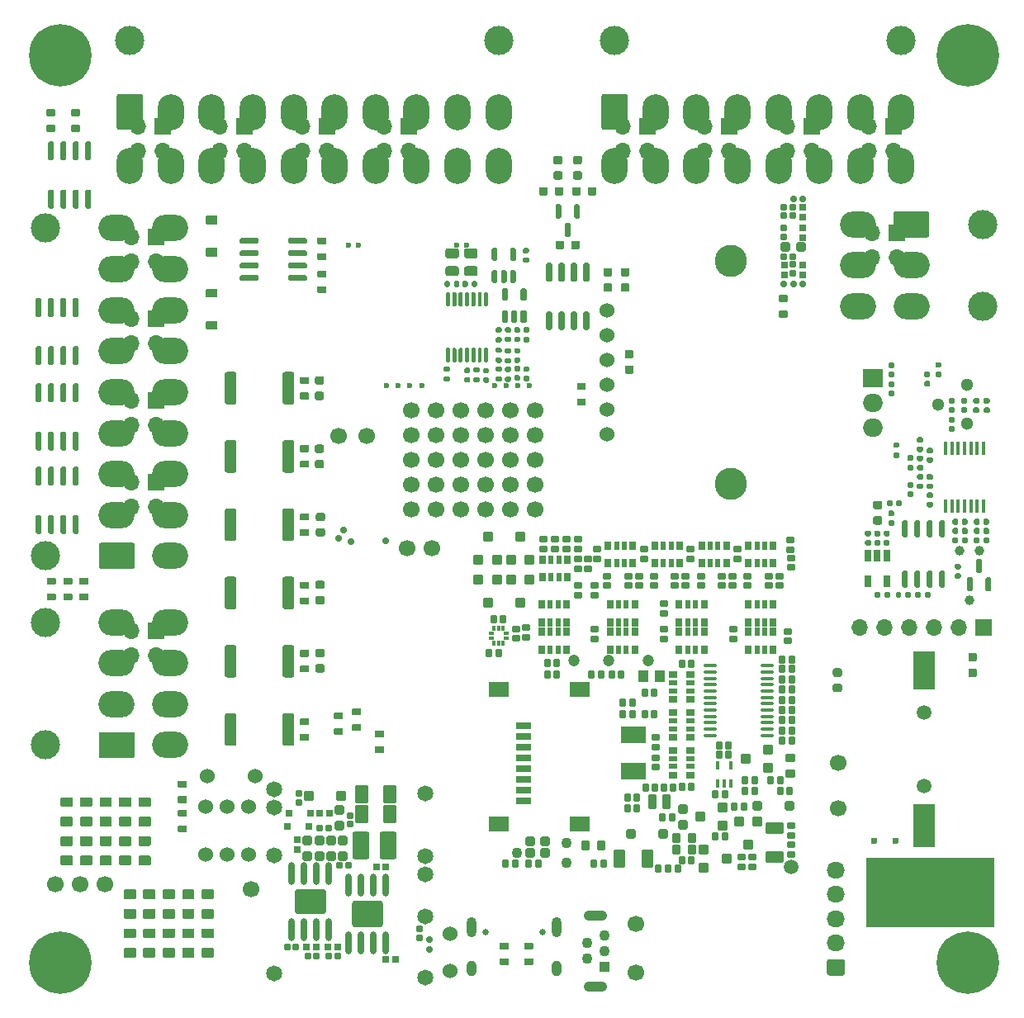
<source format=gbs>
G75*
G70*
%OFA0B0*%
%FSLAX25Y25*%
%IPPOS*%
%LPD*%
%AMOC8*
5,1,8,0,0,1.08239X$1,22.5*
%
%AMM121*
21,1,0.029130,0.018900,0.000000,-0.000000,90.000000*
21,1,0.018900,0.029130,0.000000,-0.000000,90.000000*
1,1,0.010240,0.009450,0.009450*
1,1,0.010240,0.009450,-0.009450*
1,1,0.010240,-0.009450,-0.009450*
1,1,0.010240,-0.009450,0.009450*
%
%AMM122*
21,1,0.025200,0.019680,0.000000,-0.000000,180.000000*
21,1,0.015750,0.029130,0.000000,-0.000000,180.000000*
1,1,0.009450,-0.007870,0.009840*
1,1,0.009450,0.007870,0.009840*
1,1,0.009450,0.007870,-0.009840*
1,1,0.009450,-0.007870,-0.009840*
%
%AMM123*
21,1,0.038980,0.026770,0.000000,-0.000000,180.000000*
21,1,0.026770,0.038980,0.000000,-0.000000,180.000000*
1,1,0.012210,-0.013390,0.013390*
1,1,0.012210,0.013390,0.013390*
1,1,0.012210,0.013390,-0.013390*
1,1,0.012210,-0.013390,-0.013390*
%
%AMM124*
21,1,0.025200,0.019680,0.000000,-0.000000,270.000000*
21,1,0.015750,0.029130,0.000000,-0.000000,270.000000*
1,1,0.009450,-0.009840,-0.007870*
1,1,0.009450,-0.009840,0.007870*
1,1,0.009450,0.009840,0.007870*
1,1,0.009450,0.009840,-0.007870*
%
%AMM199*
21,1,0.029530,0.026380,-0.000000,-0.000000,90.000000*
21,1,0.020470,0.035430,-0.000000,-0.000000,90.000000*
1,1,0.009060,0.013190,0.010240*
1,1,0.009060,0.013190,-0.010240*
1,1,0.009060,-0.013190,-0.010240*
1,1,0.009060,-0.013190,0.010240*
%
%AMM20*
21,1,0.041340,0.026770,0.000000,0.000000,0.000000*
21,1,0.029130,0.038980,0.000000,0.000000,0.000000*
1,1,0.012210,0.014570,-0.013390*
1,1,0.012210,-0.014570,-0.013390*
1,1,0.012210,-0.014570,0.013390*
1,1,0.012210,0.014570,0.013390*
%
%AMM200*
21,1,0.021650,0.027950,-0.000000,-0.000000,90.000000*
21,1,0.014170,0.035430,-0.000000,-0.000000,90.000000*
1,1,0.007480,0.013980,0.007090*
1,1,0.007480,0.013980,-0.007090*
1,1,0.007480,-0.013980,-0.007090*
1,1,0.007480,-0.013980,0.007090*
%
%AMM203*
21,1,0.031500,0.018900,-0.000000,-0.000000,270.000000*
21,1,0.022840,0.027560,-0.000000,-0.000000,270.000000*
1,1,0.008660,-0.009450,-0.011420*
1,1,0.008660,-0.009450,0.011420*
1,1,0.008660,0.009450,0.011420*
1,1,0.008660,0.009450,-0.011420*
%
%AMM205*
21,1,0.031500,0.018900,-0.000000,-0.000000,0.000000*
21,1,0.022840,0.027560,-0.000000,-0.000000,0.000000*
1,1,0.008660,0.011420,-0.009450*
1,1,0.008660,-0.011420,-0.009450*
1,1,0.008660,-0.011420,0.009450*
1,1,0.008660,0.011420,0.009450*
%
%AMM207*
21,1,0.039370,0.030320,-0.000000,-0.000000,90.000000*
21,1,0.028350,0.041340,-0.000000,-0.000000,90.000000*
1,1,0.011020,0.015160,0.014170*
1,1,0.011020,0.015160,-0.014170*
1,1,0.011020,-0.015160,-0.014170*
1,1,0.011020,-0.015160,0.014170*
%
%AMM21*
21,1,0.076380,0.036220,0.000000,0.000000,90.000000*
21,1,0.061810,0.050790,0.000000,0.000000,90.000000*
1,1,0.014570,0.018110,0.030910*
1,1,0.014570,0.018110,-0.030910*
1,1,0.014570,-0.018110,-0.030910*
1,1,0.014570,-0.018110,0.030910*
%
%AMM210*
21,1,0.031500,0.030710,-0.000000,-0.000000,180.000000*
21,1,0.022050,0.040160,-0.000000,-0.000000,180.000000*
1,1,0.009450,-0.011020,0.015350*
1,1,0.009450,0.011020,0.015350*
1,1,0.009450,0.011020,-0.015350*
1,1,0.009450,-0.011020,-0.015350*
%
%AMM228*
21,1,0.037400,0.026770,-0.000000,-0.000000,270.000000*
21,1,0.026770,0.037400,-0.000000,-0.000000,270.000000*
1,1,0.010630,-0.013390,-0.013390*
1,1,0.010630,-0.013390,0.013390*
1,1,0.010630,0.013390,0.013390*
1,1,0.010630,0.013390,-0.013390*
%
%AMM229*
21,1,0.029530,0.026380,-0.000000,-0.000000,180.000000*
21,1,0.020470,0.035430,-0.000000,-0.000000,180.000000*
1,1,0.009060,-0.010240,0.013190*
1,1,0.009060,0.010240,0.013190*
1,1,0.009060,0.010240,-0.013190*
1,1,0.009060,-0.010240,-0.013190*
%
%AMM230*
21,1,0.021650,0.027950,-0.000000,-0.000000,180.000000*
21,1,0.014170,0.035430,-0.000000,-0.000000,180.000000*
1,1,0.007480,-0.007090,0.013980*
1,1,0.007480,0.007090,0.013980*
1,1,0.007480,0.007090,-0.013980*
1,1,0.007480,-0.007090,-0.013980*
%
%AMM231*
21,1,0.037400,0.026770,-0.000000,-0.000000,180.000000*
21,1,0.026770,0.037400,-0.000000,-0.000000,180.000000*
1,1,0.010630,-0.013390,0.013390*
1,1,0.010630,0.013390,0.013390*
1,1,0.010630,0.013390,-0.013390*
1,1,0.010630,-0.013390,-0.013390*
%
%AMM232*
21,1,0.082680,0.045670,-0.000000,-0.000000,0.000000*
21,1,0.067320,0.061020,-0.000000,-0.000000,0.000000*
1,1,0.015350,0.033660,-0.022840*
1,1,0.015350,-0.033660,-0.022840*
1,1,0.015350,-0.033660,0.022840*
1,1,0.015350,0.033660,0.022840*
%
%AMM233*
21,1,0.062990,0.020470,-0.000000,-0.000000,0.000000*
21,1,0.053940,0.029530,-0.000000,-0.000000,0.000000*
1,1,0.009060,0.026970,-0.010240*
1,1,0.009060,-0.026970,-0.010240*
1,1,0.009060,-0.026970,0.010240*
1,1,0.009060,0.026970,0.010240*
%
%AMM234*
21,1,0.039370,0.030320,-0.000000,-0.000000,0.000000*
21,1,0.028350,0.041340,-0.000000,-0.000000,0.000000*
1,1,0.011020,0.014170,-0.015160*
1,1,0.011020,-0.014170,-0.015160*
1,1,0.011020,-0.014170,0.015160*
1,1,0.011020,0.014170,0.015160*
%
%AMM235*
21,1,0.016540,0.028980,-0.000000,-0.000000,0.000000*
21,1,0.010080,0.035430,-0.000000,-0.000000,0.000000*
1,1,0.006460,0.005040,-0.014490*
1,1,0.006460,-0.005040,-0.014490*
1,1,0.006460,-0.005040,0.014490*
1,1,0.006460,0.005040,0.014490*
%
%AMM236*
21,1,0.074800,0.036220,-0.000000,-0.000000,180.000000*
21,1,0.061810,0.049210,-0.000000,-0.000000,180.000000*
1,1,0.012990,-0.030910,0.018110*
1,1,0.012990,0.030910,0.018110*
1,1,0.012990,0.030910,-0.018110*
1,1,0.012990,-0.030910,-0.018110*
%
%AMM237*
21,1,0.039760,0.026770,-0.000000,-0.000000,180.000000*
21,1,0.029130,0.037400,-0.000000,-0.000000,180.000000*
1,1,0.010630,-0.014570,0.013390*
1,1,0.010630,0.014570,0.013390*
1,1,0.010630,0.014570,-0.013390*
1,1,0.010630,-0.014570,-0.013390*
%
%AMM238*
21,1,0.031500,0.049610,-0.000000,-0.000000,180.000000*
21,1,0.022050,0.059060,-0.000000,-0.000000,180.000000*
1,1,0.009450,-0.011020,0.024800*
1,1,0.009450,0.011020,0.024800*
1,1,0.009450,0.011020,-0.024800*
1,1,0.009450,-0.011020,-0.024800*
%
%AMM239*
21,1,0.074800,0.036220,-0.000000,-0.000000,270.000000*
21,1,0.061810,0.049210,-0.000000,-0.000000,270.000000*
1,1,0.012990,-0.018110,-0.030910*
1,1,0.012990,-0.018110,0.030910*
1,1,0.012990,0.018110,0.030910*
1,1,0.012990,0.018110,-0.030910*
%
%AMM24*
21,1,0.029130,0.018900,0.000000,0.000000,90.000000*
21,1,0.018900,0.029130,0.000000,0.000000,90.000000*
1,1,0.010240,0.009450,0.009450*
1,1,0.010240,0.009450,-0.009450*
1,1,0.010240,-0.009450,-0.009450*
1,1,0.010240,-0.009450,0.009450*
%
%AMM240*
21,1,0.031500,0.030710,-0.000000,-0.000000,270.000000*
21,1,0.022050,0.040160,-0.000000,-0.000000,270.000000*
1,1,0.009450,-0.015350,-0.011020*
1,1,0.009450,-0.015350,0.011020*
1,1,0.009450,0.015350,0.011020*
1,1,0.009450,0.015350,-0.011020*
%
%AMM25*
21,1,0.025200,0.019680,0.000000,0.000000,0.000000*
21,1,0.015750,0.029130,0.000000,0.000000,0.000000*
1,1,0.009450,0.007870,-0.009840*
1,1,0.009450,-0.007870,-0.009840*
1,1,0.009450,-0.007870,0.009840*
1,1,0.009450,0.007870,0.009840*
%
%AMM26*
21,1,0.025200,0.019680,0.000000,0.000000,270.000000*
21,1,0.015750,0.029130,0.000000,0.000000,270.000000*
1,1,0.009450,-0.009840,-0.007870*
1,1,0.009450,-0.009840,0.007870*
1,1,0.009450,0.009840,0.007870*
1,1,0.009450,0.009840,-0.007870*
%
%AMM32*
21,1,0.111810,0.050390,0.000000,0.000000,90.000000*
21,1,0.093700,0.068500,0.000000,0.000000,90.000000*
1,1,0.018110,0.025200,0.046850*
1,1,0.018110,0.025200,-0.046850*
1,1,0.018110,-0.025200,-0.046850*
1,1,0.018110,-0.025200,0.046850*
%
%AMM33*
21,1,0.038980,0.026770,0.000000,0.000000,270.000000*
21,1,0.026770,0.038980,0.000000,0.000000,270.000000*
1,1,0.012210,-0.013390,-0.013390*
1,1,0.012210,-0.013390,0.013390*
1,1,0.012210,0.013390,0.013390*
1,1,0.012210,0.013390,-0.013390*
%
%AMM34*
21,1,0.029130,0.018900,0.000000,0.000000,180.000000*
21,1,0.018900,0.029130,0.000000,0.000000,180.000000*
1,1,0.010240,-0.009450,0.009450*
1,1,0.010240,0.009450,0.009450*
1,1,0.010240,0.009450,-0.009450*
1,1,0.010240,-0.009450,-0.009450*
%
%AMM35*
21,1,0.127560,0.075590,0.000000,0.000000,180.000000*
21,1,0.103150,0.100000,0.000000,0.000000,180.000000*
1,1,0.024410,-0.051580,0.037800*
1,1,0.024410,0.051580,0.037800*
1,1,0.024410,0.051580,-0.037800*
1,1,0.024410,-0.051580,-0.037800*
%
%AMM36*
21,1,0.123620,0.083460,0.000000,0.000000,0.000000*
21,1,0.097240,0.109840,0.000000,0.000000,0.000000*
1,1,0.026380,0.048620,-0.041730*
1,1,0.026380,-0.048620,-0.041730*
1,1,0.026380,-0.048620,0.041730*
1,1,0.026380,0.048620,0.041730*
%
%ADD11R,0.06693X0.06693*%
%ADD12O,0.06693X0.06693*%
%ADD123M20*%
%ADD124M21*%
%ADD127M24*%
%ADD128M25*%
%ADD129M26*%
%ADD13O,0.10630X0.14567*%
%ADD130C,0.02913*%
%ADD131C,0.06457*%
%ADD139M32*%
%ADD14C,0.06693*%
%ADD140M33*%
%ADD141M34*%
%ADD142O,0.02520X0.09213*%
%ADD143M35*%
%ADD144M36*%
%ADD159C,0.05118*%
%ADD16C,0.11811*%
%ADD172C,0.03900*%
%ADD227C,0.04724*%
%ADD228C,0.04294*%
%ADD24C,0.03150*%
%ADD25C,0.25197*%
%ADD253R,0.01772X0.01870*%
%ADD255O,0.05354X0.01378*%
%ADD258R,0.09843X0.07087*%
%ADD259R,0.01870X0.01772*%
%ADD26C,0.06000*%
%ADD261R,0.04331X0.04724*%
%ADD27O,0.07283X0.06693*%
%ADD28C,0.02362*%
%ADD303M121*%
%ADD304M122*%
%ADD305M123*%
%ADD306M124*%
%ADD310R,0.07874X0.07500*%
%ADD311O,0.07874X0.07500*%
%ADD313R,0.01772X0.05709*%
%ADD314R,0.02559X0.04803*%
%ADD34R,0.04331X0.04331*%
%ADD35C,0.04331*%
%ADD36O,0.09449X0.04331*%
%ADD39C,0.05906*%
%ADD409M199*%
%ADD410M200*%
%ADD413M203*%
%ADD415M205*%
%ADD417M207*%
%ADD420M210*%
%ADD438M228*%
%ADD439M229*%
%ADD440M230*%
%ADD441M231*%
%ADD442M232*%
%ADD443M233*%
%ADD444M234*%
%ADD445M235*%
%ADD446M236*%
%ADD447M237*%
%ADD448M238*%
%ADD449M239*%
%ADD450M240*%
%ADD55O,0.14567X0.10630*%
%ADD72O,0.03937X0.08268*%
%ADD73O,0.03937X0.06299*%
%ADD74C,0.13000*%
%ADD80C,0.00472*%
%ADD81C,0.02559*%
%ADD97R,0.09055X0.17323*%
%ADD98R,0.09055X0.15748*%
X0000000Y0000000D02*
%LPD*%
G01*
D80*
X0390354Y0028445D02*
X0339173Y0028445D01*
X0339173Y0056004D01*
X0390354Y0056004D01*
X0390354Y0028445D01*
G36*
X0390354Y0028445D02*
G01*
X0339173Y0028445D01*
X0339173Y0056004D01*
X0390354Y0056004D01*
X0390354Y0028445D01*
G37*
D11*
X0052421Y0207677D03*
D12*
X0042421Y0207677D03*
X0052421Y0197677D03*
X0042421Y0197677D03*
D16*
X0237402Y0385925D03*
X0353150Y0385925D03*
G36*
G01*
X0232087Y0350886D02*
X0232087Y0363484D01*
G75*
G02*
X0233071Y0364469I0000984J0000000D01*
G01*
X0241732Y0364469D01*
G75*
G02*
X0242717Y0363484I0000000J-000984D01*
G01*
X0242717Y0350886D01*
G75*
G02*
X0241732Y0349902I-000984J0000000D01*
G01*
X0233071Y0349902D01*
G75*
G02*
X0232087Y0350886I0000000J0000984D01*
G01*
G37*
D13*
X0253937Y0357185D03*
X0270472Y0357185D03*
X0287008Y0357185D03*
X0303543Y0357185D03*
X0320079Y0357185D03*
X0336614Y0357185D03*
X0353150Y0357185D03*
X0237402Y0335531D03*
X0253937Y0335531D03*
X0270472Y0335531D03*
X0287008Y0335531D03*
X0303543Y0335531D03*
X0320079Y0335531D03*
X0336614Y0335531D03*
X0353150Y0335531D03*
D14*
X0327559Y0075984D03*
D11*
X0052421Y0240748D03*
D12*
X0042421Y0240748D03*
X0052421Y0230748D03*
X0042421Y0230748D03*
D14*
X0163780Y0181102D03*
D16*
X0041732Y0385925D03*
X0190551Y0385925D03*
G36*
G01*
X0036417Y0350886D02*
X0036417Y0363484D01*
G75*
G02*
X0037402Y0364469I0000984J0000000D01*
G01*
X0046063Y0364469D01*
G75*
G02*
X0047047Y0363484I0000000J-000984D01*
G01*
X0047047Y0350886D01*
G75*
G02*
X0046063Y0349902I-000984J0000000D01*
G01*
X0037402Y0349902D01*
G75*
G02*
X0036417Y0350886I0000000J0000984D01*
G01*
G37*
D13*
X0058268Y0357185D03*
X0074803Y0357185D03*
X0091339Y0357185D03*
X0107874Y0357185D03*
X0124409Y0357185D03*
X0140945Y0357185D03*
X0157480Y0357185D03*
X0174016Y0357185D03*
X0190551Y0357185D03*
X0041732Y0335531D03*
X0058268Y0335531D03*
X0074803Y0335531D03*
X0091339Y0335531D03*
X0107874Y0335531D03*
X0124409Y0335531D03*
X0140945Y0335531D03*
X0157480Y0335531D03*
X0174016Y0335531D03*
X0190551Y0335531D03*
D11*
X0154291Y0351280D03*
D12*
X0144291Y0351280D03*
X0154291Y0341280D03*
X0144291Y0341280D03*
D14*
X0125984Y0226378D03*
X0137402Y0226378D03*
X0021811Y0045276D03*
D24*
X0004331Y0379921D03*
X0007098Y0386603D03*
X0007098Y0373240D03*
X0013780Y0389370D03*
D25*
X0013780Y0379921D03*
D24*
X0013780Y0370472D03*
X0020461Y0386603D03*
X0020461Y0373240D03*
X0023228Y0379921D03*
X0370472Y0379921D03*
X0373240Y0386603D03*
X0373240Y0373240D03*
X0379921Y0389370D03*
D25*
X0379921Y0379921D03*
D24*
X0379921Y0370472D03*
X0386603Y0386603D03*
X0386603Y0373240D03*
X0389370Y0379921D03*
D26*
X0072441Y0076575D03*
X0072441Y0057283D03*
G36*
G01*
X0329429Y0008465D02*
X0324114Y0008465D01*
G75*
G02*
X0323130Y0009449I0000000J0000984D01*
G01*
X0323130Y0014173D01*
G75*
G02*
X0324114Y0015157I0000984J0000000D01*
G01*
X0329429Y0015157D01*
G75*
G02*
X0330413Y0014173I0000000J-000984D01*
G01*
X0330413Y0009449D01*
G75*
G02*
X0329429Y0008465I-000984J0000000D01*
G01*
G37*
D27*
X0326772Y0021654D03*
X0326772Y0031496D03*
X0326772Y0041339D03*
X0326772Y0051181D03*
D14*
X0246063Y0029528D03*
D24*
X0004331Y0013780D03*
X0007098Y0020461D03*
X0007098Y0007098D03*
X0013780Y0023228D03*
D25*
X0013780Y0013780D03*
D24*
X0013780Y0004331D03*
X0020461Y0020461D03*
X0020461Y0007098D03*
X0023228Y0013780D03*
D28*
X0193602Y0246752D03*
X0188878Y0246752D03*
X0198327Y0246752D03*
X0203051Y0246752D03*
X0177618Y0303543D03*
X0173681Y0303543D03*
D14*
X0011811Y0045276D03*
D34*
X0233268Y0012205D03*
D35*
X0226378Y0015354D03*
X0233268Y0018504D03*
X0226378Y0021654D03*
X0233268Y0024803D03*
D36*
X0229823Y0004134D03*
X0229823Y0032874D03*
D26*
X0081102Y0076575D03*
X0081102Y0057283D03*
D28*
X0313287Y0287894D03*
X0309547Y0287894D03*
X0305807Y0287894D03*
X0309744Y0322146D03*
X0313287Y0322146D03*
D14*
X0090551Y0043307D03*
D39*
X0160925Y0081988D03*
X0160925Y0056791D03*
X0160925Y0049311D03*
X0160925Y0032382D03*
D28*
X0162697Y0022933D03*
X0162697Y0018996D03*
D39*
X0160925Y0007776D03*
X0099902Y0083760D03*
X0099902Y0076476D03*
X0099902Y0056988D03*
X0099902Y0009547D03*
D14*
X0153780Y0181102D03*
D28*
X0125984Y0184941D03*
X0128051Y0188386D03*
X0131004Y0183760D03*
X0144980Y0184055D03*
D11*
X0316890Y0351280D03*
D12*
X0306890Y0351280D03*
X0316890Y0341280D03*
X0306890Y0341280D03*
D16*
X0007776Y0177953D03*
X0007776Y0310236D03*
G36*
G01*
X0042815Y0172638D02*
X0030217Y0172638D01*
G75*
G02*
X0029232Y0173622I0000000J0000984D01*
G01*
X0029232Y0182283D01*
G75*
G02*
X0030217Y0183268I0000984J0000000D01*
G01*
X0042815Y0183268D01*
G75*
G02*
X0043799Y0182283I0000000J-000984D01*
G01*
X0043799Y0173622D01*
G75*
G02*
X0042815Y0172638I-000984J0000000D01*
G01*
G37*
D55*
X0036516Y0194488D03*
X0036516Y0211024D03*
X0036516Y0227559D03*
X0036516Y0244094D03*
X0036516Y0260630D03*
X0036516Y0277165D03*
X0036516Y0293701D03*
X0036516Y0310236D03*
X0058169Y0177953D03*
X0058169Y0194488D03*
X0058169Y0211024D03*
X0058169Y0227559D03*
X0058169Y0244094D03*
X0058169Y0260630D03*
X0058169Y0277165D03*
X0058169Y0293701D03*
X0058169Y0310236D03*
D11*
X0349961Y0351280D03*
D12*
X0339961Y0351280D03*
X0349961Y0341280D03*
X0339961Y0341280D03*
D16*
X0385925Y0311811D03*
X0385925Y0278740D03*
G36*
G01*
X0350886Y0317126D02*
X0363484Y0317126D01*
G75*
G02*
X0364469Y0316142I0000000J-000984D01*
G01*
X0364469Y0307480D01*
G75*
G02*
X0363484Y0306496I-000984J0000000D01*
G01*
X0350886Y0306496D01*
G75*
G02*
X0349902Y0307480I0000000J0000984D01*
G01*
X0349902Y0316142D01*
G75*
G02*
X0350886Y0317126I0000984J0000000D01*
G01*
G37*
D55*
X0357185Y0295276D03*
X0357185Y0278740D03*
X0335531Y0311811D03*
X0335531Y0295276D03*
X0335531Y0278740D03*
D11*
X0121220Y0351280D03*
D12*
X0111220Y0351280D03*
X0121220Y0341280D03*
X0111220Y0341280D03*
D26*
X0089764Y0076575D03*
X0089764Y0057283D03*
D14*
X0155512Y0196693D03*
X0155512Y0206693D03*
X0155512Y0216693D03*
X0155512Y0226693D03*
X0155512Y0236693D03*
X0165512Y0196693D03*
X0165512Y0206693D03*
X0165512Y0216693D03*
X0165512Y0226693D03*
X0165512Y0236693D03*
X0175512Y0196693D03*
X0175512Y0206693D03*
X0175512Y0216693D03*
X0175512Y0226693D03*
X0175512Y0236693D03*
X0246063Y0009843D03*
D26*
X0171160Y0025491D03*
X0171160Y0010491D03*
D11*
X0351437Y0308465D03*
D12*
X0341437Y0308465D03*
X0351437Y0298465D03*
X0341437Y0298465D03*
D16*
X0007776Y0101575D03*
X0007776Y0151181D03*
G36*
G01*
X0042815Y0096260D02*
X0030217Y0096260D01*
G75*
G02*
X0029232Y0097244I0000000J0000984D01*
G01*
X0029232Y0105906D01*
G75*
G02*
X0030217Y0106890I0000984J0000000D01*
G01*
X0042815Y0106890D01*
G75*
G02*
X0043799Y0105906I0000000J-000984D01*
G01*
X0043799Y0097244D01*
G75*
G02*
X0042815Y0096260I-000984J0000000D01*
G01*
G37*
D55*
X0036516Y0118110D03*
X0036516Y0134646D03*
X0036516Y0151181D03*
X0058169Y0101575D03*
X0058169Y0118110D03*
X0058169Y0134646D03*
X0058169Y0151181D03*
D14*
X0327559Y0094488D03*
D11*
X0250748Y0351280D03*
D12*
X0240748Y0351280D03*
X0250748Y0341280D03*
X0240748Y0341280D03*
D81*
X0185472Y0026004D03*
X0208228Y0026004D03*
D72*
X0179843Y0027972D03*
D73*
X0179843Y0011516D03*
D72*
X0213858Y0027972D03*
D73*
X0213858Y0011516D03*
D24*
X0370472Y0013780D03*
X0373240Y0020461D03*
X0373240Y0007098D03*
X0379921Y0023228D03*
D25*
X0379921Y0013780D03*
D24*
X0379921Y0004331D03*
X0386603Y0020461D03*
X0386603Y0007098D03*
X0389370Y0013780D03*
D28*
X0150098Y0246752D03*
X0145374Y0246752D03*
X0154823Y0246752D03*
X0159547Y0246752D03*
X0134114Y0303543D03*
X0130177Y0303543D03*
D11*
X0055079Y0351280D03*
D12*
X0045079Y0351280D03*
X0055079Y0341280D03*
X0045079Y0341280D03*
D11*
X0052421Y0306890D03*
D12*
X0042421Y0306890D03*
X0052421Y0296890D03*
X0042421Y0296890D03*
D26*
X0073031Y0088976D03*
X0092323Y0088976D03*
D11*
X0088150Y0351280D03*
D12*
X0078150Y0351280D03*
X0088150Y0341280D03*
X0078150Y0341280D03*
D11*
X0386417Y0149213D03*
D12*
X0376417Y0149213D03*
X0366417Y0149213D03*
X0356417Y0149213D03*
X0346417Y0149213D03*
X0336417Y0149213D03*
D11*
X0052421Y0273819D03*
D12*
X0042421Y0273819D03*
X0052421Y0263819D03*
X0042421Y0263819D03*
D11*
X0052421Y0147835D03*
D12*
X0042421Y0147835D03*
X0052421Y0137835D03*
X0042421Y0137835D03*
D11*
X0283819Y0351280D03*
D12*
X0273819Y0351280D03*
X0283819Y0341280D03*
X0273819Y0341280D03*
D74*
X0284265Y0296969D03*
X0284265Y0206969D03*
D26*
X0234265Y0276969D03*
X0234265Y0266969D03*
X0234265Y0256969D03*
X0234265Y0246969D03*
X0234265Y0236969D03*
X0234265Y0226969D03*
D14*
X0031811Y0045276D03*
X0185512Y0196693D03*
X0185512Y0206693D03*
X0185512Y0216693D03*
X0185512Y0226693D03*
X0185512Y0236693D03*
X0195512Y0196693D03*
X0195512Y0206693D03*
X0195512Y0216693D03*
X0195512Y0226693D03*
X0195512Y0236693D03*
X0205512Y0196693D03*
X0205512Y0206693D03*
X0205512Y0216693D03*
X0205512Y0226693D03*
X0205512Y0236693D03*
G36*
G01*
X0214173Y0319910D02*
X0215354Y0319910D01*
G75*
G02*
X0215945Y0319319I0000000J-000591D01*
G01*
X0215945Y0314693D01*
G75*
G02*
X0215354Y0314102I-000591J0000000D01*
G01*
X0214173Y0314102D01*
G75*
G02*
X0213583Y0314693I0000000J0000591D01*
G01*
X0213583Y0319319D01*
G75*
G02*
X0214173Y0319910I0000591J0000000D01*
G01*
G37*
G36*
G01*
X0221654Y0319910D02*
X0222835Y0319910D01*
G75*
G02*
X0223425Y0319319I0000000J-000591D01*
G01*
X0223425Y0314693D01*
G75*
G02*
X0222835Y0314102I-000591J0000000D01*
G01*
X0221654Y0314102D01*
G75*
G02*
X0221063Y0314693I0000000J0000591D01*
G01*
X0221063Y0319319D01*
G75*
G02*
X0221654Y0319910I0000591J0000000D01*
G01*
G37*
G36*
G01*
X0217913Y0312528D02*
X0219094Y0312528D01*
G75*
G02*
X0219685Y0311937I0000000J-000591D01*
G01*
X0219685Y0307311D01*
G75*
G02*
X0219094Y0306721I-000591J0000000D01*
G01*
X0217913Y0306721D01*
G75*
G02*
X0217323Y0307311I0000000J0000591D01*
G01*
X0217323Y0311937D01*
G75*
G02*
X0217913Y0312528I0000591J0000000D01*
G01*
G37*
G36*
G01*
X0049803Y0052992D02*
X0045669Y0052992D01*
G75*
G02*
X0045276Y0053386I0000000J0000394D01*
G01*
X0045276Y0056535D01*
G75*
G02*
X0045669Y0056929I0000394J0000000D01*
G01*
X0049803Y0056929D01*
G75*
G02*
X0050197Y0056535I0000000J-000394D01*
G01*
X0050197Y0053386D01*
G75*
G02*
X0049803Y0052992I-000394J0000000D01*
G01*
G37*
G36*
G01*
X0049803Y0060866D02*
X0045669Y0060866D01*
G75*
G02*
X0045276Y0061260I0000000J0000394D01*
G01*
X0045276Y0064409D01*
G75*
G02*
X0045669Y0064803I0000394J0000000D01*
G01*
X0049803Y0064803D01*
G75*
G02*
X0050197Y0064409I0000000J-000394D01*
G01*
X0050197Y0061260D01*
G75*
G02*
X0049803Y0060866I-000394J0000000D01*
G01*
G37*
G36*
G01*
X0241969Y0261083D02*
X0244646Y0261083D01*
G75*
G02*
X0244980Y0260748I0000000J-000335D01*
G01*
X0244980Y0258071D01*
G75*
G02*
X0244646Y0257736I-000335J0000000D01*
G01*
X0241969Y0257736D01*
G75*
G02*
X0241634Y0258071I0000000J0000335D01*
G01*
X0241634Y0260748D01*
G75*
G02*
X0241969Y0261083I0000335J0000000D01*
G01*
G37*
G36*
G01*
X0241969Y0254862D02*
X0244646Y0254862D01*
G75*
G02*
X0244980Y0254528I0000000J-000335D01*
G01*
X0244980Y0251850D01*
G75*
G02*
X0244646Y0251516I-000335J0000000D01*
G01*
X0241969Y0251516D01*
G75*
G02*
X0241634Y0251850I0000000J0000335D01*
G01*
X0241634Y0254528D01*
G75*
G02*
X0241969Y0254862I0000335J0000000D01*
G01*
G37*
G36*
G01*
X0076811Y0298819D02*
X0072795Y0298819D01*
G75*
G02*
X0072441Y0299173I0000000J0000354D01*
G01*
X0072441Y0302008D01*
G75*
G02*
X0072795Y0302362I0000354J0000000D01*
G01*
X0076811Y0302362D01*
G75*
G02*
X0077165Y0302008I0000000J-000354D01*
G01*
X0077165Y0299173D01*
G75*
G02*
X0076811Y0298819I-000354J0000000D01*
G01*
G37*
G36*
G01*
X0076811Y0311811D02*
X0072795Y0311811D01*
G75*
G02*
X0072441Y0312165I0000000J0000354D01*
G01*
X0072441Y0315000D01*
G75*
G02*
X0072795Y0315354I0000354J0000000D01*
G01*
X0076811Y0315354D01*
G75*
G02*
X0077165Y0315000I0000000J-000354D01*
G01*
X0077165Y0312165D01*
G75*
G02*
X0076811Y0311811I-000354J0000000D01*
G01*
G37*
D39*
X0362205Y0085040D03*
X0362205Y0114567D03*
D97*
X0362205Y0068898D03*
D98*
X0362205Y0131890D03*
G36*
G01*
X0004311Y0247638D02*
X0005492Y0247638D01*
G75*
G02*
X0006083Y0247047I0000000J-000591D01*
G01*
X0006083Y0240551D01*
G75*
G02*
X0005492Y0239961I-000591J0000000D01*
G01*
X0004311Y0239961D01*
G75*
G02*
X0003720Y0240551I0000000J0000591D01*
G01*
X0003720Y0247047D01*
G75*
G02*
X0004311Y0247638I0000591J0000000D01*
G01*
G37*
G36*
G01*
X0009311Y0247638D02*
X0010492Y0247638D01*
G75*
G02*
X0011083Y0247047I0000000J-000591D01*
G01*
X0011083Y0240551D01*
G75*
G02*
X0010492Y0239961I-000591J0000000D01*
G01*
X0009311Y0239961D01*
G75*
G02*
X0008720Y0240551I0000000J0000591D01*
G01*
X0008720Y0247047D01*
G75*
G02*
X0009311Y0247638I0000591J0000000D01*
G01*
G37*
G36*
G01*
X0014311Y0247638D02*
X0015492Y0247638D01*
G75*
G02*
X0016083Y0247047I0000000J-000591D01*
G01*
X0016083Y0240551D01*
G75*
G02*
X0015492Y0239961I-000591J0000000D01*
G01*
X0014311Y0239961D01*
G75*
G02*
X0013720Y0240551I0000000J0000591D01*
G01*
X0013720Y0247047D01*
G75*
G02*
X0014311Y0247638I0000591J0000000D01*
G01*
G37*
G36*
G01*
X0019311Y0247638D02*
X0020492Y0247638D01*
G75*
G02*
X0021083Y0247047I0000000J-000591D01*
G01*
X0021083Y0240551D01*
G75*
G02*
X0020492Y0239961I-000591J0000000D01*
G01*
X0019311Y0239961D01*
G75*
G02*
X0018720Y0240551I0000000J0000591D01*
G01*
X0018720Y0247047D01*
G75*
G02*
X0019311Y0247638I0000591J0000000D01*
G01*
G37*
G36*
G01*
X0019311Y0228150D02*
X0020492Y0228150D01*
G75*
G02*
X0021083Y0227559I0000000J-000591D01*
G01*
X0021083Y0221063D01*
G75*
G02*
X0020492Y0220472I-000591J0000000D01*
G01*
X0019311Y0220472D01*
G75*
G02*
X0018720Y0221063I0000000J0000591D01*
G01*
X0018720Y0227559D01*
G75*
G02*
X0019311Y0228150I0000591J0000000D01*
G01*
G37*
G36*
G01*
X0014311Y0228150D02*
X0015492Y0228150D01*
G75*
G02*
X0016083Y0227559I0000000J-000591D01*
G01*
X0016083Y0221063D01*
G75*
G02*
X0015492Y0220472I-000591J0000000D01*
G01*
X0014311Y0220472D01*
G75*
G02*
X0013720Y0221063I0000000J0000591D01*
G01*
X0013720Y0227559D01*
G75*
G02*
X0014311Y0228150I0000591J0000000D01*
G01*
G37*
G36*
G01*
X0009311Y0228150D02*
X0010492Y0228150D01*
G75*
G02*
X0011083Y0227559I0000000J-000591D01*
G01*
X0011083Y0221063D01*
G75*
G02*
X0010492Y0220472I-000591J0000000D01*
G01*
X0009311Y0220472D01*
G75*
G02*
X0008720Y0221063I0000000J0000591D01*
G01*
X0008720Y0227559D01*
G75*
G02*
X0009311Y0228150I0000591J0000000D01*
G01*
G37*
G36*
G01*
X0004311Y0228150D02*
X0005492Y0228150D01*
G75*
G02*
X0006083Y0227559I0000000J-000591D01*
G01*
X0006083Y0221063D01*
G75*
G02*
X0005492Y0220472I-000591J0000000D01*
G01*
X0004311Y0220472D01*
G75*
G02*
X0003720Y0221063I0000000J0000591D01*
G01*
X0003720Y0227559D01*
G75*
G02*
X0004311Y0228150I0000591J0000000D01*
G01*
G37*
G36*
G01*
X0011575Y0160039D02*
X0008504Y0160039D01*
G75*
G02*
X0008228Y0160315I0000000J0000276D01*
G01*
X0008228Y0162520D01*
G75*
G02*
X0008504Y0162795I0000276J0000000D01*
G01*
X0011575Y0162795D01*
G75*
G02*
X0011850Y0162520I0000000J-000276D01*
G01*
X0011850Y0160315D01*
G75*
G02*
X0011575Y0160039I-000276J0000000D01*
G01*
G37*
G36*
G01*
X0011575Y0166339D02*
X0008504Y0166339D01*
G75*
G02*
X0008228Y0166614I0000000J0000276D01*
G01*
X0008228Y0168819D01*
G75*
G02*
X0008504Y0169094I0000276J0000000D01*
G01*
X0011575Y0169094D01*
G75*
G02*
X0011850Y0168819I0000000J-000276D01*
G01*
X0011850Y0166614D01*
G75*
G02*
X0011575Y0166339I-000276J0000000D01*
G01*
G37*
G36*
G01*
X0229941Y0326535D02*
X0229941Y0323858D01*
G75*
G02*
X0229606Y0323524I-000335J0000000D01*
G01*
X0226929Y0323524D01*
G75*
G02*
X0226594Y0323858I0000000J0000335D01*
G01*
X0226594Y0326535D01*
G75*
G02*
X0226929Y0326870I0000335J0000000D01*
G01*
X0229606Y0326870D01*
G75*
G02*
X0229941Y0326535I0000000J-000335D01*
G01*
G37*
G36*
G01*
X0223720Y0326535D02*
X0223720Y0323858D01*
G75*
G02*
X0223386Y0323524I-000335J0000000D01*
G01*
X0220709Y0323524D01*
G75*
G02*
X0220374Y0323858I0000000J0000335D01*
G01*
X0220374Y0326535D01*
G75*
G02*
X0220709Y0326870I0000335J0000000D01*
G01*
X0223386Y0326870D01*
G75*
G02*
X0223720Y0326535I0000000J-000335D01*
G01*
G37*
G36*
G01*
X0026181Y0052992D02*
X0022047Y0052992D01*
G75*
G02*
X0021654Y0053386I0000000J0000394D01*
G01*
X0021654Y0056535D01*
G75*
G02*
X0022047Y0056929I0000394J0000000D01*
G01*
X0026181Y0056929D01*
G75*
G02*
X0026575Y0056535I0000000J-000394D01*
G01*
X0026575Y0053386D01*
G75*
G02*
X0026181Y0052992I-000394J0000000D01*
G01*
G37*
G36*
G01*
X0026181Y0060866D02*
X0022047Y0060866D01*
G75*
G02*
X0021654Y0061260I0000000J0000394D01*
G01*
X0021654Y0064409D01*
G75*
G02*
X0022047Y0064803I0000394J0000000D01*
G01*
X0026181Y0064803D01*
G75*
G02*
X0026575Y0064409I0000000J-000394D01*
G01*
X0026575Y0061260D01*
G75*
G02*
X0026181Y0060866I-000394J0000000D01*
G01*
G37*
G36*
G01*
X0380551Y0138642D02*
X0383228Y0138642D01*
G75*
G02*
X0383563Y0138307I0000000J-000335D01*
G01*
X0383563Y0135630D01*
G75*
G02*
X0383228Y0135295I-000335J0000000D01*
G01*
X0380551Y0135295D01*
G75*
G02*
X0380217Y0135630I0000000J0000335D01*
G01*
X0380217Y0138307D01*
G75*
G02*
X0380551Y0138642I0000335J0000000D01*
G01*
G37*
G36*
G01*
X0380551Y0132421D02*
X0383228Y0132421D01*
G75*
G02*
X0383563Y0132087I0000000J-000335D01*
G01*
X0383563Y0129409D01*
G75*
G02*
X0383228Y0129075I-000335J0000000D01*
G01*
X0380551Y0129075D01*
G75*
G02*
X0380217Y0129409I0000000J0000335D01*
G01*
X0380217Y0132087D01*
G75*
G02*
X0380551Y0132421I0000335J0000000D01*
G01*
G37*
G36*
G01*
X0213720Y0302134D02*
X0213720Y0304811D01*
G75*
G02*
X0214055Y0305146I0000335J0000000D01*
G01*
X0216732Y0305146D01*
G75*
G02*
X0217067Y0304811I0000000J-000335D01*
G01*
X0217067Y0302134D01*
G75*
G02*
X0216732Y0301799I-000335J0000000D01*
G01*
X0214055Y0301799D01*
G75*
G02*
X0213720Y0302134I0000000J0000335D01*
G01*
G37*
G36*
G01*
X0219941Y0302134D02*
X0219941Y0304811D01*
G75*
G02*
X0220276Y0305146I0000335J0000000D01*
G01*
X0222953Y0305146D01*
G75*
G02*
X0223287Y0304811I0000000J-000335D01*
G01*
X0223287Y0302134D01*
G75*
G02*
X0222953Y0301799I-000335J0000000D01*
G01*
X0220276Y0301799D01*
G75*
G02*
X0219941Y0302134I0000000J0000335D01*
G01*
G37*
G36*
G01*
X0024764Y0160039D02*
X0021693Y0160039D01*
G75*
G02*
X0021417Y0160315I0000000J0000276D01*
G01*
X0021417Y0162520D01*
G75*
G02*
X0021693Y0162795I0000276J0000000D01*
G01*
X0024764Y0162795D01*
G75*
G02*
X0025039Y0162520I0000000J-000276D01*
G01*
X0025039Y0160315D01*
G75*
G02*
X0024764Y0160039I-000276J0000000D01*
G01*
G37*
G36*
G01*
X0024764Y0166339D02*
X0021693Y0166339D01*
G75*
G02*
X0021417Y0166614I0000000J0000276D01*
G01*
X0021417Y0168819D01*
G75*
G02*
X0021693Y0169094I0000276J0000000D01*
G01*
X0024764Y0169094D01*
G75*
G02*
X0025039Y0168819I0000000J-000276D01*
G01*
X0025039Y0166614D01*
G75*
G02*
X0024764Y0166339I-000276J0000000D01*
G01*
G37*
G36*
G01*
X0063287Y0043307D02*
X0067421Y0043307D01*
G75*
G02*
X0067815Y0042913I0000000J-000394D01*
G01*
X0067815Y0039764D01*
G75*
G02*
X0067421Y0039370I-000394J0000000D01*
G01*
X0063287Y0039370D01*
G75*
G02*
X0062894Y0039764I0000000J0000394D01*
G01*
X0062894Y0042913D01*
G75*
G02*
X0063287Y0043307I0000394J0000000D01*
G01*
G37*
G36*
G01*
X0063287Y0035433D02*
X0067421Y0035433D01*
G75*
G02*
X0067815Y0035039I0000000J-000394D01*
G01*
X0067815Y0031890D01*
G75*
G02*
X0067421Y0031496I-000394J0000000D01*
G01*
X0063287Y0031496D01*
G75*
G02*
X0062894Y0031890I0000000J0000394D01*
G01*
X0062894Y0035039D01*
G75*
G02*
X0063287Y0035433I0000394J0000000D01*
G01*
G37*
G36*
G01*
X0108169Y0251280D02*
X0108169Y0240059D01*
G75*
G02*
X0107185Y0239075I-000984J0000000D01*
G01*
X0104331Y0239075D01*
G75*
G02*
X0103346Y0240059I0000000J0000984D01*
G01*
X0103346Y0251280D01*
G75*
G02*
X0104331Y0252264I0000984J0000000D01*
G01*
X0107185Y0252264D01*
G75*
G02*
X0108169Y0251280I0000000J-000984D01*
G01*
G37*
G36*
G01*
X0084843Y0251280D02*
X0084843Y0240059D01*
G75*
G02*
X0083858Y0239075I-000984J0000000D01*
G01*
X0081004Y0239075D01*
G75*
G02*
X0080020Y0240059I0000000J0000984D01*
G01*
X0080020Y0251280D01*
G75*
G02*
X0081004Y0252264I0000984J0000000D01*
G01*
X0083858Y0252264D01*
G75*
G02*
X0084843Y0251280I0000000J-000984D01*
G01*
G37*
G36*
G01*
X0029921Y0080551D02*
X0034055Y0080551D01*
G75*
G02*
X0034449Y0080157I0000000J-000394D01*
G01*
X0034449Y0077008D01*
G75*
G02*
X0034055Y0076614I-000394J0000000D01*
G01*
X0029921Y0076614D01*
G75*
G02*
X0029528Y0077008I0000000J0000394D01*
G01*
X0029528Y0080157D01*
G75*
G02*
X0029921Y0080551I0000394J0000000D01*
G01*
G37*
G36*
G01*
X0029921Y0072677D02*
X0034055Y0072677D01*
G75*
G02*
X0034449Y0072283I0000000J-000394D01*
G01*
X0034449Y0069134D01*
G75*
G02*
X0034055Y0068740I-000394J0000000D01*
G01*
X0029921Y0068740D01*
G75*
G02*
X0029528Y0069134I0000000J0000394D01*
G01*
X0029528Y0072283D01*
G75*
G02*
X0029921Y0072677I0000394J0000000D01*
G01*
G37*
G36*
G01*
X0075295Y0015748D02*
X0071161Y0015748D01*
G75*
G02*
X0070768Y0016142I0000000J0000394D01*
G01*
X0070768Y0019291D01*
G75*
G02*
X0071161Y0019685I0000394J0000000D01*
G01*
X0075295Y0019685D01*
G75*
G02*
X0075689Y0019291I0000000J-000394D01*
G01*
X0075689Y0016142D01*
G75*
G02*
X0075295Y0015748I-000394J0000000D01*
G01*
G37*
G36*
G01*
X0075295Y0023622D02*
X0071161Y0023622D01*
G75*
G02*
X0070768Y0024016I0000000J0000394D01*
G01*
X0070768Y0027165D01*
G75*
G02*
X0071161Y0027559I0000394J0000000D01*
G01*
X0075295Y0027559D01*
G75*
G02*
X0075689Y0027165I0000000J-000394D01*
G01*
X0075689Y0024016D01*
G75*
G02*
X0075295Y0023622I-000394J0000000D01*
G01*
G37*
G36*
G01*
X0210413Y0296260D02*
X0211594Y0296260D01*
G75*
G02*
X0212185Y0295669I0000000J-000591D01*
G01*
X0212185Y0289173D01*
G75*
G02*
X0211594Y0288583I-000591J0000000D01*
G01*
X0210413Y0288583D01*
G75*
G02*
X0209823Y0289173I0000000J0000591D01*
G01*
X0209823Y0295669D01*
G75*
G02*
X0210413Y0296260I0000591J0000000D01*
G01*
G37*
G36*
G01*
X0215413Y0296260D02*
X0216594Y0296260D01*
G75*
G02*
X0217185Y0295669I0000000J-000591D01*
G01*
X0217185Y0289173D01*
G75*
G02*
X0216594Y0288583I-000591J0000000D01*
G01*
X0215413Y0288583D01*
G75*
G02*
X0214823Y0289173I0000000J0000591D01*
G01*
X0214823Y0295669D01*
G75*
G02*
X0215413Y0296260I0000591J0000000D01*
G01*
G37*
G36*
G01*
X0220413Y0296260D02*
X0221594Y0296260D01*
G75*
G02*
X0222185Y0295669I0000000J-000591D01*
G01*
X0222185Y0289173D01*
G75*
G02*
X0221594Y0288583I-000591J0000000D01*
G01*
X0220413Y0288583D01*
G75*
G02*
X0219823Y0289173I0000000J0000591D01*
G01*
X0219823Y0295669D01*
G75*
G02*
X0220413Y0296260I0000591J0000000D01*
G01*
G37*
G36*
G01*
X0225413Y0296260D02*
X0226594Y0296260D01*
G75*
G02*
X0227185Y0295669I0000000J-000591D01*
G01*
X0227185Y0289173D01*
G75*
G02*
X0226594Y0288583I-000591J0000000D01*
G01*
X0225413Y0288583D01*
G75*
G02*
X0224823Y0289173I0000000J0000591D01*
G01*
X0224823Y0295669D01*
G75*
G02*
X0225413Y0296260I0000591J0000000D01*
G01*
G37*
G36*
G01*
X0225413Y0276772D02*
X0226594Y0276772D01*
G75*
G02*
X0227185Y0276181I0000000J-000591D01*
G01*
X0227185Y0269685D01*
G75*
G02*
X0226594Y0269094I-000591J0000000D01*
G01*
X0225413Y0269094D01*
G75*
G02*
X0224823Y0269685I0000000J0000591D01*
G01*
X0224823Y0276181D01*
G75*
G02*
X0225413Y0276772I0000591J0000000D01*
G01*
G37*
G36*
G01*
X0220413Y0276772D02*
X0221594Y0276772D01*
G75*
G02*
X0222185Y0276181I0000000J-000591D01*
G01*
X0222185Y0269685D01*
G75*
G02*
X0221594Y0269094I-000591J0000000D01*
G01*
X0220413Y0269094D01*
G75*
G02*
X0219823Y0269685I0000000J0000591D01*
G01*
X0219823Y0276181D01*
G75*
G02*
X0220413Y0276772I0000591J0000000D01*
G01*
G37*
G36*
G01*
X0215413Y0276772D02*
X0216594Y0276772D01*
G75*
G02*
X0217185Y0276181I0000000J-000591D01*
G01*
X0217185Y0269685D01*
G75*
G02*
X0216594Y0269094I-000591J0000000D01*
G01*
X0215413Y0269094D01*
G75*
G02*
X0214823Y0269685I0000000J0000591D01*
G01*
X0214823Y0276181D01*
G75*
G02*
X0215413Y0276772I0000591J0000000D01*
G01*
G37*
G36*
G01*
X0210413Y0276772D02*
X0211594Y0276772D01*
G75*
G02*
X0212185Y0276181I0000000J-000591D01*
G01*
X0212185Y0269685D01*
G75*
G02*
X0211594Y0269094I-000591J0000000D01*
G01*
X0210413Y0269094D01*
G75*
G02*
X0209823Y0269685I0000000J0000591D01*
G01*
X0209823Y0276181D01*
G75*
G02*
X0210413Y0276772I0000591J0000000D01*
G01*
G37*
G36*
G01*
X0014173Y0080551D02*
X0018307Y0080551D01*
G75*
G02*
X0018701Y0080157I0000000J-000394D01*
G01*
X0018701Y0077008D01*
G75*
G02*
X0018307Y0076614I-000394J0000000D01*
G01*
X0014173Y0076614D01*
G75*
G02*
X0013780Y0077008I0000000J0000394D01*
G01*
X0013780Y0080157D01*
G75*
G02*
X0014173Y0080551I0000394J0000000D01*
G01*
G37*
G36*
G01*
X0014173Y0072677D02*
X0018307Y0072677D01*
G75*
G02*
X0018701Y0072283I0000000J-000394D01*
G01*
X0018701Y0069134D01*
G75*
G02*
X0018307Y0068740I-000394J0000000D01*
G01*
X0014173Y0068740D01*
G75*
G02*
X0013780Y0069134I0000000J0000394D01*
G01*
X0013780Y0072283D01*
G75*
G02*
X0014173Y0072677I0000394J0000000D01*
G01*
G37*
G36*
G01*
X0108169Y0168602D02*
X0108169Y0157382D01*
G75*
G02*
X0107185Y0156398I-000984J0000000D01*
G01*
X0104331Y0156398D01*
G75*
G02*
X0103346Y0157382I0000000J0000984D01*
G01*
X0103346Y0168602D01*
G75*
G02*
X0104331Y0169587I0000984J0000000D01*
G01*
X0107185Y0169587D01*
G75*
G02*
X0108169Y0168602I0000000J-000984D01*
G01*
G37*
G36*
G01*
X0084843Y0168602D02*
X0084843Y0157382D01*
G75*
G02*
X0083858Y0156398I-000984J0000000D01*
G01*
X0081004Y0156398D01*
G75*
G02*
X0080020Y0157382I0000000J0000984D01*
G01*
X0080020Y0168602D01*
G75*
G02*
X0081004Y0169587I0000984J0000000D01*
G01*
X0083858Y0169587D01*
G75*
G02*
X0084843Y0168602I0000000J-000984D01*
G01*
G37*
G36*
G01*
X0004311Y0213976D02*
X0005492Y0213976D01*
G75*
G02*
X0006083Y0213386I0000000J-000591D01*
G01*
X0006083Y0206890D01*
G75*
G02*
X0005492Y0206299I-000591J0000000D01*
G01*
X0004311Y0206299D01*
G75*
G02*
X0003720Y0206890I0000000J0000591D01*
G01*
X0003720Y0213386D01*
G75*
G02*
X0004311Y0213976I0000591J0000000D01*
G01*
G37*
G36*
G01*
X0009311Y0213976D02*
X0010492Y0213976D01*
G75*
G02*
X0011083Y0213386I0000000J-000591D01*
G01*
X0011083Y0206890D01*
G75*
G02*
X0010492Y0206299I-000591J0000000D01*
G01*
X0009311Y0206299D01*
G75*
G02*
X0008720Y0206890I0000000J0000591D01*
G01*
X0008720Y0213386D01*
G75*
G02*
X0009311Y0213976I0000591J0000000D01*
G01*
G37*
G36*
G01*
X0014311Y0213976D02*
X0015492Y0213976D01*
G75*
G02*
X0016083Y0213386I0000000J-000591D01*
G01*
X0016083Y0206890D01*
G75*
G02*
X0015492Y0206299I-000591J0000000D01*
G01*
X0014311Y0206299D01*
G75*
G02*
X0013720Y0206890I0000000J0000591D01*
G01*
X0013720Y0213386D01*
G75*
G02*
X0014311Y0213976I0000591J0000000D01*
G01*
G37*
G36*
G01*
X0019311Y0213976D02*
X0020492Y0213976D01*
G75*
G02*
X0021083Y0213386I0000000J-000591D01*
G01*
X0021083Y0206890D01*
G75*
G02*
X0020492Y0206299I-000591J0000000D01*
G01*
X0019311Y0206299D01*
G75*
G02*
X0018720Y0206890I0000000J0000591D01*
G01*
X0018720Y0213386D01*
G75*
G02*
X0019311Y0213976I0000591J0000000D01*
G01*
G37*
G36*
G01*
X0019311Y0194488D02*
X0020492Y0194488D01*
G75*
G02*
X0021083Y0193898I0000000J-000591D01*
G01*
X0021083Y0187402D01*
G75*
G02*
X0020492Y0186811I-000591J0000000D01*
G01*
X0019311Y0186811D01*
G75*
G02*
X0018720Y0187402I0000000J0000591D01*
G01*
X0018720Y0193898D01*
G75*
G02*
X0019311Y0194488I0000591J0000000D01*
G01*
G37*
G36*
G01*
X0014311Y0194488D02*
X0015492Y0194488D01*
G75*
G02*
X0016083Y0193898I0000000J-000591D01*
G01*
X0016083Y0187402D01*
G75*
G02*
X0015492Y0186811I-000591J0000000D01*
G01*
X0014311Y0186811D01*
G75*
G02*
X0013720Y0187402I0000000J0000591D01*
G01*
X0013720Y0193898D01*
G75*
G02*
X0014311Y0194488I0000591J0000000D01*
G01*
G37*
G36*
G01*
X0009311Y0194488D02*
X0010492Y0194488D01*
G75*
G02*
X0011083Y0193898I0000000J-000591D01*
G01*
X0011083Y0187402D01*
G75*
G02*
X0010492Y0186811I-000591J0000000D01*
G01*
X0009311Y0186811D01*
G75*
G02*
X0008720Y0187402I0000000J0000591D01*
G01*
X0008720Y0193898D01*
G75*
G02*
X0009311Y0194488I0000591J0000000D01*
G01*
G37*
G36*
G01*
X0004311Y0194488D02*
X0005492Y0194488D01*
G75*
G02*
X0006083Y0193898I0000000J-000591D01*
G01*
X0006083Y0187402D01*
G75*
G02*
X0005492Y0186811I-000591J0000000D01*
G01*
X0004311Y0186811D01*
G75*
G02*
X0003720Y0187402I0000000J0000591D01*
G01*
X0003720Y0193898D01*
G75*
G02*
X0004311Y0194488I0000591J0000000D01*
G01*
G37*
G36*
G01*
X0235984Y0284587D02*
X0233307Y0284587D01*
G75*
G02*
X0232972Y0284921I0000000J0000335D01*
G01*
X0232972Y0287598D01*
G75*
G02*
X0233307Y0287933I0000335J0000000D01*
G01*
X0235984Y0287933D01*
G75*
G02*
X0236319Y0287598I0000000J-000335D01*
G01*
X0236319Y0284921D01*
G75*
G02*
X0235984Y0284587I-000335J0000000D01*
G01*
G37*
G36*
G01*
X0235984Y0290807D02*
X0233307Y0290807D01*
G75*
G02*
X0232972Y0291142I0000000J0000335D01*
G01*
X0232972Y0293819D01*
G75*
G02*
X0233307Y0294154I0000335J0000000D01*
G01*
X0235984Y0294154D01*
G75*
G02*
X0236319Y0293819I0000000J-000335D01*
G01*
X0236319Y0291142D01*
G75*
G02*
X0235984Y0290807I-000335J0000000D01*
G01*
G37*
G36*
G01*
X0117495Y0140453D02*
X0119513Y0140453D01*
G75*
G02*
X0120374Y0139592I0000000J-000861D01*
G01*
X0120374Y0137869D01*
G75*
G02*
X0119513Y0137008I-000861J0000000D01*
G01*
X0117495Y0137008D01*
G75*
G02*
X0116634Y0137869I0000000J0000861D01*
G01*
X0116634Y0139592D01*
G75*
G02*
X0117495Y0140453I0000861J0000000D01*
G01*
G37*
G36*
G01*
X0117495Y0134252D02*
X0119513Y0134252D01*
G75*
G02*
X0120374Y0133391I0000000J-000861D01*
G01*
X0120374Y0131668D01*
G75*
G02*
X0119513Y0130807I-000861J0000000D01*
G01*
X0117495Y0130807D01*
G75*
G02*
X0116634Y0131668I0000000J0000861D01*
G01*
X0116634Y0133391D01*
G75*
G02*
X0117495Y0134252I0000861J0000000D01*
G01*
G37*
G36*
G01*
X0039665Y0043307D02*
X0043799Y0043307D01*
G75*
G02*
X0044193Y0042913I0000000J-000394D01*
G01*
X0044193Y0039764D01*
G75*
G02*
X0043799Y0039370I-000394J0000000D01*
G01*
X0039665Y0039370D01*
G75*
G02*
X0039272Y0039764I0000000J0000394D01*
G01*
X0039272Y0042913D01*
G75*
G02*
X0039665Y0043307I0000394J0000000D01*
G01*
G37*
G36*
G01*
X0039665Y0035433D02*
X0043799Y0035433D01*
G75*
G02*
X0044193Y0035039I0000000J-000394D01*
G01*
X0044193Y0031890D01*
G75*
G02*
X0043799Y0031496I-000394J0000000D01*
G01*
X0039665Y0031496D01*
G75*
G02*
X0039272Y0031890I0000000J0000394D01*
G01*
X0039272Y0035039D01*
G75*
G02*
X0039665Y0035433I0000394J0000000D01*
G01*
G37*
G36*
G01*
X0043799Y0015748D02*
X0039665Y0015748D01*
G75*
G02*
X0039272Y0016142I0000000J0000394D01*
G01*
X0039272Y0019291D01*
G75*
G02*
X0039665Y0019685I0000394J0000000D01*
G01*
X0043799Y0019685D01*
G75*
G02*
X0044193Y0019291I0000000J-000394D01*
G01*
X0044193Y0016142D01*
G75*
G02*
X0043799Y0015748I-000394J0000000D01*
G01*
G37*
G36*
G01*
X0043799Y0023622D02*
X0039665Y0023622D01*
G75*
G02*
X0039272Y0024016I0000000J0000394D01*
G01*
X0039272Y0027165D01*
G75*
G02*
X0039665Y0027559I0000394J0000000D01*
G01*
X0043799Y0027559D01*
G75*
G02*
X0044193Y0027165I0000000J-000394D01*
G01*
X0044193Y0024016D01*
G75*
G02*
X0043799Y0023622I-000394J0000000D01*
G01*
G37*
G36*
G01*
X0117298Y0250492D02*
X0119316Y0250492D01*
G75*
G02*
X0120177Y0249631I0000000J-000861D01*
G01*
X0120177Y0247908D01*
G75*
G02*
X0119316Y0247047I-000861J0000000D01*
G01*
X0117298Y0247047D01*
G75*
G02*
X0116437Y0247908I0000000J0000861D01*
G01*
X0116437Y0249631D01*
G75*
G02*
X0117298Y0250492I0000861J0000000D01*
G01*
G37*
G36*
G01*
X0117298Y0244291D02*
X0119316Y0244291D01*
G75*
G02*
X0120177Y0243430I0000000J-000861D01*
G01*
X0120177Y0241708D01*
G75*
G02*
X0119316Y0240846I-000861J0000000D01*
G01*
X0117298Y0240846D01*
G75*
G02*
X0116437Y0241708I0000000J0000861D01*
G01*
X0116437Y0243430D01*
G75*
G02*
X0117298Y0244291I0000861J0000000D01*
G01*
G37*
G36*
G01*
X0108169Y0141043D02*
X0108169Y0129823D01*
G75*
G02*
X0107185Y0128839I-000984J0000000D01*
G01*
X0104331Y0128839D01*
G75*
G02*
X0103346Y0129823I0000000J0000984D01*
G01*
X0103346Y0141043D01*
G75*
G02*
X0104331Y0142028I0000984J0000000D01*
G01*
X0107185Y0142028D01*
G75*
G02*
X0108169Y0141043I0000000J-000984D01*
G01*
G37*
G36*
G01*
X0084843Y0141043D02*
X0084843Y0129823D01*
G75*
G02*
X0083858Y0128839I-000984J0000000D01*
G01*
X0081004Y0128839D01*
G75*
G02*
X0080020Y0129823I0000000J0000984D01*
G01*
X0080020Y0141043D01*
G75*
G02*
X0081004Y0142028I0000984J0000000D01*
G01*
X0083858Y0142028D01*
G75*
G02*
X0084843Y0141043I0000000J-000984D01*
G01*
G37*
G36*
G01*
X0108169Y0223720D02*
X0108169Y0212500D01*
G75*
G02*
X0107185Y0211516I-000984J0000000D01*
G01*
X0104331Y0211516D01*
G75*
G02*
X0103346Y0212500I0000000J0000984D01*
G01*
X0103346Y0223720D01*
G75*
G02*
X0104331Y0224705I0000984J0000000D01*
G01*
X0107185Y0224705D01*
G75*
G02*
X0108169Y0223720I0000000J-000984D01*
G01*
G37*
G36*
G01*
X0084843Y0223720D02*
X0084843Y0212500D01*
G75*
G02*
X0083858Y0211516I-000984J0000000D01*
G01*
X0081004Y0211516D01*
G75*
G02*
X0080020Y0212500I0000000J0000984D01*
G01*
X0080020Y0223720D01*
G75*
G02*
X0081004Y0224705I0000984J0000000D01*
G01*
X0083858Y0224705D01*
G75*
G02*
X0084843Y0223720I0000000J-000984D01*
G01*
G37*
G36*
G01*
X0037795Y0080551D02*
X0041929Y0080551D01*
G75*
G02*
X0042323Y0080157I0000000J-000394D01*
G01*
X0042323Y0077008D01*
G75*
G02*
X0041929Y0076614I-000394J0000000D01*
G01*
X0037795Y0076614D01*
G75*
G02*
X0037402Y0077008I0000000J0000394D01*
G01*
X0037402Y0080157D01*
G75*
G02*
X0037795Y0080551I0000394J0000000D01*
G01*
G37*
G36*
G01*
X0037795Y0072677D02*
X0041929Y0072677D01*
G75*
G02*
X0042323Y0072283I0000000J-000394D01*
G01*
X0042323Y0069134D01*
G75*
G02*
X0041929Y0068740I-000394J0000000D01*
G01*
X0037795Y0068740D01*
G75*
G02*
X0037402Y0069134I0000000J0000394D01*
G01*
X0037402Y0072283D01*
G75*
G02*
X0037795Y0072677I0000394J0000000D01*
G01*
G37*
G36*
G01*
X0326353Y0132579D02*
X0328371Y0132579D01*
G75*
G02*
X0329232Y0131718I0000000J-000861D01*
G01*
X0329232Y0129995D01*
G75*
G02*
X0328371Y0129134I-000861J0000000D01*
G01*
X0326353Y0129134D01*
G75*
G02*
X0325492Y0129995I0000000J0000861D01*
G01*
X0325492Y0131718D01*
G75*
G02*
X0326353Y0132579I0000861J0000000D01*
G01*
G37*
G36*
G01*
X0326353Y0126378D02*
X0328371Y0126378D01*
G75*
G02*
X0329232Y0125517I0000000J-000861D01*
G01*
X0329232Y0123794D01*
G75*
G02*
X0328371Y0122933I-000861J0000000D01*
G01*
X0326353Y0122933D01*
G75*
G02*
X0325492Y0123794I0000000J0000861D01*
G01*
X0325492Y0125517D01*
G75*
G02*
X0326353Y0126378I0000861J0000000D01*
G01*
G37*
G36*
G01*
X0076811Y0269291D02*
X0072795Y0269291D01*
G75*
G02*
X0072441Y0269646I0000000J0000354D01*
G01*
X0072441Y0272480D01*
G75*
G02*
X0072795Y0272835I0000354J0000000D01*
G01*
X0076811Y0272835D01*
G75*
G02*
X0077165Y0272480I0000000J-000354D01*
G01*
X0077165Y0269646D01*
G75*
G02*
X0076811Y0269291I-000354J0000000D01*
G01*
G37*
G36*
G01*
X0076811Y0282283D02*
X0072795Y0282283D01*
G75*
G02*
X0072441Y0282638I0000000J0000354D01*
G01*
X0072441Y0285472D01*
G75*
G02*
X0072795Y0285827I0000354J0000000D01*
G01*
X0076811Y0285827D01*
G75*
G02*
X0077165Y0285472I0000000J-000354D01*
G01*
X0077165Y0282638D01*
G75*
G02*
X0076811Y0282283I-000354J0000000D01*
G01*
G37*
G36*
G01*
X0343071Y0061811D02*
X0341181Y0061811D01*
G75*
G02*
X0340945Y0062047I0000000J0000236D01*
G01*
X0340945Y0063937D01*
G75*
G02*
X0341181Y0064173I0000236J0000000D01*
G01*
X0343071Y0064173D01*
G75*
G02*
X0343307Y0063937I0000000J-000236D01*
G01*
X0343307Y0062047D01*
G75*
G02*
X0343071Y0061811I-000236J0000000D01*
G01*
G37*
G36*
G01*
X0351732Y0061811D02*
X0349843Y0061811D01*
G75*
G02*
X0349606Y0062047I0000000J0000236D01*
G01*
X0349606Y0063937D01*
G75*
G02*
X0349843Y0064173I0000236J0000000D01*
G01*
X0351732Y0064173D01*
G75*
G02*
X0351969Y0063937I0000000J-000236D01*
G01*
X0351969Y0062047D01*
G75*
G02*
X0351732Y0061811I-000236J0000000D01*
G01*
G37*
G36*
G01*
X0113789Y0186024D02*
X0110719Y0186024D01*
G75*
G02*
X0110443Y0186299I0000000J0000276D01*
G01*
X0110443Y0188504D01*
G75*
G02*
X0110719Y0188780I0000276J0000000D01*
G01*
X0113789Y0188780D01*
G75*
G02*
X0114065Y0188504I0000000J-000276D01*
G01*
X0114065Y0186299D01*
G75*
G02*
X0113789Y0186024I-000276J0000000D01*
G01*
G37*
G36*
G01*
X0113789Y0192323D02*
X0110719Y0192323D01*
G75*
G02*
X0110443Y0192598I0000000J0000276D01*
G01*
X0110443Y0194803D01*
G75*
G02*
X0110719Y0195079I0000276J0000000D01*
G01*
X0113789Y0195079D01*
G75*
G02*
X0114065Y0194803I0000000J-000276D01*
G01*
X0114065Y0192598D01*
G75*
G02*
X0113789Y0192323I-000276J0000000D01*
G01*
G37*
G36*
G01*
X0124449Y0114764D02*
X0127520Y0114764D01*
G75*
G02*
X0127795Y0114488I0000000J-000276D01*
G01*
X0127795Y0112283D01*
G75*
G02*
X0127520Y0112008I-000276J0000000D01*
G01*
X0124449Y0112008D01*
G75*
G02*
X0124173Y0112283I0000000J0000276D01*
G01*
X0124173Y0114488D01*
G75*
G02*
X0124449Y0114764I0000276J0000000D01*
G01*
G37*
G36*
G01*
X0124449Y0108465D02*
X0127520Y0108465D01*
G75*
G02*
X0127795Y0108189I0000000J-000276D01*
G01*
X0127795Y0105984D01*
G75*
G02*
X0127520Y0105709I-000276J0000000D01*
G01*
X0124449Y0105709D01*
G75*
G02*
X0124173Y0105984I0000000J0000276D01*
G01*
X0124173Y0108189D01*
G75*
G02*
X0124449Y0108465I0000276J0000000D01*
G01*
G37*
G36*
G01*
X0059547Y0015748D02*
X0055413Y0015748D01*
G75*
G02*
X0055020Y0016142I0000000J0000394D01*
G01*
X0055020Y0019291D01*
G75*
G02*
X0055413Y0019685I0000394J0000000D01*
G01*
X0059547Y0019685D01*
G75*
G02*
X0059941Y0019291I0000000J-000394D01*
G01*
X0059941Y0016142D01*
G75*
G02*
X0059547Y0015748I-000394J0000000D01*
G01*
G37*
G36*
G01*
X0059547Y0023622D02*
X0055413Y0023622D01*
G75*
G02*
X0055020Y0024016I0000000J0000394D01*
G01*
X0055020Y0027165D01*
G75*
G02*
X0055413Y0027559I0000394J0000000D01*
G01*
X0059547Y0027559D01*
G75*
G02*
X0059941Y0027165I0000000J-000394D01*
G01*
X0059941Y0024016D01*
G75*
G02*
X0059547Y0023622I-000394J0000000D01*
G01*
G37*
G36*
G01*
X0117495Y0168012D02*
X0119513Y0168012D01*
G75*
G02*
X0120374Y0167151I0000000J-000861D01*
G01*
X0120374Y0165428D01*
G75*
G02*
X0119513Y0164567I-000861J0000000D01*
G01*
X0117495Y0164567D01*
G75*
G02*
X0116634Y0165428I0000000J0000861D01*
G01*
X0116634Y0167151D01*
G75*
G02*
X0117495Y0168012I0000861J0000000D01*
G01*
G37*
G36*
G01*
X0117495Y0161811D02*
X0119513Y0161811D01*
G75*
G02*
X0120374Y0160950I0000000J-000861D01*
G01*
X0120374Y0159227D01*
G75*
G02*
X0119513Y0158366I-000861J0000000D01*
G01*
X0117495Y0158366D01*
G75*
G02*
X0116634Y0159227I0000000J0000861D01*
G01*
X0116634Y0160950D01*
G75*
G02*
X0117495Y0161811I0000861J0000000D01*
G01*
G37*
G36*
G01*
X0113789Y0158465D02*
X0110719Y0158465D01*
G75*
G02*
X0110443Y0158740I0000000J0000276D01*
G01*
X0110443Y0160945D01*
G75*
G02*
X0110719Y0161220I0000276J0000000D01*
G01*
X0113789Y0161220D01*
G75*
G02*
X0114065Y0160945I0000000J-000276D01*
G01*
X0114065Y0158740D01*
G75*
G02*
X0113789Y0158465I-000276J0000000D01*
G01*
G37*
G36*
G01*
X0113789Y0164764D02*
X0110719Y0164764D01*
G75*
G02*
X0110443Y0165039I0000000J0000276D01*
G01*
X0110443Y0167244D01*
G75*
G02*
X0110719Y0167520I0000276J0000000D01*
G01*
X0113789Y0167520D01*
G75*
G02*
X0114065Y0167244I0000000J-000276D01*
G01*
X0114065Y0165039D01*
G75*
G02*
X0113789Y0164764I-000276J0000000D01*
G01*
G37*
G36*
G01*
X0194449Y0012710D02*
X0191378Y0012710D01*
G75*
G02*
X0191102Y0012986I0000000J0000276D01*
G01*
X0191102Y0015190D01*
G75*
G02*
X0191378Y0015466I0000276J0000000D01*
G01*
X0194449Y0015466D01*
G75*
G02*
X0194724Y0015190I0000000J-000276D01*
G01*
X0194724Y0012986D01*
G75*
G02*
X0194449Y0012710I-000276J0000000D01*
G01*
G37*
G36*
G01*
X0194449Y0019009D02*
X0191378Y0019009D01*
G75*
G02*
X0191102Y0019285I0000000J0000276D01*
G01*
X0191102Y0021489D01*
G75*
G02*
X0191378Y0021765I0000276J0000000D01*
G01*
X0194449Y0021765D01*
G75*
G02*
X0194724Y0021489I0000000J-000276D01*
G01*
X0194724Y0019285D01*
G75*
G02*
X0194449Y0019009I-000276J0000000D01*
G01*
G37*
G36*
G01*
X0113789Y0130906D02*
X0110719Y0130906D01*
G75*
G02*
X0110443Y0131181I0000000J0000276D01*
G01*
X0110443Y0133386D01*
G75*
G02*
X0110719Y0133661I0000276J0000000D01*
G01*
X0113789Y0133661D01*
G75*
G02*
X0114065Y0133386I0000000J-000276D01*
G01*
X0114065Y0131181D01*
G75*
G02*
X0113789Y0130906I-000276J0000000D01*
G01*
G37*
G36*
G01*
X0113789Y0137205D02*
X0110719Y0137205D01*
G75*
G02*
X0110443Y0137480I0000000J0000276D01*
G01*
X0110443Y0139685D01*
G75*
G02*
X0110719Y0139961I0000276J0000000D01*
G01*
X0113789Y0139961D01*
G75*
G02*
X0114065Y0139685I0000000J-000276D01*
G01*
X0114065Y0137480D01*
G75*
G02*
X0113789Y0137205I-000276J0000000D01*
G01*
G37*
G36*
G01*
X0117692Y0195374D02*
X0119710Y0195374D01*
G75*
G02*
X0120571Y0194513I0000000J-000861D01*
G01*
X0120571Y0192790D01*
G75*
G02*
X0119710Y0191929I-000861J0000000D01*
G01*
X0117692Y0191929D01*
G75*
G02*
X0116831Y0192790I0000000J0000861D01*
G01*
X0116831Y0194513D01*
G75*
G02*
X0117692Y0195374I0000861J0000000D01*
G01*
G37*
G36*
G01*
X0117692Y0189173D02*
X0119710Y0189173D01*
G75*
G02*
X0120571Y0188312I0000000J-000861D01*
G01*
X0120571Y0186590D01*
G75*
G02*
X0119710Y0185728I-000861J0000000D01*
G01*
X0117692Y0185728D01*
G75*
G02*
X0116831Y0186590I0000000J0000861D01*
G01*
X0116831Y0188312D01*
G75*
G02*
X0117692Y0189173I0000861J0000000D01*
G01*
G37*
G36*
G01*
X0243071Y0284587D02*
X0240394Y0284587D01*
G75*
G02*
X0240059Y0284921I0000000J0000335D01*
G01*
X0240059Y0287598D01*
G75*
G02*
X0240394Y0287933I0000335J0000000D01*
G01*
X0243071Y0287933D01*
G75*
G02*
X0243406Y0287598I0000000J-000335D01*
G01*
X0243406Y0284921D01*
G75*
G02*
X0243071Y0284587I-000335J0000000D01*
G01*
G37*
G36*
G01*
X0243071Y0290807D02*
X0240394Y0290807D01*
G75*
G02*
X0240059Y0291142I0000000J0000335D01*
G01*
X0240059Y0293819D01*
G75*
G02*
X0240394Y0294154I0000335J0000000D01*
G01*
X0243071Y0294154D01*
G75*
G02*
X0243406Y0293819I0000000J-000335D01*
G01*
X0243406Y0291142D01*
G75*
G02*
X0243071Y0290807I-000335J0000000D01*
G01*
G37*
G36*
G01*
X0021417Y0349213D02*
X0018346Y0349213D01*
G75*
G02*
X0018071Y0349488I0000000J0000276D01*
G01*
X0018071Y0351693D01*
G75*
G02*
X0018346Y0351969I0000276J0000000D01*
G01*
X0021417Y0351969D01*
G75*
G02*
X0021693Y0351693I0000000J-000276D01*
G01*
X0021693Y0349488D01*
G75*
G02*
X0021417Y0349213I-000276J0000000D01*
G01*
G37*
G36*
G01*
X0021417Y0355512D02*
X0018346Y0355512D01*
G75*
G02*
X0018071Y0355787I0000000J0000276D01*
G01*
X0018071Y0357992D01*
G75*
G02*
X0018346Y0358268I0000276J0000000D01*
G01*
X0021417Y0358268D01*
G75*
G02*
X0021693Y0357992I0000000J-000276D01*
G01*
X0021693Y0355787D01*
G75*
G02*
X0021417Y0355512I-000276J0000000D01*
G01*
G37*
G36*
G01*
X0004311Y0282087D02*
X0005492Y0282087D01*
G75*
G02*
X0006083Y0281496I0000000J-000591D01*
G01*
X0006083Y0275000D01*
G75*
G02*
X0005492Y0274409I-000591J0000000D01*
G01*
X0004311Y0274409D01*
G75*
G02*
X0003720Y0275000I0000000J0000591D01*
G01*
X0003720Y0281496D01*
G75*
G02*
X0004311Y0282087I0000591J0000000D01*
G01*
G37*
G36*
G01*
X0009311Y0282087D02*
X0010492Y0282087D01*
G75*
G02*
X0011083Y0281496I0000000J-000591D01*
G01*
X0011083Y0275000D01*
G75*
G02*
X0010492Y0274409I-000591J0000000D01*
G01*
X0009311Y0274409D01*
G75*
G02*
X0008720Y0275000I0000000J0000591D01*
G01*
X0008720Y0281496D01*
G75*
G02*
X0009311Y0282087I0000591J0000000D01*
G01*
G37*
G36*
G01*
X0014311Y0282087D02*
X0015492Y0282087D01*
G75*
G02*
X0016083Y0281496I0000000J-000591D01*
G01*
X0016083Y0275000D01*
G75*
G02*
X0015492Y0274409I-000591J0000000D01*
G01*
X0014311Y0274409D01*
G75*
G02*
X0013720Y0275000I0000000J0000591D01*
G01*
X0013720Y0281496D01*
G75*
G02*
X0014311Y0282087I0000591J0000000D01*
G01*
G37*
G36*
G01*
X0019311Y0282087D02*
X0020492Y0282087D01*
G75*
G02*
X0021083Y0281496I0000000J-000591D01*
G01*
X0021083Y0275000D01*
G75*
G02*
X0020492Y0274409I-000591J0000000D01*
G01*
X0019311Y0274409D01*
G75*
G02*
X0018720Y0275000I0000000J0000591D01*
G01*
X0018720Y0281496D01*
G75*
G02*
X0019311Y0282087I0000591J0000000D01*
G01*
G37*
G36*
G01*
X0019311Y0262598D02*
X0020492Y0262598D01*
G75*
G02*
X0021083Y0262008I0000000J-000591D01*
G01*
X0021083Y0255512D01*
G75*
G02*
X0020492Y0254921I-000591J0000000D01*
G01*
X0019311Y0254921D01*
G75*
G02*
X0018720Y0255512I0000000J0000591D01*
G01*
X0018720Y0262008D01*
G75*
G02*
X0019311Y0262598I0000591J0000000D01*
G01*
G37*
G36*
G01*
X0014311Y0262598D02*
X0015492Y0262598D01*
G75*
G02*
X0016083Y0262008I0000000J-000591D01*
G01*
X0016083Y0255512D01*
G75*
G02*
X0015492Y0254921I-000591J0000000D01*
G01*
X0014311Y0254921D01*
G75*
G02*
X0013720Y0255512I0000000J0000591D01*
G01*
X0013720Y0262008D01*
G75*
G02*
X0014311Y0262598I0000591J0000000D01*
G01*
G37*
G36*
G01*
X0009311Y0262598D02*
X0010492Y0262598D01*
G75*
G02*
X0011083Y0262008I0000000J-000591D01*
G01*
X0011083Y0255512D01*
G75*
G02*
X0010492Y0254921I-000591J0000000D01*
G01*
X0009311Y0254921D01*
G75*
G02*
X0008720Y0255512I0000000J0000591D01*
G01*
X0008720Y0262008D01*
G75*
G02*
X0009311Y0262598I0000591J0000000D01*
G01*
G37*
G36*
G01*
X0004311Y0262598D02*
X0005492Y0262598D01*
G75*
G02*
X0006083Y0262008I0000000J-000591D01*
G01*
X0006083Y0255512D01*
G75*
G02*
X0005492Y0254921I-000591J0000000D01*
G01*
X0004311Y0254921D01*
G75*
G02*
X0003720Y0255512I0000000J0000591D01*
G01*
X0003720Y0262008D01*
G75*
G02*
X0004311Y0262598I0000591J0000000D01*
G01*
G37*
G36*
G01*
X0144055Y0098425D02*
X0140984Y0098425D01*
G75*
G02*
X0140709Y0098701I0000000J0000276D01*
G01*
X0140709Y0100906D01*
G75*
G02*
X0140984Y0101181I0000276J0000000D01*
G01*
X0144055Y0101181D01*
G75*
G02*
X0144331Y0100906I0000000J-000276D01*
G01*
X0144331Y0098701D01*
G75*
G02*
X0144055Y0098425I-000276J0000000D01*
G01*
G37*
G36*
G01*
X0144055Y0104724D02*
X0140984Y0104724D01*
G75*
G02*
X0140709Y0105000I0000000J0000276D01*
G01*
X0140709Y0107205D01*
G75*
G02*
X0140984Y0107480I0000276J0000000D01*
G01*
X0144055Y0107480D01*
G75*
G02*
X0144331Y0107205I0000000J-000276D01*
G01*
X0144331Y0105000D01*
G75*
G02*
X0144055Y0104724I-000276J0000000D01*
G01*
G37*
G36*
G01*
X0108169Y0196161D02*
X0108169Y0184941D01*
G75*
G02*
X0107185Y0183957I-000984J0000000D01*
G01*
X0104331Y0183957D01*
G75*
G02*
X0103346Y0184941I0000000J0000984D01*
G01*
X0103346Y0196161D01*
G75*
G02*
X0104331Y0197146I0000984J0000000D01*
G01*
X0107185Y0197146D01*
G75*
G02*
X0108169Y0196161I0000000J-000984D01*
G01*
G37*
G36*
G01*
X0084843Y0196161D02*
X0084843Y0184941D01*
G75*
G02*
X0083858Y0183957I-000984J0000000D01*
G01*
X0081004Y0183957D01*
G75*
G02*
X0080020Y0184941I0000000J0000984D01*
G01*
X0080020Y0196161D01*
G75*
G02*
X0081004Y0197146I0000984J0000000D01*
G01*
X0083858Y0197146D01*
G75*
G02*
X0084843Y0196161I0000000J-000984D01*
G01*
G37*
G36*
G01*
X0113789Y0103346D02*
X0110719Y0103346D01*
G75*
G02*
X0110443Y0103622I0000000J0000276D01*
G01*
X0110443Y0105827D01*
G75*
G02*
X0110719Y0106102I0000276J0000000D01*
G01*
X0113789Y0106102D01*
G75*
G02*
X0114065Y0105827I0000000J-000276D01*
G01*
X0114065Y0103622D01*
G75*
G02*
X0113789Y0103346I-000276J0000000D01*
G01*
G37*
G36*
G01*
X0113789Y0109646D02*
X0110719Y0109646D01*
G75*
G02*
X0110443Y0109921I0000000J0000276D01*
G01*
X0110443Y0112126D01*
G75*
G02*
X0110719Y0112402I0000276J0000000D01*
G01*
X0113789Y0112402D01*
G75*
G02*
X0114065Y0112126I0000000J-000276D01*
G01*
X0114065Y0109921D01*
G75*
G02*
X0113789Y0109646I-000276J0000000D01*
G01*
G37*
G36*
G01*
X0213558Y0339469D02*
X0215576Y0339469D01*
G75*
G02*
X0216437Y0338607I0000000J-000861D01*
G01*
X0216437Y0336885D01*
G75*
G02*
X0215576Y0336024I-000861J0000000D01*
G01*
X0213558Y0336024D01*
G75*
G02*
X0212697Y0336885I0000000J0000861D01*
G01*
X0212697Y0338607D01*
G75*
G02*
X0213558Y0339469I0000861J0000000D01*
G01*
G37*
G36*
G01*
X0213558Y0333268D02*
X0215576Y0333268D01*
G75*
G02*
X0216437Y0332406I0000000J-000861D01*
G01*
X0216437Y0330684D01*
G75*
G02*
X0215576Y0329823I-000861J0000000D01*
G01*
X0213558Y0329823D01*
G75*
G02*
X0212697Y0330684I0000000J0000861D01*
G01*
X0212697Y0332406D01*
G75*
G02*
X0213558Y0333268I0000861J0000000D01*
G01*
G37*
G36*
G01*
X0055413Y0043307D02*
X0059547Y0043307D01*
G75*
G02*
X0059941Y0042913I0000000J-000394D01*
G01*
X0059941Y0039764D01*
G75*
G02*
X0059547Y0039370I-000394J0000000D01*
G01*
X0055413Y0039370D01*
G75*
G02*
X0055020Y0039764I0000000J0000394D01*
G01*
X0055020Y0042913D01*
G75*
G02*
X0055413Y0043307I0000394J0000000D01*
G01*
G37*
G36*
G01*
X0055413Y0035433D02*
X0059547Y0035433D01*
G75*
G02*
X0059941Y0035039I0000000J-000394D01*
G01*
X0059941Y0031890D01*
G75*
G02*
X0059547Y0031496I-000394J0000000D01*
G01*
X0055413Y0031496D01*
G75*
G02*
X0055020Y0031890I0000000J0000394D01*
G01*
X0055020Y0035039D01*
G75*
G02*
X0055413Y0035433I0000394J0000000D01*
G01*
G37*
G36*
G01*
X0113789Y0241142D02*
X0110719Y0241142D01*
G75*
G02*
X0110443Y0241417I0000000J0000276D01*
G01*
X0110443Y0243622D01*
G75*
G02*
X0110719Y0243898I0000276J0000000D01*
G01*
X0113789Y0243898D01*
G75*
G02*
X0114065Y0243622I0000000J-000276D01*
G01*
X0114065Y0241417D01*
G75*
G02*
X0113789Y0241142I-000276J0000000D01*
G01*
G37*
G36*
G01*
X0113789Y0247441D02*
X0110719Y0247441D01*
G75*
G02*
X0110443Y0247717I0000000J0000276D01*
G01*
X0110443Y0249921D01*
G75*
G02*
X0110719Y0250197I0000276J0000000D01*
G01*
X0113789Y0250197D01*
G75*
G02*
X0114065Y0249921I0000000J-000276D01*
G01*
X0114065Y0247717D01*
G75*
G02*
X0113789Y0247441I-000276J0000000D01*
G01*
G37*
G36*
G01*
X0067421Y0015748D02*
X0063287Y0015748D01*
G75*
G02*
X0062894Y0016142I0000000J0000394D01*
G01*
X0062894Y0019291D01*
G75*
G02*
X0063287Y0019685I0000394J0000000D01*
G01*
X0067421Y0019685D01*
G75*
G02*
X0067815Y0019291I0000000J-000394D01*
G01*
X0067815Y0016142D01*
G75*
G02*
X0067421Y0015748I-000394J0000000D01*
G01*
G37*
G36*
G01*
X0067421Y0023622D02*
X0063287Y0023622D01*
G75*
G02*
X0062894Y0024016I0000000J0000394D01*
G01*
X0062894Y0027165D01*
G75*
G02*
X0063287Y0027559I0000394J0000000D01*
G01*
X0067421Y0027559D01*
G75*
G02*
X0067815Y0027165I0000000J-000394D01*
G01*
X0067815Y0024016D01*
G75*
G02*
X0067421Y0023622I-000394J0000000D01*
G01*
G37*
G36*
G01*
X0204291Y0012710D02*
X0201220Y0012710D01*
G75*
G02*
X0200945Y0012986I0000000J0000276D01*
G01*
X0200945Y0015190D01*
G75*
G02*
X0201220Y0015466I0000276J0000000D01*
G01*
X0204291Y0015466D01*
G75*
G02*
X0204567Y0015190I0000000J-000276D01*
G01*
X0204567Y0012986D01*
G75*
G02*
X0204291Y0012710I-000276J0000000D01*
G01*
G37*
G36*
G01*
X0204291Y0019009D02*
X0201220Y0019009D01*
G75*
G02*
X0200945Y0019285I0000000J0000276D01*
G01*
X0200945Y0021489D01*
G75*
G02*
X0201220Y0021765I0000276J0000000D01*
G01*
X0204291Y0021765D01*
G75*
G02*
X0204567Y0021489I0000000J-000276D01*
G01*
X0204567Y0019285D01*
G75*
G02*
X0204291Y0019009I-000276J0000000D01*
G01*
G37*
G36*
G01*
X0064528Y0066339D02*
X0061457Y0066339D01*
G75*
G02*
X0061181Y0066614I0000000J0000276D01*
G01*
X0061181Y0068819D01*
G75*
G02*
X0061457Y0069094I0000276J0000000D01*
G01*
X0064528Y0069094D01*
G75*
G02*
X0064803Y0068819I0000000J-000276D01*
G01*
X0064803Y0066614D01*
G75*
G02*
X0064528Y0066339I-000276J0000000D01*
G01*
G37*
G36*
G01*
X0064528Y0072638D02*
X0061457Y0072638D01*
G75*
G02*
X0061181Y0072913I0000000J0000276D01*
G01*
X0061181Y0075118D01*
G75*
G02*
X0061457Y0075394I0000276J0000000D01*
G01*
X0064528Y0075394D01*
G75*
G02*
X0064803Y0075118I0000000J-000276D01*
G01*
X0064803Y0072913D01*
G75*
G02*
X0064528Y0072638I-000276J0000000D01*
G01*
G37*
G36*
G01*
X0011378Y0349213D02*
X0008307Y0349213D01*
G75*
G02*
X0008031Y0349488I0000000J0000276D01*
G01*
X0008031Y0351693D01*
G75*
G02*
X0008307Y0351969I0000276J0000000D01*
G01*
X0011378Y0351969D01*
G75*
G02*
X0011654Y0351693I0000000J-000276D01*
G01*
X0011654Y0349488D01*
G75*
G02*
X0011378Y0349213I-000276J0000000D01*
G01*
G37*
G36*
G01*
X0011378Y0355512D02*
X0008307Y0355512D01*
G75*
G02*
X0008031Y0355787I0000000J0000276D01*
G01*
X0008031Y0357992D01*
G75*
G02*
X0008307Y0358268I0000276J0000000D01*
G01*
X0011378Y0358268D01*
G75*
G02*
X0011654Y0357992I0000000J-000276D01*
G01*
X0011654Y0355787D01*
G75*
G02*
X0011378Y0355512I-000276J0000000D01*
G01*
G37*
G36*
G01*
X0120827Y0284055D02*
X0117756Y0284055D01*
G75*
G02*
X0117480Y0284331I0000000J0000276D01*
G01*
X0117480Y0286535D01*
G75*
G02*
X0117756Y0286811I0000276J0000000D01*
G01*
X0120827Y0286811D01*
G75*
G02*
X0121102Y0286535I0000000J-000276D01*
G01*
X0121102Y0284331D01*
G75*
G02*
X0120827Y0284055I-000276J0000000D01*
G01*
G37*
G36*
G01*
X0120827Y0290354D02*
X0117756Y0290354D01*
G75*
G02*
X0117480Y0290630I0000000J0000276D01*
G01*
X0117480Y0292835D01*
G75*
G02*
X0117756Y0293110I0000276J0000000D01*
G01*
X0120827Y0293110D01*
G75*
G02*
X0121102Y0292835I0000000J-000276D01*
G01*
X0121102Y0290630D01*
G75*
G02*
X0120827Y0290354I-000276J0000000D01*
G01*
G37*
G36*
G01*
X0045669Y0080551D02*
X0049803Y0080551D01*
G75*
G02*
X0050197Y0080157I0000000J-000394D01*
G01*
X0050197Y0077008D01*
G75*
G02*
X0049803Y0076614I-000394J0000000D01*
G01*
X0045669Y0076614D01*
G75*
G02*
X0045276Y0077008I0000000J0000394D01*
G01*
X0045276Y0080157D01*
G75*
G02*
X0045669Y0080551I0000394J0000000D01*
G01*
G37*
G36*
G01*
X0045669Y0072677D02*
X0049803Y0072677D01*
G75*
G02*
X0050197Y0072283I0000000J-000394D01*
G01*
X0050197Y0069134D01*
G75*
G02*
X0049803Y0068740I-000394J0000000D01*
G01*
X0045669Y0068740D01*
G75*
G02*
X0045276Y0069134I0000000J0000394D01*
G01*
X0045276Y0072283D01*
G75*
G02*
X0045669Y0072677I0000394J0000000D01*
G01*
G37*
G36*
G01*
X0117298Y0222933D02*
X0119316Y0222933D01*
G75*
G02*
X0120177Y0222072I0000000J-000861D01*
G01*
X0120177Y0220349D01*
G75*
G02*
X0119316Y0219488I-000861J0000000D01*
G01*
X0117298Y0219488D01*
G75*
G02*
X0116437Y0220349I0000000J0000861D01*
G01*
X0116437Y0222072D01*
G75*
G02*
X0117298Y0222933I0000861J0000000D01*
G01*
G37*
G36*
G01*
X0117298Y0216732D02*
X0119316Y0216732D01*
G75*
G02*
X0120177Y0215871I0000000J-000861D01*
G01*
X0120177Y0214149D01*
G75*
G02*
X0119316Y0213287I-000861J0000000D01*
G01*
X0117298Y0213287D01*
G75*
G02*
X0116437Y0214149I0000000J0000861D01*
G01*
X0116437Y0215871D01*
G75*
G02*
X0117298Y0216732I0000861J0000000D01*
G01*
G37*
G36*
G01*
X0131732Y0116339D02*
X0134803Y0116339D01*
G75*
G02*
X0135079Y0116063I0000000J-000276D01*
G01*
X0135079Y0113858D01*
G75*
G02*
X0134803Y0113583I-000276J0000000D01*
G01*
X0131732Y0113583D01*
G75*
G02*
X0131457Y0113858I0000000J0000276D01*
G01*
X0131457Y0116063D01*
G75*
G02*
X0131732Y0116339I0000276J0000000D01*
G01*
G37*
G36*
G01*
X0131732Y0110039D02*
X0134803Y0110039D01*
G75*
G02*
X0135079Y0109764I0000000J-000276D01*
G01*
X0135079Y0107559D01*
G75*
G02*
X0134803Y0107283I-000276J0000000D01*
G01*
X0131732Y0107283D01*
G75*
G02*
X0131457Y0107559I0000000J0000276D01*
G01*
X0131457Y0109764D01*
G75*
G02*
X0131732Y0110039I0000276J0000000D01*
G01*
G37*
G36*
G01*
X0207028Y0323858D02*
X0207028Y0326535D01*
G75*
G02*
X0207362Y0326870I0000335J0000000D01*
G01*
X0210039Y0326870D01*
G75*
G02*
X0210374Y0326535I0000000J-000335D01*
G01*
X0210374Y0323858D01*
G75*
G02*
X0210039Y0323524I-000335J0000000D01*
G01*
X0207362Y0323524D01*
G75*
G02*
X0207028Y0323858I0000000J0000335D01*
G01*
G37*
G36*
G01*
X0213248Y0323858D02*
X0213248Y0326535D01*
G75*
G02*
X0213583Y0326870I0000335J0000000D01*
G01*
X0216260Y0326870D01*
G75*
G02*
X0216594Y0326535I0000000J-000335D01*
G01*
X0216594Y0323858D01*
G75*
G02*
X0216260Y0323524I-000335J0000000D01*
G01*
X0213583Y0323524D01*
G75*
G02*
X0213248Y0323858I0000000J0000335D01*
G01*
G37*
G36*
G01*
X0009370Y0345374D02*
X0010551Y0345374D01*
G75*
G02*
X0011142Y0344783I0000000J-000591D01*
G01*
X0011142Y0338287D01*
G75*
G02*
X0010551Y0337697I-000591J0000000D01*
G01*
X0009370Y0337697D01*
G75*
G02*
X0008780Y0338287I0000000J0000591D01*
G01*
X0008780Y0344783D01*
G75*
G02*
X0009370Y0345374I0000591J0000000D01*
G01*
G37*
G36*
G01*
X0014370Y0345374D02*
X0015551Y0345374D01*
G75*
G02*
X0016142Y0344783I0000000J-000591D01*
G01*
X0016142Y0338287D01*
G75*
G02*
X0015551Y0337697I-000591J0000000D01*
G01*
X0014370Y0337697D01*
G75*
G02*
X0013780Y0338287I0000000J0000591D01*
G01*
X0013780Y0344783D01*
G75*
G02*
X0014370Y0345374I0000591J0000000D01*
G01*
G37*
G36*
G01*
X0019370Y0345374D02*
X0020551Y0345374D01*
G75*
G02*
X0021142Y0344783I0000000J-000591D01*
G01*
X0021142Y0338287D01*
G75*
G02*
X0020551Y0337697I-000591J0000000D01*
G01*
X0019370Y0337697D01*
G75*
G02*
X0018780Y0338287I0000000J0000591D01*
G01*
X0018780Y0344783D01*
G75*
G02*
X0019370Y0345374I0000591J0000000D01*
G01*
G37*
G36*
G01*
X0024370Y0345374D02*
X0025551Y0345374D01*
G75*
G02*
X0026142Y0344783I0000000J-000591D01*
G01*
X0026142Y0338287D01*
G75*
G02*
X0025551Y0337697I-000591J0000000D01*
G01*
X0024370Y0337697D01*
G75*
G02*
X0023780Y0338287I0000000J0000591D01*
G01*
X0023780Y0344783D01*
G75*
G02*
X0024370Y0345374I0000591J0000000D01*
G01*
G37*
G36*
G01*
X0024370Y0325886D02*
X0025551Y0325886D01*
G75*
G02*
X0026142Y0325295I0000000J-000591D01*
G01*
X0026142Y0318799D01*
G75*
G02*
X0025551Y0318209I-000591J0000000D01*
G01*
X0024370Y0318209D01*
G75*
G02*
X0023780Y0318799I0000000J0000591D01*
G01*
X0023780Y0325295D01*
G75*
G02*
X0024370Y0325886I0000591J0000000D01*
G01*
G37*
G36*
G01*
X0019370Y0325886D02*
X0020551Y0325886D01*
G75*
G02*
X0021142Y0325295I0000000J-000591D01*
G01*
X0021142Y0318799D01*
G75*
G02*
X0020551Y0318209I-000591J0000000D01*
G01*
X0019370Y0318209D01*
G75*
G02*
X0018780Y0318799I0000000J0000591D01*
G01*
X0018780Y0325295D01*
G75*
G02*
X0019370Y0325886I0000591J0000000D01*
G01*
G37*
G36*
G01*
X0014370Y0325886D02*
X0015551Y0325886D01*
G75*
G02*
X0016142Y0325295I0000000J-000591D01*
G01*
X0016142Y0318799D01*
G75*
G02*
X0015551Y0318209I-000591J0000000D01*
G01*
X0014370Y0318209D01*
G75*
G02*
X0013780Y0318799I0000000J0000591D01*
G01*
X0013780Y0325295D01*
G75*
G02*
X0014370Y0325886I0000591J0000000D01*
G01*
G37*
G36*
G01*
X0009370Y0325886D02*
X0010551Y0325886D01*
G75*
G02*
X0011142Y0325295I0000000J-000591D01*
G01*
X0011142Y0318799D01*
G75*
G02*
X0010551Y0318209I-000591J0000000D01*
G01*
X0009370Y0318209D01*
G75*
G02*
X0008780Y0318799I0000000J0000591D01*
G01*
X0008780Y0325295D01*
G75*
G02*
X0009370Y0325886I0000591J0000000D01*
G01*
G37*
G36*
G01*
X0018268Y0160039D02*
X0015197Y0160039D01*
G75*
G02*
X0014921Y0160315I0000000J0000276D01*
G01*
X0014921Y0162520D01*
G75*
G02*
X0015197Y0162795I0000276J0000000D01*
G01*
X0018268Y0162795D01*
G75*
G02*
X0018543Y0162520I0000000J-000276D01*
G01*
X0018543Y0160315D01*
G75*
G02*
X0018268Y0160039I-000276J0000000D01*
G01*
G37*
G36*
G01*
X0018268Y0166339D02*
X0015197Y0166339D01*
G75*
G02*
X0014921Y0166614I0000000J0000276D01*
G01*
X0014921Y0168819D01*
G75*
G02*
X0015197Y0169094I0000276J0000000D01*
G01*
X0018268Y0169094D01*
G75*
G02*
X0018543Y0168819I0000000J-000276D01*
G01*
X0018543Y0166614D01*
G75*
G02*
X0018268Y0166339I-000276J0000000D01*
G01*
G37*
G36*
G01*
X0113789Y0213583D02*
X0110719Y0213583D01*
G75*
G02*
X0110443Y0213858I0000000J0000276D01*
G01*
X0110443Y0216063D01*
G75*
G02*
X0110719Y0216339I0000276J0000000D01*
G01*
X0113789Y0216339D01*
G75*
G02*
X0114065Y0216063I0000000J-000276D01*
G01*
X0114065Y0213858D01*
G75*
G02*
X0113789Y0213583I-000276J0000000D01*
G01*
G37*
G36*
G01*
X0113789Y0219882D02*
X0110719Y0219882D01*
G75*
G02*
X0110443Y0220157I0000000J0000276D01*
G01*
X0110443Y0222362D01*
G75*
G02*
X0110719Y0222638I0000276J0000000D01*
G01*
X0113789Y0222638D01*
G75*
G02*
X0114065Y0222362I0000000J-000276D01*
G01*
X0114065Y0220157D01*
G75*
G02*
X0113789Y0219882I-000276J0000000D01*
G01*
G37*
G36*
G01*
X0221432Y0339469D02*
X0223450Y0339469D01*
G75*
G02*
X0224311Y0338607I0000000J-000861D01*
G01*
X0224311Y0336885D01*
G75*
G02*
X0223450Y0336024I-000861J0000000D01*
G01*
X0221432Y0336024D01*
G75*
G02*
X0220571Y0336885I0000000J0000861D01*
G01*
X0220571Y0338607D01*
G75*
G02*
X0221432Y0339469I0000861J0000000D01*
G01*
G37*
G36*
G01*
X0221432Y0333268D02*
X0223450Y0333268D01*
G75*
G02*
X0224311Y0332406I0000000J-000861D01*
G01*
X0224311Y0330684D01*
G75*
G02*
X0223450Y0329823I-000861J0000000D01*
G01*
X0221432Y0329823D01*
G75*
G02*
X0220571Y0330684I0000000J0000861D01*
G01*
X0220571Y0332406D01*
G75*
G02*
X0221432Y0333268I0000861J0000000D01*
G01*
G37*
G36*
G01*
X0047539Y0043307D02*
X0051673Y0043307D01*
G75*
G02*
X0052067Y0042913I0000000J-000394D01*
G01*
X0052067Y0039764D01*
G75*
G02*
X0051673Y0039370I-000394J0000000D01*
G01*
X0047539Y0039370D01*
G75*
G02*
X0047146Y0039764I0000000J0000394D01*
G01*
X0047146Y0042913D01*
G75*
G02*
X0047539Y0043307I0000394J0000000D01*
G01*
G37*
G36*
G01*
X0047539Y0035433D02*
X0051673Y0035433D01*
G75*
G02*
X0052067Y0035039I0000000J-000394D01*
G01*
X0052067Y0031890D01*
G75*
G02*
X0051673Y0031496I-000394J0000000D01*
G01*
X0047539Y0031496D01*
G75*
G02*
X0047146Y0031890I0000000J0000394D01*
G01*
X0047146Y0035039D01*
G75*
G02*
X0047539Y0035433I0000394J0000000D01*
G01*
G37*
G36*
G01*
X0108169Y0113484D02*
X0108169Y0102264D01*
G75*
G02*
X0107185Y0101280I-000984J0000000D01*
G01*
X0104331Y0101280D01*
G75*
G02*
X0103346Y0102264I0000000J0000984D01*
G01*
X0103346Y0113484D01*
G75*
G02*
X0104331Y0114469I0000984J0000000D01*
G01*
X0107185Y0114469D01*
G75*
G02*
X0108169Y0113484I0000000J-000984D01*
G01*
G37*
G36*
G01*
X0084843Y0113484D02*
X0084843Y0102264D01*
G75*
G02*
X0083858Y0101280I-000984J0000000D01*
G01*
X0081004Y0101280D01*
G75*
G02*
X0080020Y0102264I0000000J0000984D01*
G01*
X0080020Y0113484D01*
G75*
G02*
X0081004Y0114469I0000984J0000000D01*
G01*
X0083858Y0114469D01*
G75*
G02*
X0084843Y0113484I0000000J-000984D01*
G01*
G37*
G36*
G01*
X0034055Y0052992D02*
X0029921Y0052992D01*
G75*
G02*
X0029528Y0053386I0000000J0000394D01*
G01*
X0029528Y0056535D01*
G75*
G02*
X0029921Y0056929I0000394J0000000D01*
G01*
X0034055Y0056929D01*
G75*
G02*
X0034449Y0056535I0000000J-000394D01*
G01*
X0034449Y0053386D01*
G75*
G02*
X0034055Y0052992I-000394J0000000D01*
G01*
G37*
G36*
G01*
X0034055Y0060866D02*
X0029921Y0060866D01*
G75*
G02*
X0029528Y0061260I0000000J0000394D01*
G01*
X0029528Y0064409D01*
G75*
G02*
X0029921Y0064803I0000394J0000000D01*
G01*
X0034055Y0064803D01*
G75*
G02*
X0034449Y0064409I0000000J-000394D01*
G01*
X0034449Y0061260D01*
G75*
G02*
X0034055Y0060866I-000394J0000000D01*
G01*
G37*
G36*
G01*
X0041929Y0052992D02*
X0037795Y0052992D01*
G75*
G02*
X0037402Y0053386I0000000J0000394D01*
G01*
X0037402Y0056535D01*
G75*
G02*
X0037795Y0056929I0000394J0000000D01*
G01*
X0041929Y0056929D01*
G75*
G02*
X0042323Y0056535I0000000J-000394D01*
G01*
X0042323Y0053386D01*
G75*
G02*
X0041929Y0052992I-000394J0000000D01*
G01*
G37*
G36*
G01*
X0041929Y0060866D02*
X0037795Y0060866D01*
G75*
G02*
X0037402Y0061260I0000000J0000394D01*
G01*
X0037402Y0064409D01*
G75*
G02*
X0037795Y0064803I0000394J0000000D01*
G01*
X0041929Y0064803D01*
G75*
G02*
X0042323Y0064409I0000000J-000394D01*
G01*
X0042323Y0061260D01*
G75*
G02*
X0041929Y0060866I-000394J0000000D01*
G01*
G37*
G36*
G01*
X0018307Y0052992D02*
X0014173Y0052992D01*
G75*
G02*
X0013780Y0053386I0000000J0000394D01*
G01*
X0013780Y0056535D01*
G75*
G02*
X0014173Y0056929I0000394J0000000D01*
G01*
X0018307Y0056929D01*
G75*
G02*
X0018701Y0056535I0000000J-000394D01*
G01*
X0018701Y0053386D01*
G75*
G02*
X0018307Y0052992I-000394J0000000D01*
G01*
G37*
G36*
G01*
X0018307Y0060866D02*
X0014173Y0060866D01*
G75*
G02*
X0013780Y0061260I0000000J0000394D01*
G01*
X0013780Y0064409D01*
G75*
G02*
X0014173Y0064803I0000394J0000000D01*
G01*
X0018307Y0064803D01*
G75*
G02*
X0018701Y0064409I0000000J-000394D01*
G01*
X0018701Y0061260D01*
G75*
G02*
X0018307Y0060866I-000394J0000000D01*
G01*
G37*
G36*
G01*
X0022047Y0080551D02*
X0026181Y0080551D01*
G75*
G02*
X0026575Y0080157I0000000J-000394D01*
G01*
X0026575Y0077008D01*
G75*
G02*
X0026181Y0076614I-000394J0000000D01*
G01*
X0022047Y0076614D01*
G75*
G02*
X0021654Y0077008I0000000J0000394D01*
G01*
X0021654Y0080157D01*
G75*
G02*
X0022047Y0080551I0000394J0000000D01*
G01*
G37*
G36*
G01*
X0022047Y0072677D02*
X0026181Y0072677D01*
G75*
G02*
X0026575Y0072283I0000000J-000394D01*
G01*
X0026575Y0069134D01*
G75*
G02*
X0026181Y0068740I-000394J0000000D01*
G01*
X0022047Y0068740D01*
G75*
G02*
X0021654Y0069134I0000000J0000394D01*
G01*
X0021654Y0072283D01*
G75*
G02*
X0022047Y0072677I0000394J0000000D01*
G01*
G37*
G36*
G01*
X0071161Y0043307D02*
X0075295Y0043307D01*
G75*
G02*
X0075689Y0042913I0000000J-000394D01*
G01*
X0075689Y0039764D01*
G75*
G02*
X0075295Y0039370I-000394J0000000D01*
G01*
X0071161Y0039370D01*
G75*
G02*
X0070768Y0039764I0000000J0000394D01*
G01*
X0070768Y0042913D01*
G75*
G02*
X0071161Y0043307I0000394J0000000D01*
G01*
G37*
G36*
G01*
X0071161Y0035433D02*
X0075295Y0035433D01*
G75*
G02*
X0075689Y0035039I0000000J-000394D01*
G01*
X0075689Y0031890D01*
G75*
G02*
X0075295Y0031496I-000394J0000000D01*
G01*
X0071161Y0031496D01*
G75*
G02*
X0070768Y0031890I0000000J0000394D01*
G01*
X0070768Y0035039D01*
G75*
G02*
X0071161Y0035433I0000394J0000000D01*
G01*
G37*
G36*
G01*
X0120827Y0297441D02*
X0117756Y0297441D01*
G75*
G02*
X0117480Y0297717I0000000J0000276D01*
G01*
X0117480Y0299921D01*
G75*
G02*
X0117756Y0300197I0000276J0000000D01*
G01*
X0120827Y0300197D01*
G75*
G02*
X0121102Y0299921I0000000J-000276D01*
G01*
X0121102Y0297717D01*
G75*
G02*
X0120827Y0297441I-000276J0000000D01*
G01*
G37*
G36*
G01*
X0120827Y0303740D02*
X0117756Y0303740D01*
G75*
G02*
X0117480Y0304016I0000000J0000276D01*
G01*
X0117480Y0306220D01*
G75*
G02*
X0117756Y0306496I0000276J0000000D01*
G01*
X0120827Y0306496D01*
G75*
G02*
X0121102Y0306220I0000000J-000276D01*
G01*
X0121102Y0304016D01*
G75*
G02*
X0120827Y0303740I-000276J0000000D01*
G01*
G37*
G36*
G01*
X0051673Y0015748D02*
X0047539Y0015748D01*
G75*
G02*
X0047146Y0016142I0000000J0000394D01*
G01*
X0047146Y0019291D01*
G75*
G02*
X0047539Y0019685I0000394J0000000D01*
G01*
X0051673Y0019685D01*
G75*
G02*
X0052067Y0019291I0000000J-000394D01*
G01*
X0052067Y0016142D01*
G75*
G02*
X0051673Y0015748I-000394J0000000D01*
G01*
G37*
G36*
G01*
X0051673Y0023622D02*
X0047539Y0023622D01*
G75*
G02*
X0047146Y0024016I0000000J0000394D01*
G01*
X0047146Y0027165D01*
G75*
G02*
X0047539Y0027559I0000394J0000000D01*
G01*
X0051673Y0027559D01*
G75*
G02*
X0052067Y0027165I0000000J-000394D01*
G01*
X0052067Y0024016D01*
G75*
G02*
X0051673Y0023622I-000394J0000000D01*
G01*
G37*
G36*
G01*
X0222480Y0247835D02*
X0225551Y0247835D01*
G75*
G02*
X0225827Y0247559I0000000J-000276D01*
G01*
X0225827Y0245354D01*
G75*
G02*
X0225551Y0245079I-000276J0000000D01*
G01*
X0222480Y0245079D01*
G75*
G02*
X0222205Y0245354I0000000J0000276D01*
G01*
X0222205Y0247559D01*
G75*
G02*
X0222480Y0247835I0000276J0000000D01*
G01*
G37*
G36*
G01*
X0222480Y0241535D02*
X0225551Y0241535D01*
G75*
G02*
X0225827Y0241260I0000000J-000276D01*
G01*
X0225827Y0239055D01*
G75*
G02*
X0225551Y0238780I-000276J0000000D01*
G01*
X0222480Y0238780D01*
G75*
G02*
X0222205Y0239055I0000000J0000276D01*
G01*
X0222205Y0241260D01*
G75*
G02*
X0222480Y0241535I0000276J0000000D01*
G01*
G37*
G36*
G01*
X0303976Y0283268D02*
X0307047Y0283268D01*
G75*
G02*
X0307323Y0282992I0000000J-000276D01*
G01*
X0307323Y0280787D01*
G75*
G02*
X0307047Y0280512I-000276J0000000D01*
G01*
X0303976Y0280512D01*
G75*
G02*
X0303701Y0280787I0000000J0000276D01*
G01*
X0303701Y0282992D01*
G75*
G02*
X0303976Y0283268I0000276J0000000D01*
G01*
G37*
G36*
G01*
X0303976Y0276969D02*
X0307047Y0276969D01*
G75*
G02*
X0307323Y0276693I0000000J-000276D01*
G01*
X0307323Y0274488D01*
G75*
G02*
X0307047Y0274213I-000276J0000000D01*
G01*
X0303976Y0274213D01*
G75*
G02*
X0303701Y0274488I0000000J0000276D01*
G01*
X0303701Y0276693D01*
G75*
G02*
X0303976Y0276969I0000276J0000000D01*
G01*
G37*
G36*
G01*
X0064528Y0078150D02*
X0061457Y0078150D01*
G75*
G02*
X0061181Y0078425I0000000J0000276D01*
G01*
X0061181Y0080630D01*
G75*
G02*
X0061457Y0080906I0000276J0000000D01*
G01*
X0064528Y0080906D01*
G75*
G02*
X0064803Y0080630I0000000J-000276D01*
G01*
X0064803Y0078425D01*
G75*
G02*
X0064528Y0078150I-000276J0000000D01*
G01*
G37*
G36*
G01*
X0064528Y0084449D02*
X0061457Y0084449D01*
G75*
G02*
X0061181Y0084724I0000000J0000276D01*
G01*
X0061181Y0086929D01*
G75*
G02*
X0061457Y0087205I0000276J0000000D01*
G01*
X0064528Y0087205D01*
G75*
G02*
X0064803Y0086929I0000000J-000276D01*
G01*
X0064803Y0084724D01*
G75*
G02*
X0064528Y0084449I-000276J0000000D01*
G01*
G37*
G36*
G01*
X0113287Y0305709D02*
X0113287Y0304528D01*
G75*
G02*
X0112697Y0303937I-000591J0000000D01*
G01*
X0106201Y0303937D01*
G75*
G02*
X0105610Y0304528I0000000J0000591D01*
G01*
X0105610Y0305709D01*
G75*
G02*
X0106201Y0306299I0000591J0000000D01*
G01*
X0112697Y0306299D01*
G75*
G02*
X0113287Y0305709I0000000J-000591D01*
G01*
G37*
G36*
G01*
X0113287Y0300709D02*
X0113287Y0299528D01*
G75*
G02*
X0112697Y0298937I-000591J0000000D01*
G01*
X0106201Y0298937D01*
G75*
G02*
X0105610Y0299528I0000000J0000591D01*
G01*
X0105610Y0300709D01*
G75*
G02*
X0106201Y0301299I0000591J0000000D01*
G01*
X0112697Y0301299D01*
G75*
G02*
X0113287Y0300709I0000000J-000591D01*
G01*
G37*
G36*
G01*
X0113287Y0295709D02*
X0113287Y0294528D01*
G75*
G02*
X0112697Y0293937I-000591J0000000D01*
G01*
X0106201Y0293937D01*
G75*
G02*
X0105610Y0294528I0000000J0000591D01*
G01*
X0105610Y0295709D01*
G75*
G02*
X0106201Y0296299I0000591J0000000D01*
G01*
X0112697Y0296299D01*
G75*
G02*
X0113287Y0295709I0000000J-000591D01*
G01*
G37*
G36*
G01*
X0113287Y0290709D02*
X0113287Y0289528D01*
G75*
G02*
X0112697Y0288937I-000591J0000000D01*
G01*
X0106201Y0288937D01*
G75*
G02*
X0105610Y0289528I0000000J0000591D01*
G01*
X0105610Y0290709D01*
G75*
G02*
X0106201Y0291299I0000591J0000000D01*
G01*
X0112697Y0291299D01*
G75*
G02*
X0113287Y0290709I0000000J-000591D01*
G01*
G37*
G36*
G01*
X0093799Y0290709D02*
X0093799Y0289528D01*
G75*
G02*
X0093209Y0288937I-000591J0000000D01*
G01*
X0086713Y0288937D01*
G75*
G02*
X0086122Y0289528I0000000J0000591D01*
G01*
X0086122Y0290709D01*
G75*
G02*
X0086713Y0291299I0000591J0000000D01*
G01*
X0093209Y0291299D01*
G75*
G02*
X0093799Y0290709I0000000J-000591D01*
G01*
G37*
G36*
G01*
X0093799Y0295709D02*
X0093799Y0294528D01*
G75*
G02*
X0093209Y0293937I-000591J0000000D01*
G01*
X0086713Y0293937D01*
G75*
G02*
X0086122Y0294528I0000000J0000591D01*
G01*
X0086122Y0295709D01*
G75*
G02*
X0086713Y0296299I0000591J0000000D01*
G01*
X0093209Y0296299D01*
G75*
G02*
X0093799Y0295709I0000000J-000591D01*
G01*
G37*
G36*
G01*
X0093799Y0300709D02*
X0093799Y0299528D01*
G75*
G02*
X0093209Y0298937I-000591J0000000D01*
G01*
X0086713Y0298937D01*
G75*
G02*
X0086122Y0299528I0000000J0000591D01*
G01*
X0086122Y0300709D01*
G75*
G02*
X0086713Y0301299I0000591J0000000D01*
G01*
X0093209Y0301299D01*
G75*
G02*
X0093799Y0300709I0000000J-000591D01*
G01*
G37*
G36*
G01*
X0093799Y0305709D02*
X0093799Y0304528D01*
G75*
G02*
X0093209Y0303937I-000591J0000000D01*
G01*
X0086713Y0303937D01*
G75*
G02*
X0086122Y0304528I0000000J0000591D01*
G01*
X0086122Y0305709D01*
G75*
G02*
X0086713Y0306299I0000591J0000000D01*
G01*
X0093209Y0306299D01*
G75*
G02*
X0093799Y0305709I0000000J-000591D01*
G01*
G37*
X0096949Y0004823D02*
G01*
G75*
D123*
X0126864Y0081201D02*
D03*
X0113872Y0081201D02*
D03*
D124*
X0146724Y0081595D02*
D03*
X0135307Y0081595D02*
D03*
X0146724Y0073563D02*
D03*
X0135307Y0073563D02*
D03*
D127*
X0109351Y0059547D02*
D03*
X0109351Y0063484D02*
D03*
X0106004Y0074114D02*
D03*
X0114666Y0074114D02*
D03*
X0105217Y0068866D02*
D03*
X0113878Y0068866D02*
D03*
D128*
X0117104Y0016240D02*
D03*
X0113560Y0016240D02*
D03*
X0126495Y0052973D02*
D03*
X0130039Y0052973D02*
D03*
X0118498Y0068078D02*
D03*
X0122041Y0068078D02*
D03*
X0125722Y0016240D02*
D03*
X0122179Y0016240D02*
D03*
X0105217Y0020177D02*
D03*
X0108760Y0020177D02*
D03*
D129*
X0130702Y0069653D02*
D03*
X0130702Y0073197D02*
D03*
X0109935Y0082055D02*
D03*
X0109935Y0078511D02*
D03*
X0158699Y0023738D02*
D03*
X0158699Y0027282D02*
D03*
D130*
X0162697Y0022933D02*
D03*
X0162697Y0018996D02*
D03*
D131*
X0099902Y0076476D02*
D03*
X0099902Y0009547D02*
D03*
X0099902Y0056988D02*
D03*
X0160925Y0056791D02*
D03*
X0160925Y0081988D02*
D03*
X0160925Y0032382D02*
D03*
X0160925Y0049311D02*
D03*
X0160925Y0007776D02*
D03*
X0099902Y0083760D02*
D03*
D139*
X0146162Y0061122D02*
D03*
X0135138Y0061122D02*
D03*
D140*
X0113484Y0056799D02*
D03*
X0113484Y0063019D02*
D03*
X0127578Y0056799D02*
D03*
X0127578Y0063019D02*
D03*
X0122887Y0056799D02*
D03*
X0122887Y0063019D02*
D03*
X0118195Y0056799D02*
D03*
X0118195Y0063019D02*
D03*
X0126397Y0069043D02*
D03*
X0126397Y0075264D02*
D03*
D141*
X0116907Y0020177D02*
D03*
X0112970Y0020177D02*
D03*
X0121588Y0020177D02*
D03*
X0125525Y0020177D02*
D03*
X0118301Y0074114D02*
D03*
X0122238Y0074114D02*
D03*
X0141234Y0052500D02*
D03*
X0145171Y0052500D02*
D03*
X0149010Y0015059D02*
D03*
X0145072Y0015059D02*
D03*
D142*
X0122021Y0026937D02*
D03*
X0117021Y0026937D02*
D03*
X0112021Y0026937D02*
D03*
X0107021Y0026937D02*
D03*
X0122021Y0049574D02*
D03*
X0117021Y0049574D02*
D03*
X0112021Y0049574D02*
D03*
X0107021Y0049574D02*
D03*
X0145088Y0021654D02*
D03*
X0140088Y0021654D02*
D03*
X0135088Y0021654D02*
D03*
X0130088Y0021654D02*
D03*
X0145088Y0045079D02*
D03*
X0140088Y0045079D02*
D03*
X0135088Y0045079D02*
D03*
X0130088Y0045079D02*
D03*
D143*
X0114521Y0038255D02*
D03*
D144*
X0137588Y0033366D02*
D03*
X0303051Y0323327D02*
G01*
G75*
D130*
X0313287Y0287894D02*
D03*
X0309547Y0287894D02*
D03*
X0305807Y0287894D02*
D03*
X0309744Y0322146D02*
D03*
X0313287Y0322146D02*
D03*
D303*
X0313287Y0295374D02*
D03*
X0313287Y0291437D02*
D03*
X0313287Y0306497D02*
D03*
X0313287Y0310434D02*
D03*
X0313287Y0314863D02*
D03*
X0313287Y0318800D02*
D03*
X0306004Y0295374D02*
D03*
X0306004Y0291437D02*
D03*
D304*
X0305807Y0298759D02*
D03*
X0309350Y0298759D02*
D03*
D305*
X0312520Y0302644D02*
D03*
X0306299Y0302644D02*
D03*
D306*
X0309350Y0315256D02*
D03*
X0309350Y0318799D02*
D03*
X0305807Y0306890D02*
D03*
X0305807Y0310433D02*
D03*
X0309408Y0292028D02*
D03*
X0309408Y0295571D02*
D03*
X0305807Y0318799D02*
D03*
X0305807Y0315256D02*
D03*
X0166437Y0305020D02*
%LPD*%
G01*
D28*
X0193602Y0246752D03*
X0188878Y0246752D03*
X0198327Y0246752D03*
X0203051Y0246752D03*
X0177618Y0303544D03*
X0173681Y0303544D03*
G36*
G01*
X0197031Y0288091D02*
X0195850Y0288091D01*
G75*
G02*
X0195259Y0288681I0000000J0000591D01*
G01*
X0195259Y0292717D01*
G75*
G02*
X0195850Y0293307I0000591J0000000D01*
G01*
X0197031Y0293307D01*
G75*
G02*
X0197621Y0292717I0000000J-000591D01*
G01*
X0197621Y0288681D01*
G75*
G02*
X0197031Y0288091I-000591J0000000D01*
G01*
G37*
G36*
G01*
X0193290Y0288091D02*
X0192109Y0288091D01*
G75*
G02*
X0191519Y0288681I0000000J0000591D01*
G01*
X0191519Y0292717D01*
G75*
G02*
X0192109Y0293307I0000591J0000000D01*
G01*
X0193290Y0293307D01*
G75*
G02*
X0193881Y0292717I0000000J-000591D01*
G01*
X0193881Y0288681D01*
G75*
G02*
X0193290Y0288091I-000591J0000000D01*
G01*
G37*
G36*
G01*
X0189550Y0288091D02*
X0188369Y0288091D01*
G75*
G02*
X0187779Y0288681I0000000J0000591D01*
G01*
X0187779Y0292717D01*
G75*
G02*
X0188369Y0293307I0000591J0000000D01*
G01*
X0189550Y0293307D01*
G75*
G02*
X0190141Y0292717I0000000J-000591D01*
G01*
X0190141Y0288681D01*
G75*
G02*
X0189550Y0288091I-000591J0000000D01*
G01*
G37*
G36*
G01*
X0189550Y0297048D02*
X0188369Y0297048D01*
G75*
G02*
X0187779Y0297638I0000000J0000591D01*
G01*
X0187779Y0301674D01*
G75*
G02*
X0188369Y0302264I0000591J0000000D01*
G01*
X0189550Y0302264D01*
G75*
G02*
X0190141Y0301674I0000000J-000591D01*
G01*
X0190141Y0297638D01*
G75*
G02*
X0189550Y0297048I-000591J0000000D01*
G01*
G37*
G36*
G01*
X0197031Y0297048D02*
X0195850Y0297048D01*
G75*
G02*
X0195259Y0297638I0000000J0000591D01*
G01*
X0195259Y0301674D01*
G75*
G02*
X0195850Y0302264I0000591J0000000D01*
G01*
X0197031Y0302264D01*
G75*
G02*
X0197621Y0301674I0000000J-000591D01*
G01*
X0197621Y0297638D01*
G75*
G02*
X0197031Y0297048I-000591J0000000D01*
G01*
G37*
G36*
G01*
X0174744Y0288366D02*
X0174744Y0287028D01*
G75*
G02*
X0174193Y0286477I-000551J0000000D01*
G01*
X0173091Y0286477D01*
G75*
G02*
X0172539Y0287028I0000000J0000551D01*
G01*
X0172539Y0288366D01*
G75*
G02*
X0173091Y0288918I0000551J0000000D01*
G01*
X0174193Y0288918D01*
G75*
G02*
X0174744Y0288366I0000000J-000551D01*
G01*
G37*
G36*
G01*
X0170965Y0288366D02*
X0170965Y0287028D01*
G75*
G02*
X0170413Y0286477I-000551J0000000D01*
G01*
X0169311Y0286477D01*
G75*
G02*
X0168760Y0287028I0000000J0000551D01*
G01*
X0168760Y0288366D01*
G75*
G02*
X0169311Y0288918I0000551J0000000D01*
G01*
X0170413Y0288918D01*
G75*
G02*
X0170965Y0288366I0000000J-000551D01*
G01*
G37*
G36*
G01*
X0197461Y0261851D02*
X0198799Y0261851D01*
G75*
G02*
X0199350Y0261300I0000000J-000551D01*
G01*
X0199350Y0260197D01*
G75*
G02*
X0198799Y0259646I-000551J0000000D01*
G01*
X0197461Y0259646D01*
G75*
G02*
X0196909Y0260197I0000000J0000551D01*
G01*
X0196909Y0261300D01*
G75*
G02*
X0197461Y0261851I0000551J0000000D01*
G01*
G37*
G36*
G01*
X0197461Y0258071D02*
X0198799Y0258071D01*
G75*
G02*
X0199350Y0257520I0000000J-000551D01*
G01*
X0199350Y0256418D01*
G75*
G02*
X0198799Y0255866I-000551J0000000D01*
G01*
X0197461Y0255866D01*
G75*
G02*
X0196909Y0256418I0000000J0000551D01*
G01*
X0196909Y0257520D01*
G75*
G02*
X0197461Y0258071I0000551J0000000D01*
G01*
G37*
G36*
G01*
X0202461Y0248504D02*
X0201122Y0248504D01*
G75*
G02*
X0200571Y0249055I0000000J0000551D01*
G01*
X0200571Y0250158D01*
G75*
G02*
X0201122Y0250709I0000551J0000000D01*
G01*
X0202461Y0250709D01*
G75*
G02*
X0203012Y0250158I0000000J-000551D01*
G01*
X0203012Y0249055D01*
G75*
G02*
X0202461Y0248504I-000551J0000000D01*
G01*
G37*
G36*
G01*
X0202461Y0252284D02*
X0201122Y0252284D01*
G75*
G02*
X0200571Y0252835I0000000J0000551D01*
G01*
X0200571Y0253937D01*
G75*
G02*
X0201122Y0254489I0000551J0000000D01*
G01*
X0202461Y0254489D01*
G75*
G02*
X0203012Y0253937I0000000J-000551D01*
G01*
X0203012Y0252835D01*
G75*
G02*
X0202461Y0252284I-000551J0000000D01*
G01*
G37*
G36*
G01*
X0193720Y0270256D02*
X0195059Y0270256D01*
G75*
G02*
X0195610Y0269705I0000000J-000551D01*
G01*
X0195610Y0268603D01*
G75*
G02*
X0195059Y0268051I-000551J0000000D01*
G01*
X0193720Y0268051D01*
G75*
G02*
X0193169Y0268603I0000000J0000551D01*
G01*
X0193169Y0269705D01*
G75*
G02*
X0193720Y0270256I0000551J0000000D01*
G01*
G37*
G36*
G01*
X0193720Y0266477D02*
X0195059Y0266477D01*
G75*
G02*
X0195610Y0265926I0000000J-000551D01*
G01*
X0195610Y0264823D01*
G75*
G02*
X0195059Y0264272I-000551J0000000D01*
G01*
X0193720Y0264272D01*
G75*
G02*
X0193169Y0264823I0000000J0000551D01*
G01*
X0193169Y0265926D01*
G75*
G02*
X0193720Y0266477I0000551J0000000D01*
G01*
G37*
G36*
G01*
X0198799Y0248701D02*
X0197461Y0248701D01*
G75*
G02*
X0196909Y0249252I0000000J0000551D01*
G01*
X0196909Y0250355D01*
G75*
G02*
X0197461Y0250906I0000551J0000000D01*
G01*
X0198799Y0250906D01*
G75*
G02*
X0199350Y0250355I0000000J-000551D01*
G01*
X0199350Y0249252D01*
G75*
G02*
X0198799Y0248701I-000551J0000000D01*
G01*
G37*
G36*
G01*
X0198799Y0252481D02*
X0197461Y0252481D01*
G75*
G02*
X0196909Y0253032I0000000J0000551D01*
G01*
X0196909Y0254134D01*
G75*
G02*
X0197461Y0254685I0000551J0000000D01*
G01*
X0198799Y0254685D01*
G75*
G02*
X0199350Y0254134I0000000J-000551D01*
G01*
X0199350Y0253032D01*
G75*
G02*
X0198799Y0252481I-000551J0000000D01*
G01*
G37*
G36*
G01*
X0177283Y0253977D02*
X0178622Y0253977D01*
G75*
G02*
X0179173Y0253426I0000000J-000551D01*
G01*
X0179173Y0252323D01*
G75*
G02*
X0178622Y0251772I-000551J0000000D01*
G01*
X0177283Y0251772D01*
G75*
G02*
X0176732Y0252323I0000000J0000551D01*
G01*
X0176732Y0253426D01*
G75*
G02*
X0177283Y0253977I0000551J0000000D01*
G01*
G37*
G36*
G01*
X0177283Y0250197D02*
X0178622Y0250197D01*
G75*
G02*
X0179173Y0249646I0000000J-000551D01*
G01*
X0179173Y0248544D01*
G75*
G02*
X0178622Y0247992I-000551J0000000D01*
G01*
X0177283Y0247992D01*
G75*
G02*
X0176732Y0248544I0000000J0000551D01*
G01*
X0176732Y0249646D01*
G75*
G02*
X0177283Y0250197I0000551J0000000D01*
G01*
G37*
G36*
G01*
X0169783Y0284486D02*
X0170571Y0284486D01*
G75*
G02*
X0170965Y0284092I0000000J-000394D01*
G01*
X0170965Y0279072D01*
G75*
G02*
X0170571Y0278679I-000394J0000000D01*
G01*
X0169783Y0278679D01*
G75*
G02*
X0169390Y0279072I0000000J0000394D01*
G01*
X0169390Y0284092D01*
G75*
G02*
X0169783Y0284486I0000394J0000000D01*
G01*
G37*
G36*
G01*
X0172343Y0284486D02*
X0173130Y0284486D01*
G75*
G02*
X0173524Y0284092I0000000J-000394D01*
G01*
X0173524Y0279072D01*
G75*
G02*
X0173130Y0278679I-000394J0000000D01*
G01*
X0172343Y0278679D01*
G75*
G02*
X0171949Y0279072I0000000J0000394D01*
G01*
X0171949Y0284092D01*
G75*
G02*
X0172343Y0284486I0000394J0000000D01*
G01*
G37*
G36*
G01*
X0174902Y0284486D02*
X0175689Y0284486D01*
G75*
G02*
X0176083Y0284092I0000000J-000394D01*
G01*
X0176083Y0279072D01*
G75*
G02*
X0175689Y0278679I-000394J0000000D01*
G01*
X0174902Y0278679D01*
G75*
G02*
X0174508Y0279072I0000000J0000394D01*
G01*
X0174508Y0284092D01*
G75*
G02*
X0174902Y0284486I0000394J0000000D01*
G01*
G37*
G36*
G01*
X0177461Y0284486D02*
X0178248Y0284486D01*
G75*
G02*
X0178642Y0284092I0000000J-000394D01*
G01*
X0178642Y0279072D01*
G75*
G02*
X0178248Y0278679I-000394J0000000D01*
G01*
X0177461Y0278679D01*
G75*
G02*
X0177067Y0279072I0000000J0000394D01*
G01*
X0177067Y0284092D01*
G75*
G02*
X0177461Y0284486I0000394J0000000D01*
G01*
G37*
G36*
G01*
X0180020Y0284486D02*
X0180807Y0284486D01*
G75*
G02*
X0181201Y0284092I0000000J-000394D01*
G01*
X0181201Y0279072D01*
G75*
G02*
X0180807Y0278679I-000394J0000000D01*
G01*
X0180020Y0278679D01*
G75*
G02*
X0179626Y0279072I0000000J0000394D01*
G01*
X0179626Y0284092D01*
G75*
G02*
X0180020Y0284486I0000394J0000000D01*
G01*
G37*
G36*
G01*
X0182579Y0284486D02*
X0183366Y0284486D01*
G75*
G02*
X0183760Y0284092I0000000J-000394D01*
G01*
X0183760Y0279072D01*
G75*
G02*
X0183366Y0278679I-000394J0000000D01*
G01*
X0182579Y0278679D01*
G75*
G02*
X0182185Y0279072I0000000J0000394D01*
G01*
X0182185Y0284092D01*
G75*
G02*
X0182579Y0284486I0000394J0000000D01*
G01*
G37*
G36*
G01*
X0185138Y0284486D02*
X0185925Y0284486D01*
G75*
G02*
X0186319Y0284092I0000000J-000394D01*
G01*
X0186319Y0279072D01*
G75*
G02*
X0185925Y0278679I-000394J0000000D01*
G01*
X0185138Y0278679D01*
G75*
G02*
X0184744Y0279072I0000000J0000394D01*
G01*
X0184744Y0284092D01*
G75*
G02*
X0185138Y0284486I0000394J0000000D01*
G01*
G37*
G36*
G01*
X0185138Y0261946D02*
X0185925Y0261946D01*
G75*
G02*
X0186319Y0261553I0000000J-000394D01*
G01*
X0186319Y0256533D01*
G75*
G02*
X0185925Y0256139I-000394J0000000D01*
G01*
X0185138Y0256139D01*
G75*
G02*
X0184744Y0256533I0000000J0000394D01*
G01*
X0184744Y0261553D01*
G75*
G02*
X0185138Y0261946I0000394J0000000D01*
G01*
G37*
G36*
G01*
X0182579Y0261946D02*
X0183366Y0261946D01*
G75*
G02*
X0183760Y0261553I0000000J-000394D01*
G01*
X0183760Y0256533D01*
G75*
G02*
X0183366Y0256139I-000394J0000000D01*
G01*
X0182579Y0256139D01*
G75*
G02*
X0182185Y0256533I0000000J0000394D01*
G01*
X0182185Y0261553D01*
G75*
G02*
X0182579Y0261946I0000394J0000000D01*
G01*
G37*
G36*
G01*
X0180020Y0261946D02*
X0180807Y0261946D01*
G75*
G02*
X0181201Y0261553I0000000J-000394D01*
G01*
X0181201Y0256533D01*
G75*
G02*
X0180807Y0256139I-000394J0000000D01*
G01*
X0180020Y0256139D01*
G75*
G02*
X0179626Y0256533I0000000J0000394D01*
G01*
X0179626Y0261553D01*
G75*
G02*
X0180020Y0261946I0000394J0000000D01*
G01*
G37*
G36*
G01*
X0177461Y0261946D02*
X0178248Y0261946D01*
G75*
G02*
X0178642Y0261553I0000000J-000394D01*
G01*
X0178642Y0256533D01*
G75*
G02*
X0178248Y0256139I-000394J0000000D01*
G01*
X0177461Y0256139D01*
G75*
G02*
X0177067Y0256533I0000000J0000394D01*
G01*
X0177067Y0261553D01*
G75*
G02*
X0177461Y0261946I0000394J0000000D01*
G01*
G37*
G36*
G01*
X0174902Y0261946D02*
X0175689Y0261946D01*
G75*
G02*
X0176083Y0261553I0000000J-000394D01*
G01*
X0176083Y0256533D01*
G75*
G02*
X0175689Y0256139I-000394J0000000D01*
G01*
X0174902Y0256139D01*
G75*
G02*
X0174508Y0256533I0000000J0000394D01*
G01*
X0174508Y0261553D01*
G75*
G02*
X0174902Y0261946I0000394J0000000D01*
G01*
G37*
G36*
G01*
X0172343Y0261946D02*
X0173130Y0261946D01*
G75*
G02*
X0173524Y0261553I0000000J-000394D01*
G01*
X0173524Y0256533D01*
G75*
G02*
X0173130Y0256139I-000394J0000000D01*
G01*
X0172343Y0256139D01*
G75*
G02*
X0171949Y0256533I0000000J0000394D01*
G01*
X0171949Y0261553D01*
G75*
G02*
X0172343Y0261946I0000394J0000000D01*
G01*
G37*
G36*
G01*
X0169783Y0261946D02*
X0170571Y0261946D01*
G75*
G02*
X0170965Y0261553I0000000J-000394D01*
G01*
X0170965Y0256533D01*
G75*
G02*
X0170571Y0256139I-000394J0000000D01*
G01*
X0169783Y0256139D01*
G75*
G02*
X0169390Y0256533I0000000J0000394D01*
G01*
X0169390Y0261553D01*
G75*
G02*
X0169783Y0261946I0000394J0000000D01*
G01*
G37*
G36*
G01*
X0177654Y0302129D02*
X0181197Y0302129D01*
G75*
G02*
X0182181Y0301145I0000000J-000984D01*
G01*
X0182181Y0299078D01*
G75*
G02*
X0181197Y0298094I-000984J0000000D01*
G01*
X0177654Y0298094D01*
G75*
G02*
X0176669Y0299078I0000000J0000984D01*
G01*
X0176669Y0301145D01*
G75*
G02*
X0177654Y0302129I0000984J0000000D01*
G01*
G37*
G36*
G01*
X0177654Y0294944D02*
X0181197Y0294944D01*
G75*
G02*
X0182181Y0293960I0000000J-000984D01*
G01*
X0182181Y0291893D01*
G75*
G02*
X0181197Y0290909I-000984J0000000D01*
G01*
X0177654Y0290909D01*
G75*
G02*
X0176669Y0291893I0000000J0000984D01*
G01*
X0176669Y0293960D01*
G75*
G02*
X0177654Y0294944I0000984J0000000D01*
G01*
G37*
G36*
G01*
X0191378Y0255886D02*
X0189921Y0255886D01*
G75*
G02*
X0189390Y0256418I0000000J0000531D01*
G01*
X0189390Y0257481D01*
G75*
G02*
X0189921Y0258012I0000531J0000000D01*
G01*
X0191378Y0258012D01*
G75*
G02*
X0191909Y0257481I0000000J-000531D01*
G01*
X0191909Y0256418D01*
G75*
G02*
X0191378Y0255886I-000531J0000000D01*
G01*
G37*
G36*
G01*
X0191378Y0259902D02*
X0189921Y0259902D01*
G75*
G02*
X0189390Y0260433I0000000J0000531D01*
G01*
X0189390Y0261496D01*
G75*
G02*
X0189921Y0262028I0000531J0000000D01*
G01*
X0191378Y0262028D01*
G75*
G02*
X0191909Y0261496I0000000J-000531D01*
G01*
X0191909Y0260433D01*
G75*
G02*
X0191378Y0259902I-000531J0000000D01*
G01*
G37*
G36*
G01*
X0202303Y0296319D02*
X0200965Y0296319D01*
G75*
G02*
X0200413Y0296870I0000000J0000551D01*
G01*
X0200413Y0297973D01*
G75*
G02*
X0200965Y0298524I0000551J0000000D01*
G01*
X0202303Y0298524D01*
G75*
G02*
X0202854Y0297973I0000000J-000551D01*
G01*
X0202854Y0296870D01*
G75*
G02*
X0202303Y0296319I-000551J0000000D01*
G01*
G37*
G36*
G01*
X0202303Y0300099D02*
X0200965Y0300099D01*
G75*
G02*
X0200413Y0300650I0000000J0000551D01*
G01*
X0200413Y0301752D01*
G75*
G02*
X0200965Y0302303I0000551J0000000D01*
G01*
X0202303Y0302303D01*
G75*
G02*
X0202854Y0301752I0000000J-000551D01*
G01*
X0202854Y0300650D01*
G75*
G02*
X0202303Y0300099I-000551J0000000D01*
G01*
G37*
G36*
G01*
X0195118Y0248209D02*
X0193661Y0248209D01*
G75*
G02*
X0193130Y0248740I0000000J0000531D01*
G01*
X0193130Y0249803D01*
G75*
G02*
X0193661Y0250335I0000531J0000000D01*
G01*
X0195118Y0250335D01*
G75*
G02*
X0195650Y0249803I0000000J-000531D01*
G01*
X0195650Y0248740D01*
G75*
G02*
X0195118Y0248209I-000531J0000000D01*
G01*
G37*
G36*
G01*
X0195118Y0252225D02*
X0193661Y0252225D01*
G75*
G02*
X0193130Y0252756I0000000J0000531D01*
G01*
X0193130Y0253819D01*
G75*
G02*
X0193661Y0254351I0000531J0000000D01*
G01*
X0195118Y0254351D01*
G75*
G02*
X0195650Y0253819I0000000J-000531D01*
G01*
X0195650Y0252756D01*
G75*
G02*
X0195118Y0252225I-000531J0000000D01*
G01*
G37*
G36*
G01*
X0191378Y0264142D02*
X0189922Y0264142D01*
G75*
G02*
X0189390Y0264674I0000000J0000531D01*
G01*
X0189390Y0265737D01*
G75*
G02*
X0189922Y0266268I0000531J0000000D01*
G01*
X0191378Y0266268D01*
G75*
G02*
X0191910Y0265737I0000000J-000531D01*
G01*
X0191910Y0264674D01*
G75*
G02*
X0191378Y0264142I-000531J0000000D01*
G01*
G37*
G36*
G01*
X0191378Y0268158D02*
X0189922Y0268158D01*
G75*
G02*
X0189390Y0268690I0000000J0000531D01*
G01*
X0189390Y0269753D01*
G75*
G02*
X0189922Y0270284I0000531J0000000D01*
G01*
X0191378Y0270284D01*
G75*
G02*
X0191910Y0269753I0000000J-000531D01*
G01*
X0191910Y0268690D01*
G75*
G02*
X0191378Y0268158I-000531J0000000D01*
G01*
G37*
G36*
G01*
X0173622Y0290909D02*
X0170079Y0290909D01*
G75*
G02*
X0169094Y0291893I0000000J0000984D01*
G01*
X0169094Y0293960D01*
G75*
G02*
X0170079Y0294944I0000984J0000000D01*
G01*
X0173622Y0294944D01*
G75*
G02*
X0174606Y0293960I0000000J-000984D01*
G01*
X0174606Y0291893D01*
G75*
G02*
X0173622Y0290909I-000984J0000000D01*
G01*
G37*
G36*
G01*
X0173622Y0298094D02*
X0170079Y0298094D01*
G75*
G02*
X0169094Y0299078I0000000J0000984D01*
G01*
X0169094Y0301145D01*
G75*
G02*
X0170079Y0302129I0000984J0000000D01*
G01*
X0173622Y0302129D01*
G75*
G02*
X0174606Y0301145I0000000J-000984D01*
G01*
X0174606Y0299078D01*
G75*
G02*
X0173622Y0298094I-000984J0000000D01*
G01*
G37*
G36*
G01*
X0202520Y0264193D02*
X0201063Y0264193D01*
G75*
G02*
X0200531Y0264725I0000000J0000531D01*
G01*
X0200531Y0265788D01*
G75*
G02*
X0201063Y0266319I0000531J0000000D01*
G01*
X0202520Y0266319D01*
G75*
G02*
X0203051Y0265788I0000000J-000531D01*
G01*
X0203051Y0264725D01*
G75*
G02*
X0202520Y0264193I-000531J0000000D01*
G01*
G37*
G36*
G01*
X0202520Y0268209D02*
X0201063Y0268209D01*
G75*
G02*
X0200531Y0268740I0000000J0000531D01*
G01*
X0200531Y0269803D01*
G75*
G02*
X0201063Y0270335I0000531J0000000D01*
G01*
X0202520Y0270335D01*
G75*
G02*
X0203051Y0269803I0000000J-000531D01*
G01*
X0203051Y0268740D01*
G75*
G02*
X0202520Y0268209I-000531J0000000D01*
G01*
G37*
G36*
G01*
X0169016Y0254508D02*
X0170472Y0254508D01*
G75*
G02*
X0171004Y0253977I0000000J-000531D01*
G01*
X0171004Y0252914D01*
G75*
G02*
X0170472Y0252382I-000531J0000000D01*
G01*
X0169016Y0252382D01*
G75*
G02*
X0168484Y0252914I0000000J0000531D01*
G01*
X0168484Y0253977D01*
G75*
G02*
X0169016Y0254508I0000531J0000000D01*
G01*
G37*
G36*
G01*
X0169016Y0250492D02*
X0170472Y0250492D01*
G75*
G02*
X0171004Y0249961I0000000J-000531D01*
G01*
X0171004Y0248898D01*
G75*
G02*
X0170472Y0248366I-000531J0000000D01*
G01*
X0169016Y0248366D01*
G75*
G02*
X0168484Y0248898I0000000J0000531D01*
G01*
X0168484Y0249961D01*
G75*
G02*
X0169016Y0250492I0000531J0000000D01*
G01*
G37*
G36*
G01*
X0180965Y0254055D02*
X0182421Y0254055D01*
G75*
G02*
X0182953Y0253524I0000000J-000531D01*
G01*
X0182953Y0252461D01*
G75*
G02*
X0182421Y0251929I-000531J0000000D01*
G01*
X0180965Y0251929D01*
G75*
G02*
X0180433Y0252461I0000000J0000531D01*
G01*
X0180433Y0253524D01*
G75*
G02*
X0180965Y0254055I0000531J0000000D01*
G01*
G37*
G36*
G01*
X0180965Y0250040D02*
X0182421Y0250040D01*
G75*
G02*
X0182953Y0249508I0000000J-000531D01*
G01*
X0182953Y0248445D01*
G75*
G02*
X0182421Y0247914I-000531J0000000D01*
G01*
X0180965Y0247914D01*
G75*
G02*
X0180433Y0248445I0000000J0000531D01*
G01*
X0180433Y0249508D01*
G75*
G02*
X0180965Y0250040I0000531J0000000D01*
G01*
G37*
G36*
G01*
X0195118Y0255591D02*
X0193661Y0255591D01*
G75*
G02*
X0193130Y0256122I0000000J0000531D01*
G01*
X0193130Y0257185D01*
G75*
G02*
X0193661Y0257717I0000531J0000000D01*
G01*
X0195118Y0257717D01*
G75*
G02*
X0195650Y0257185I0000000J-000531D01*
G01*
X0195650Y0256122D01*
G75*
G02*
X0195118Y0255591I-000531J0000000D01*
G01*
G37*
G36*
G01*
X0195118Y0259607D02*
X0193661Y0259607D01*
G75*
G02*
X0193130Y0260138I0000000J0000531D01*
G01*
X0193130Y0261201D01*
G75*
G02*
X0193661Y0261733I0000531J0000000D01*
G01*
X0195118Y0261733D01*
G75*
G02*
X0195650Y0261201I0000000J-000531D01*
G01*
X0195650Y0260138D01*
G75*
G02*
X0195118Y0259607I-000531J0000000D01*
G01*
G37*
G36*
G01*
X0186201Y0247894D02*
X0184862Y0247894D01*
G75*
G02*
X0184311Y0248445I0000000J0000551D01*
G01*
X0184311Y0249548D01*
G75*
G02*
X0184862Y0250099I0000551J0000000D01*
G01*
X0186201Y0250099D01*
G75*
G02*
X0186752Y0249548I0000000J-000551D01*
G01*
X0186752Y0248445D01*
G75*
G02*
X0186201Y0247894I-000551J0000000D01*
G01*
G37*
G36*
G01*
X0186201Y0251674D02*
X0184862Y0251674D01*
G75*
G02*
X0184311Y0252225I0000000J0000551D01*
G01*
X0184311Y0253327D01*
G75*
G02*
X0184862Y0253878I0000551J0000000D01*
G01*
X0186201Y0253878D01*
G75*
G02*
X0186752Y0253327I0000000J-000551D01*
G01*
X0186752Y0252225D01*
G75*
G02*
X0186201Y0251674I-000551J0000000D01*
G01*
G37*
G36*
G01*
X0175986Y0287042D02*
X0175986Y0288380D01*
G75*
G02*
X0176537Y0288932I0000551J0000000D01*
G01*
X0177639Y0288932D01*
G75*
G02*
X0178191Y0288380I0000000J-000551D01*
G01*
X0178191Y0287042D01*
G75*
G02*
X0177639Y0286491I-000551J0000000D01*
G01*
X0176537Y0286491D01*
G75*
G02*
X0175986Y0287042I0000000J0000551D01*
G01*
G37*
G36*
G01*
X0179765Y0287042D02*
X0179765Y0288380D01*
G75*
G02*
X0180316Y0288932I0000551J0000000D01*
G01*
X0181419Y0288932D01*
G75*
G02*
X0181970Y0288380I0000000J-000551D01*
G01*
X0181970Y0287042D01*
G75*
G02*
X0181419Y0286491I-000551J0000000D01*
G01*
X0180316Y0286491D01*
G75*
G02*
X0179765Y0287042I0000000J0000551D01*
G01*
G37*
G36*
G01*
X0189921Y0254548D02*
X0191378Y0254548D01*
G75*
G02*
X0191909Y0254016I0000000J-000531D01*
G01*
X0191909Y0252953D01*
G75*
G02*
X0191378Y0252422I-000531J0000000D01*
G01*
X0189921Y0252422D01*
G75*
G02*
X0189390Y0252953I0000000J0000531D01*
G01*
X0189390Y0254016D01*
G75*
G02*
X0189921Y0254548I0000531J0000000D01*
G01*
G37*
G36*
G01*
X0189921Y0250532D02*
X0191378Y0250532D01*
G75*
G02*
X0191909Y0250000I0000000J-000531D01*
G01*
X0191909Y0248937D01*
G75*
G02*
X0191378Y0248406I-000531J0000000D01*
G01*
X0189921Y0248406D01*
G75*
G02*
X0189390Y0248937I0000000J0000531D01*
G01*
X0189390Y0250000D01*
G75*
G02*
X0189921Y0250532I0000531J0000000D01*
G01*
G37*
G36*
G01*
X0201280Y0271949D02*
X0200098Y0271949D01*
G75*
G02*
X0199508Y0272540I0000000J0000591D01*
G01*
X0199508Y0276575D01*
G75*
G02*
X0200098Y0277166I0000591J0000000D01*
G01*
X0201280Y0277166D01*
G75*
G02*
X0201870Y0276575I0000000J-000591D01*
G01*
X0201870Y0272540D01*
G75*
G02*
X0201280Y0271949I-000591J0000000D01*
G01*
G37*
G36*
G01*
X0197539Y0271949D02*
X0196358Y0271949D01*
G75*
G02*
X0195768Y0272540I0000000J0000591D01*
G01*
X0195768Y0276575D01*
G75*
G02*
X0196358Y0277166I0000591J0000000D01*
G01*
X0197539Y0277166D01*
G75*
G02*
X0198130Y0276575I0000000J-000591D01*
G01*
X0198130Y0272540D01*
G75*
G02*
X0197539Y0271949I-000591J0000000D01*
G01*
G37*
G36*
G01*
X0193799Y0271949D02*
X0192618Y0271949D01*
G75*
G02*
X0192028Y0272540I0000000J0000591D01*
G01*
X0192028Y0276575D01*
G75*
G02*
X0192618Y0277166I0000591J0000000D01*
G01*
X0193799Y0277166D01*
G75*
G02*
X0194390Y0276575I0000000J-000591D01*
G01*
X0194390Y0272540D01*
G75*
G02*
X0193799Y0271949I-000591J0000000D01*
G01*
G37*
G36*
G01*
X0193799Y0280906D02*
X0192618Y0280906D01*
G75*
G02*
X0192028Y0281496I0000000J0000591D01*
G01*
X0192028Y0285532D01*
G75*
G02*
X0192618Y0286122I0000591J0000000D01*
G01*
X0193799Y0286122D01*
G75*
G02*
X0194390Y0285532I0000000J-000591D01*
G01*
X0194390Y0281496D01*
G75*
G02*
X0193799Y0280906I-000591J0000000D01*
G01*
G37*
G36*
G01*
X0201280Y0280906D02*
X0200098Y0280906D01*
G75*
G02*
X0199508Y0281496I0000000J0000591D01*
G01*
X0199508Y0285532D01*
G75*
G02*
X0200098Y0286122I0000591J0000000D01*
G01*
X0201280Y0286122D01*
G75*
G02*
X0201870Y0285532I0000000J-000591D01*
G01*
X0201870Y0281496D01*
G75*
G02*
X0201280Y0280906I-000591J0000000D01*
G01*
G37*
G36*
G01*
X0197461Y0270256D02*
X0198799Y0270256D01*
G75*
G02*
X0199350Y0269705I0000000J-000551D01*
G01*
X0199350Y0268603D01*
G75*
G02*
X0198799Y0268051I-000551J0000000D01*
G01*
X0197461Y0268051D01*
G75*
G02*
X0196909Y0268603I0000000J0000551D01*
G01*
X0196909Y0269705D01*
G75*
G02*
X0197461Y0270256I0000551J0000000D01*
G01*
G37*
G36*
G01*
X0197461Y0266477D02*
X0198799Y0266477D01*
G75*
G02*
X0199350Y0265926I0000000J-000551D01*
G01*
X0199350Y0264823D01*
G75*
G02*
X0198799Y0264272I-000551J0000000D01*
G01*
X0197461Y0264272D01*
G75*
G02*
X0196909Y0264823I0000000J0000551D01*
G01*
X0196909Y0265926D01*
G75*
G02*
X0197461Y0266477I0000551J0000000D01*
G01*
G37*
X0122933Y0305020D02*
%LPD*%
G01*
D28*
X0150098Y0246752D03*
X0145374Y0246752D03*
X0154823Y0246752D03*
X0159547Y0246752D03*
X0134114Y0303544D03*
X0130177Y0303544D03*
X0391437Y0155906D02*
%LPD*%
G01*
D159*
X0379823Y0247087D03*
X0368012Y0239213D03*
X0379823Y0231339D03*
D172*
X0380610Y0160079D03*
X0384610Y0180079D03*
X0376610Y0180079D03*
D310*
X0341732Y0249567D03*
D311*
X0341732Y0239567D03*
X0341732Y0229567D03*
G36*
G01*
X0384078Y0235611D02*
X0382720Y0235611D01*
G75*
G02*
X0382139Y0236191I0000000J0000581D01*
G01*
X0382139Y0237353D01*
G75*
G02*
X0382720Y0237934I0000581J0000000D01*
G01*
X0384078Y0237934D01*
G75*
G02*
X0384659Y0237353I0000000J-000581D01*
G01*
X0384659Y0236191D01*
G75*
G02*
X0384078Y0235611I-000581J0000000D01*
G01*
G37*
G36*
G01*
X0384078Y0239430D02*
X0382720Y0239430D01*
G75*
G02*
X0382139Y0240010I0000000J0000581D01*
G01*
X0382139Y0241172D01*
G75*
G02*
X0382720Y0241752I0000581J0000000D01*
G01*
X0384078Y0241752D01*
G75*
G02*
X0384659Y0241172I0000000J-000581D01*
G01*
X0384659Y0240010D01*
G75*
G02*
X0384078Y0239430I-000581J0000000D01*
G01*
G37*
G36*
G01*
X0368789Y0250079D02*
X0367431Y0250079D01*
G75*
G02*
X0366850Y0250660I0000000J0000581D01*
G01*
X0366850Y0251821D01*
G75*
G02*
X0367431Y0252402I0000581J0000000D01*
G01*
X0368789Y0252402D01*
G75*
G02*
X0369370Y0251821I0000000J-000581D01*
G01*
X0369370Y0250660D01*
G75*
G02*
X0368789Y0250079I-000581J0000000D01*
G01*
G37*
G36*
G01*
X0368789Y0253898D02*
X0367431Y0253898D01*
G75*
G02*
X0366850Y0254479I0000000J0000581D01*
G01*
X0366850Y0255640D01*
G75*
G02*
X0367431Y0256221I0000581J0000000D01*
G01*
X0368789Y0256221D01*
G75*
G02*
X0369370Y0255640I0000000J-000581D01*
G01*
X0369370Y0254479D01*
G75*
G02*
X0368789Y0253898I-000581J0000000D01*
G01*
G37*
G36*
G01*
X0342593Y0200197D02*
X0344611Y0200197D01*
G75*
G02*
X0345472Y0199336I0000000J-000861D01*
G01*
X0345472Y0197614D01*
G75*
G02*
X0344611Y0196752I-000861J0000000D01*
G01*
X0342593Y0196752D01*
G75*
G02*
X0341732Y0197614I0000000J0000861D01*
G01*
X0341732Y0199336D01*
G75*
G02*
X0342593Y0200197I0000861J0000000D01*
G01*
G37*
G36*
G01*
X0342593Y0193997D02*
X0344611Y0193997D01*
G75*
G02*
X0345472Y0193135I0000000J-000861D01*
G01*
X0345472Y0191413D01*
G75*
G02*
X0344611Y0190552I-000861J0000000D01*
G01*
X0342593Y0190552D01*
G75*
G02*
X0341732Y0191413I0000000J0000861D01*
G01*
X0341732Y0193135D01*
G75*
G02*
X0342593Y0193997I0000861J0000000D01*
G01*
G37*
G36*
G01*
X0386919Y0241752D02*
X0388278Y0241752D01*
G75*
G02*
X0388858Y0241172I0000000J-000581D01*
G01*
X0388858Y0240010D01*
G75*
G02*
X0388278Y0239430I-000581J0000000D01*
G01*
X0386919Y0239430D01*
G75*
G02*
X0386339Y0240010I0000000J0000581D01*
G01*
X0386339Y0241172D01*
G75*
G02*
X0386919Y0241752I0000581J0000000D01*
G01*
G37*
G36*
G01*
X0386919Y0237934D02*
X0388278Y0237934D01*
G75*
G02*
X0388858Y0237353I0000000J-000581D01*
G01*
X0388858Y0236191D01*
G75*
G02*
X0388278Y0235611I-000581J0000000D01*
G01*
X0386919Y0235611D01*
G75*
G02*
X0386339Y0236191I0000000J0000581D01*
G01*
X0386339Y0237353D01*
G75*
G02*
X0386919Y0237934I0000581J0000000D01*
G01*
G37*
G36*
G01*
X0347923Y0182051D02*
X0346565Y0182051D01*
G75*
G02*
X0345984Y0182631I0000000J0000581D01*
G01*
X0345984Y0183793D01*
G75*
G02*
X0346565Y0184373I0000581J0000000D01*
G01*
X0347923Y0184373D01*
G75*
G02*
X0348504Y0183793I0000000J-000581D01*
G01*
X0348504Y0182631D01*
G75*
G02*
X0347923Y0182051I-000581J0000000D01*
G01*
G37*
G36*
G01*
X0347923Y0185869D02*
X0346565Y0185869D01*
G75*
G02*
X0345984Y0186450I0000000J0000581D01*
G01*
X0345984Y0187612D01*
G75*
G02*
X0346565Y0188192I0000581J0000000D01*
G01*
X0347923Y0188192D01*
G75*
G02*
X0348504Y0187612I0000000J-000581D01*
G01*
X0348504Y0186450D01*
G75*
G02*
X0347923Y0185869I-000581J0000000D01*
G01*
G37*
G36*
G01*
X0349793Y0190138D02*
X0348435Y0190138D01*
G75*
G02*
X0347854Y0190719I0000000J0000581D01*
G01*
X0347854Y0191880D01*
G75*
G02*
X0348435Y0192461I0000581J0000000D01*
G01*
X0349793Y0192461D01*
G75*
G02*
X0350374Y0191880I0000000J-000581D01*
G01*
X0350374Y0190719D01*
G75*
G02*
X0349793Y0190138I-000581J0000000D01*
G01*
G37*
G36*
G01*
X0349793Y0193957D02*
X0348435Y0193957D01*
G75*
G02*
X0347854Y0194538I0000000J0000581D01*
G01*
X0347854Y0195699D01*
G75*
G02*
X0348435Y0196280I0000581J0000000D01*
G01*
X0349793Y0196280D01*
G75*
G02*
X0350374Y0195699I0000000J-000581D01*
G01*
X0350374Y0194538D01*
G75*
G02*
X0349793Y0193957I-000581J0000000D01*
G01*
G37*
G36*
G01*
X0342461Y0161526D02*
X0342461Y0162884D01*
G75*
G02*
X0343041Y0163465I0000581J0000000D01*
G01*
X0344203Y0163465D01*
G75*
G02*
X0344783Y0162884I0000000J-000581D01*
G01*
X0344783Y0161526D01*
G75*
G02*
X0344203Y0160945I-000581J0000000D01*
G01*
X0343041Y0160945D01*
G75*
G02*
X0342461Y0161526I0000000J0000581D01*
G01*
G37*
G36*
G01*
X0346280Y0161526D02*
X0346280Y0162884D01*
G75*
G02*
X0346860Y0163465I0000581J0000000D01*
G01*
X0348022Y0163465D01*
G75*
G02*
X0348602Y0162884I0000000J-000581D01*
G01*
X0348602Y0161526D01*
G75*
G02*
X0348022Y0160945I-000581J0000000D01*
G01*
X0346860Y0160945D01*
G75*
G02*
X0346280Y0161526I0000000J0000581D01*
G01*
G37*
G36*
G01*
X0360049Y0211044D02*
X0361407Y0211044D01*
G75*
G02*
X0361988Y0210463I0000000J-000581D01*
G01*
X0361988Y0209302D01*
G75*
G02*
X0361407Y0208721I-000581J0000000D01*
G01*
X0360049Y0208721D01*
G75*
G02*
X0359468Y0209302I0000000J0000581D01*
G01*
X0359468Y0210463D01*
G75*
G02*
X0360049Y0211044I0000581J0000000D01*
G01*
G37*
G36*
G01*
X0360049Y0207225D02*
X0361407Y0207225D01*
G75*
G02*
X0361988Y0206644I0000000J-000581D01*
G01*
X0361988Y0205483D01*
G75*
G02*
X0361407Y0204902I-000581J0000000D01*
G01*
X0360049Y0204902D01*
G75*
G02*
X0359468Y0205483I0000000J0000581D01*
G01*
X0359468Y0206644D01*
G75*
G02*
X0360049Y0207225I0000581J0000000D01*
G01*
G37*
G36*
G01*
X0365344Y0204902D02*
X0363986Y0204902D01*
G75*
G02*
X0363406Y0205483I0000000J0000581D01*
G01*
X0363406Y0206644D01*
G75*
G02*
X0363986Y0207225I0000581J0000000D01*
G01*
X0365344Y0207225D01*
G75*
G02*
X0365925Y0206644I0000000J-000581D01*
G01*
X0365925Y0205483D01*
G75*
G02*
X0365344Y0204902I-000581J0000000D01*
G01*
G37*
G36*
G01*
X0365344Y0208721D02*
X0363986Y0208721D01*
G75*
G02*
X0363406Y0209302I0000000J0000581D01*
G01*
X0363406Y0210463D01*
G75*
G02*
X0363986Y0211044I0000581J0000000D01*
G01*
X0365344Y0211044D01*
G75*
G02*
X0365925Y0210463I0000000J-000581D01*
G01*
X0365925Y0209302D01*
G75*
G02*
X0365344Y0208721I-000581J0000000D01*
G01*
G37*
G36*
G01*
X0362904Y0252382D02*
X0364262Y0252382D01*
G75*
G02*
X0364843Y0251802I0000000J-000581D01*
G01*
X0364843Y0250640D01*
G75*
G02*
X0364262Y0250060I-000581J0000000D01*
G01*
X0362904Y0250060D01*
G75*
G02*
X0362323Y0250640I0000000J0000581D01*
G01*
X0362323Y0251802D01*
G75*
G02*
X0362904Y0252382I0000581J0000000D01*
G01*
G37*
G36*
G01*
X0362904Y0248563D02*
X0364262Y0248563D01*
G75*
G02*
X0364843Y0247983I0000000J-000581D01*
G01*
X0364843Y0246821D01*
G75*
G02*
X0364262Y0246241I-000581J0000000D01*
G01*
X0362904Y0246241D01*
G75*
G02*
X0362323Y0246821I0000000J0000581D01*
G01*
X0362323Y0247983D01*
G75*
G02*
X0362904Y0248563I0000581J0000000D01*
G01*
G37*
D313*
X0386319Y0198032D03*
X0383760Y0198032D03*
X0381201Y0198032D03*
X0378642Y0198032D03*
X0376083Y0198032D03*
X0373524Y0198032D03*
X0370965Y0198032D03*
X0370965Y0221260D03*
X0373524Y0221260D03*
X0376083Y0221260D03*
X0378642Y0221260D03*
X0381201Y0221260D03*
X0383760Y0221260D03*
X0386319Y0221260D03*
G36*
G01*
X0342825Y0188209D02*
X0344183Y0188209D01*
G75*
G02*
X0344764Y0187628I0000000J-000581D01*
G01*
X0344764Y0186467D01*
G75*
G02*
X0344183Y0185886I-000581J0000000D01*
G01*
X0342825Y0185886D01*
G75*
G02*
X0342244Y0186467I0000000J0000581D01*
G01*
X0342244Y0187628D01*
G75*
G02*
X0342825Y0188209I0000581J0000000D01*
G01*
G37*
G36*
G01*
X0342825Y0184390D02*
X0344183Y0184390D01*
G75*
G02*
X0344764Y0183810I0000000J-000581D01*
G01*
X0344764Y0182648D01*
G75*
G02*
X0344183Y0182067I-000581J0000000D01*
G01*
X0342825Y0182067D01*
G75*
G02*
X0342244Y0182648I0000000J0000581D01*
G01*
X0342244Y0183810D01*
G75*
G02*
X0342825Y0184390I0000581J0000000D01*
G01*
G37*
G36*
G01*
X0340443Y0182067D02*
X0339085Y0182067D01*
G75*
G02*
X0338504Y0182648I0000000J0000581D01*
G01*
X0338504Y0183810D01*
G75*
G02*
X0339085Y0184390I0000581J0000000D01*
G01*
X0340443Y0184390D01*
G75*
G02*
X0341024Y0183810I0000000J-000581D01*
G01*
X0341024Y0182648D01*
G75*
G02*
X0340443Y0182067I-000581J0000000D01*
G01*
G37*
G36*
G01*
X0340443Y0185886D02*
X0339085Y0185886D01*
G75*
G02*
X0338504Y0186467I0000000J0000581D01*
G01*
X0338504Y0187628D01*
G75*
G02*
X0339085Y0188209I0000581J0000000D01*
G01*
X0340443Y0188209D01*
G75*
G02*
X0341024Y0187628I0000000J-000581D01*
G01*
X0341024Y0186467D01*
G75*
G02*
X0340443Y0185886I-000581J0000000D01*
G01*
G37*
G36*
G01*
X0349892Y0242304D02*
X0348533Y0242304D01*
G75*
G02*
X0347953Y0242884I0000000J0000581D01*
G01*
X0347953Y0244046D01*
G75*
G02*
X0348533Y0244626I0000581J0000000D01*
G01*
X0349892Y0244626D01*
G75*
G02*
X0350472Y0244046I0000000J-000581D01*
G01*
X0350472Y0242884D01*
G75*
G02*
X0349892Y0242304I-000581J0000000D01*
G01*
G37*
G36*
G01*
X0349892Y0246123D02*
X0348533Y0246123D01*
G75*
G02*
X0347953Y0246703I0000000J0000581D01*
G01*
X0347953Y0247865D01*
G75*
G02*
X0348533Y0248445I0000581J0000000D01*
G01*
X0349892Y0248445D01*
G75*
G02*
X0350472Y0247865I0000000J-000581D01*
G01*
X0350472Y0246703D01*
G75*
G02*
X0349892Y0246123I-000581J0000000D01*
G01*
G37*
G36*
G01*
X0379190Y0235611D02*
X0377831Y0235611D01*
G75*
G02*
X0377251Y0236191I0000000J0000581D01*
G01*
X0377251Y0237353D01*
G75*
G02*
X0377831Y0237934I0000581J0000000D01*
G01*
X0379190Y0237934D01*
G75*
G02*
X0379770Y0237353I0000000J-000581D01*
G01*
X0379770Y0236191D01*
G75*
G02*
X0379190Y0235611I-000581J0000000D01*
G01*
G37*
G36*
G01*
X0379190Y0239430D02*
X0377831Y0239430D01*
G75*
G02*
X0377251Y0240010I0000000J0000581D01*
G01*
X0377251Y0241172D01*
G75*
G02*
X0377831Y0241752I0000581J0000000D01*
G01*
X0379190Y0241752D01*
G75*
G02*
X0379770Y0241172I0000000J-000581D01*
G01*
X0379770Y0240010D01*
G75*
G02*
X0379190Y0239430I-000581J0000000D01*
G01*
G37*
G36*
G01*
X0356112Y0207796D02*
X0357470Y0207796D01*
G75*
G02*
X0358051Y0207215I0000000J-000581D01*
G01*
X0358051Y0206054D01*
G75*
G02*
X0357470Y0205473I-000581J0000000D01*
G01*
X0356112Y0205473D01*
G75*
G02*
X0355531Y0206054I0000000J0000581D01*
G01*
X0355531Y0207215D01*
G75*
G02*
X0356112Y0207796I0000581J0000000D01*
G01*
G37*
G36*
G01*
X0356112Y0203977D02*
X0357470Y0203977D01*
G75*
G02*
X0358051Y0203396I0000000J-000581D01*
G01*
X0358051Y0202235D01*
G75*
G02*
X0357470Y0201654I-000581J0000000D01*
G01*
X0356112Y0201654D01*
G75*
G02*
X0355531Y0202235I0000000J0000581D01*
G01*
X0355531Y0203396D01*
G75*
G02*
X0356112Y0203977I0000581J0000000D01*
G01*
G37*
G36*
G01*
X0348533Y0256123D02*
X0349892Y0256123D01*
G75*
G02*
X0350472Y0255542I0000000J-000581D01*
G01*
X0350472Y0254380D01*
G75*
G02*
X0349892Y0253800I-000581J0000000D01*
G01*
X0348533Y0253800D01*
G75*
G02*
X0347953Y0254380I0000000J0000581D01*
G01*
X0347953Y0255542D01*
G75*
G02*
X0348533Y0256123I0000581J0000000D01*
G01*
G37*
G36*
G01*
X0348533Y0252304D02*
X0349892Y0252304D01*
G75*
G02*
X0350472Y0251723I0000000J-000581D01*
G01*
X0350472Y0250562D01*
G75*
G02*
X0349892Y0249981I-000581J0000000D01*
G01*
X0348533Y0249981D01*
G75*
G02*
X0347953Y0250562I0000000J0000581D01*
G01*
X0347953Y0251723D01*
G75*
G02*
X0348533Y0252304I0000581J0000000D01*
G01*
G37*
G36*
G01*
X0363986Y0203662D02*
X0365344Y0203662D01*
G75*
G02*
X0365925Y0203081I0000000J-000581D01*
G01*
X0365925Y0201920D01*
G75*
G02*
X0365344Y0201339I-000581J0000000D01*
G01*
X0363986Y0201339D01*
G75*
G02*
X0363406Y0201920I0000000J0000581D01*
G01*
X0363406Y0203081D01*
G75*
G02*
X0363986Y0203662I0000581J0000000D01*
G01*
G37*
G36*
G01*
X0363986Y0199843D02*
X0365344Y0199843D01*
G75*
G02*
X0365925Y0199262I0000000J-000581D01*
G01*
X0365925Y0198101D01*
G75*
G02*
X0365344Y0197520I-000581J0000000D01*
G01*
X0363986Y0197520D01*
G75*
G02*
X0363406Y0198101I0000000J0000581D01*
G01*
X0363406Y0199262D01*
G75*
G02*
X0363986Y0199843I0000581J0000000D01*
G01*
G37*
G36*
G01*
X0388602Y0192412D02*
X0388602Y0191054D01*
G75*
G02*
X0388022Y0190473I-000581J0000000D01*
G01*
X0386860Y0190473D01*
G75*
G02*
X0386280Y0191054I0000000J0000581D01*
G01*
X0386280Y0192412D01*
G75*
G02*
X0386860Y0192993I0000581J0000000D01*
G01*
X0388022Y0192993D01*
G75*
G02*
X0388602Y0192412I0000000J-000581D01*
G01*
G37*
G36*
G01*
X0384783Y0192412D02*
X0384783Y0191054D01*
G75*
G02*
X0384203Y0190473I-000581J0000000D01*
G01*
X0383041Y0190473D01*
G75*
G02*
X0382461Y0191054I0000000J0000581D01*
G01*
X0382461Y0192412D01*
G75*
G02*
X0383041Y0192993I0000581J0000000D01*
G01*
X0384203Y0192993D01*
G75*
G02*
X0384783Y0192412I0000000J-000581D01*
G01*
G37*
G36*
G01*
X0360049Y0218524D02*
X0361407Y0218524D01*
G75*
G02*
X0361988Y0217943I0000000J-000581D01*
G01*
X0361988Y0216782D01*
G75*
G02*
X0361407Y0216201I-000581J0000000D01*
G01*
X0360049Y0216201D01*
G75*
G02*
X0359468Y0216782I0000000J0000581D01*
G01*
X0359468Y0217943D01*
G75*
G02*
X0360049Y0218524I0000581J0000000D01*
G01*
G37*
G36*
G01*
X0360049Y0214705D02*
X0361407Y0214705D01*
G75*
G02*
X0361988Y0214125I0000000J-000581D01*
G01*
X0361988Y0212963D01*
G75*
G02*
X0361407Y0212382I-000581J0000000D01*
G01*
X0360049Y0212382D01*
G75*
G02*
X0359468Y0212963I0000000J0000581D01*
G01*
X0359468Y0214125D01*
G75*
G02*
X0360049Y0214705I0000581J0000000D01*
G01*
G37*
G36*
G01*
X0361407Y0219863D02*
X0360049Y0219863D01*
G75*
G02*
X0359468Y0220443I0000000J0000581D01*
G01*
X0359468Y0221605D01*
G75*
G02*
X0360049Y0222186I0000581J0000000D01*
G01*
X0361407Y0222186D01*
G75*
G02*
X0361988Y0221605I0000000J-000581D01*
G01*
X0361988Y0220443D01*
G75*
G02*
X0361407Y0219863I-000581J0000000D01*
G01*
G37*
G36*
G01*
X0361407Y0223682D02*
X0360049Y0223682D01*
G75*
G02*
X0359468Y0224262I0000000J0000581D01*
G01*
X0359468Y0225424D01*
G75*
G02*
X0360049Y0226004I0000581J0000000D01*
G01*
X0361407Y0226004D01*
G75*
G02*
X0361988Y0225424I0000000J-000581D01*
G01*
X0361988Y0224262D01*
G75*
G02*
X0361407Y0223682I-000581J0000000D01*
G01*
G37*
G36*
G01*
X0388602Y0188672D02*
X0388602Y0187313D01*
G75*
G02*
X0388022Y0186733I-000581J0000000D01*
G01*
X0386860Y0186733D01*
G75*
G02*
X0386280Y0187313I0000000J0000581D01*
G01*
X0386280Y0188672D01*
G75*
G02*
X0386860Y0189252I0000581J0000000D01*
G01*
X0388022Y0189252D01*
G75*
G02*
X0388602Y0188672I0000000J-000581D01*
G01*
G37*
G36*
G01*
X0384783Y0188672D02*
X0384783Y0187313D01*
G75*
G02*
X0384203Y0186733I-000581J0000000D01*
G01*
X0383041Y0186733D01*
G75*
G02*
X0382461Y0187313I0000000J0000581D01*
G01*
X0382461Y0188672D01*
G75*
G02*
X0383041Y0189252I0000581J0000000D01*
G01*
X0384203Y0189252D01*
G75*
G02*
X0384783Y0188672I0000000J-000581D01*
G01*
G37*
D314*
X0339764Y0177993D03*
X0343504Y0177993D03*
X0347244Y0177993D03*
X0347244Y0167678D03*
X0339764Y0167678D03*
G36*
G01*
X0357470Y0212481D02*
X0356112Y0212481D01*
G75*
G02*
X0355531Y0213062I0000000J0000581D01*
G01*
X0355531Y0214223D01*
G75*
G02*
X0356112Y0214804I0000581J0000000D01*
G01*
X0357470Y0214804D01*
G75*
G02*
X0358051Y0214223I0000000J-000581D01*
G01*
X0358051Y0213062D01*
G75*
G02*
X0357470Y0212481I-000581J0000000D01*
G01*
G37*
G36*
G01*
X0357470Y0216300D02*
X0356112Y0216300D01*
G75*
G02*
X0355531Y0216880I0000000J0000581D01*
G01*
X0355531Y0218042D01*
G75*
G02*
X0356112Y0218623I0000581J0000000D01*
G01*
X0357470Y0218623D01*
G75*
G02*
X0358051Y0218042I0000000J-000581D01*
G01*
X0358051Y0216880D01*
G75*
G02*
X0357470Y0216300I-000581J0000000D01*
G01*
G37*
G36*
G01*
X0353366Y0199892D02*
X0353366Y0198534D01*
G75*
G02*
X0352785Y0197953I-000581J0000000D01*
G01*
X0351624Y0197953D01*
G75*
G02*
X0351043Y0198534I0000000J0000581D01*
G01*
X0351043Y0199892D01*
G75*
G02*
X0351624Y0200473I0000581J0000000D01*
G01*
X0352785Y0200473D01*
G75*
G02*
X0353366Y0199892I0000000J-000581D01*
G01*
G37*
G36*
G01*
X0349547Y0199892D02*
X0349547Y0198534D01*
G75*
G02*
X0348967Y0197953I-000581J0000000D01*
G01*
X0347805Y0197953D01*
G75*
G02*
X0347224Y0198534I0000000J0000581D01*
G01*
X0347224Y0199892D01*
G75*
G02*
X0347805Y0200473I0000581J0000000D01*
G01*
X0348967Y0200473D01*
G75*
G02*
X0349547Y0199892I0000000J-000581D01*
G01*
G37*
G36*
G01*
X0373799Y0191054D02*
X0373799Y0192412D01*
G75*
G02*
X0374380Y0192993I0000581J0000000D01*
G01*
X0375541Y0192993D01*
G75*
G02*
X0376122Y0192412I0000000J-000581D01*
G01*
X0376122Y0191054D01*
G75*
G02*
X0375541Y0190473I-000581J0000000D01*
G01*
X0374380Y0190473D01*
G75*
G02*
X0373799Y0191054I0000000J0000581D01*
G01*
G37*
G36*
G01*
X0377618Y0191054D02*
X0377618Y0192412D01*
G75*
G02*
X0378199Y0192993I0000581J0000000D01*
G01*
X0379360Y0192993D01*
G75*
G02*
X0379941Y0192412I0000000J-000581D01*
G01*
X0379941Y0191054D01*
G75*
G02*
X0379360Y0190473I-000581J0000000D01*
G01*
X0378199Y0190473D01*
G75*
G02*
X0377618Y0191054I0000000J0000581D01*
G01*
G37*
G36*
G01*
X0372844Y0234174D02*
X0374203Y0234174D01*
G75*
G02*
X0374783Y0233593I0000000J-000581D01*
G01*
X0374783Y0232432D01*
G75*
G02*
X0374203Y0231851I-000581J0000000D01*
G01*
X0372844Y0231851D01*
G75*
G02*
X0372264Y0232432I0000000J0000581D01*
G01*
X0372264Y0233593D01*
G75*
G02*
X0372844Y0234174I0000581J0000000D01*
G01*
G37*
G36*
G01*
X0372844Y0230355D02*
X0374203Y0230355D01*
G75*
G02*
X0374783Y0229774I0000000J-000581D01*
G01*
X0374783Y0228613D01*
G75*
G02*
X0374203Y0228032I-000581J0000000D01*
G01*
X0372844Y0228032D01*
G75*
G02*
X0372264Y0228613I0000000J0000581D01*
G01*
X0372264Y0229774D01*
G75*
G02*
X0372844Y0230355I0000581J0000000D01*
G01*
G37*
G36*
G01*
X0372844Y0241752D02*
X0374203Y0241752D01*
G75*
G02*
X0374783Y0241172I0000000J-000581D01*
G01*
X0374783Y0240010D01*
G75*
G02*
X0374203Y0239430I-000581J0000000D01*
G01*
X0372844Y0239430D01*
G75*
G02*
X0372264Y0240010I0000000J0000581D01*
G01*
X0372264Y0241172D01*
G75*
G02*
X0372844Y0241752I0000581J0000000D01*
G01*
G37*
G36*
G01*
X0372844Y0237934D02*
X0374203Y0237934D01*
G75*
G02*
X0374783Y0237353I0000000J-000581D01*
G01*
X0374783Y0236191D01*
G75*
G02*
X0374203Y0235611I-000581J0000000D01*
G01*
X0372844Y0235611D01*
G75*
G02*
X0372264Y0236191I0000000J0000581D01*
G01*
X0372264Y0237353D01*
G75*
G02*
X0372844Y0237934I0000581J0000000D01*
G01*
G37*
G36*
G01*
X0373799Y0187313D02*
X0373799Y0188672D01*
G75*
G02*
X0374380Y0189252I0000581J0000000D01*
G01*
X0375541Y0189252D01*
G75*
G02*
X0376122Y0188672I0000000J-000581D01*
G01*
X0376122Y0187313D01*
G75*
G02*
X0375541Y0186733I-000581J0000000D01*
G01*
X0374380Y0186733D01*
G75*
G02*
X0373799Y0187313I0000000J0000581D01*
G01*
G37*
G36*
G01*
X0377618Y0187313D02*
X0377618Y0188672D01*
G75*
G02*
X0378199Y0189252I0000581J0000000D01*
G01*
X0379360Y0189252D01*
G75*
G02*
X0379941Y0188672I0000000J-000581D01*
G01*
X0379941Y0187313D01*
G75*
G02*
X0379360Y0186733I-000581J0000000D01*
G01*
X0378199Y0186733D01*
G75*
G02*
X0377618Y0187313I0000000J0000581D01*
G01*
G37*
G36*
G01*
X0363986Y0221674D02*
X0365344Y0221674D01*
G75*
G02*
X0365925Y0221093I0000000J-000581D01*
G01*
X0365925Y0219932D01*
G75*
G02*
X0365344Y0219351I-000581J0000000D01*
G01*
X0363986Y0219351D01*
G75*
G02*
X0363406Y0219932I0000000J0000581D01*
G01*
X0363406Y0221093D01*
G75*
G02*
X0363986Y0221674I0000581J0000000D01*
G01*
G37*
G36*
G01*
X0363986Y0217855D02*
X0365344Y0217855D01*
G75*
G02*
X0365925Y0217274I0000000J-000581D01*
G01*
X0365925Y0216113D01*
G75*
G02*
X0365344Y0215532I-000581J0000000D01*
G01*
X0363986Y0215532D01*
G75*
G02*
X0363406Y0216113I0000000J0000581D01*
G01*
X0363406Y0217274D01*
G75*
G02*
X0363986Y0217855I0000581J0000000D01*
G01*
G37*
G36*
G01*
X0373799Y0183573D02*
X0373799Y0184932D01*
G75*
G02*
X0374380Y0185512I0000581J0000000D01*
G01*
X0375541Y0185512D01*
G75*
G02*
X0376122Y0184932I0000000J-000581D01*
G01*
X0376122Y0183573D01*
G75*
G02*
X0375541Y0182993I-000581J0000000D01*
G01*
X0374380Y0182993D01*
G75*
G02*
X0373799Y0183573I0000000J0000581D01*
G01*
G37*
G36*
G01*
X0377618Y0183573D02*
X0377618Y0184932D01*
G75*
G02*
X0378199Y0185512I0000581J0000000D01*
G01*
X0379360Y0185512D01*
G75*
G02*
X0379941Y0184932I0000000J-000581D01*
G01*
X0379941Y0183573D01*
G75*
G02*
X0379360Y0182993I-000581J0000000D01*
G01*
X0378199Y0182993D01*
G75*
G02*
X0377618Y0183573I0000000J0000581D01*
G01*
G37*
G36*
G01*
X0382461Y0183573D02*
X0382461Y0184932D01*
G75*
G02*
X0383041Y0185512I0000581J0000000D01*
G01*
X0384203Y0185512D01*
G75*
G02*
X0384783Y0184932I0000000J-000581D01*
G01*
X0384783Y0183573D01*
G75*
G02*
X0384203Y0182993I-000581J0000000D01*
G01*
X0383041Y0182993D01*
G75*
G02*
X0382461Y0183573I0000000J0000581D01*
G01*
G37*
G36*
G01*
X0386280Y0183573D02*
X0386280Y0184932D01*
G75*
G02*
X0386860Y0185512I0000581J0000000D01*
G01*
X0388022Y0185512D01*
G75*
G02*
X0388602Y0184932I0000000J-000581D01*
G01*
X0388602Y0183573D01*
G75*
G02*
X0388022Y0182993I-000581J0000000D01*
G01*
X0386860Y0182993D01*
G75*
G02*
X0386280Y0183573I0000000J0000581D01*
G01*
G37*
G36*
G01*
X0376654Y0168760D02*
X0375315Y0168760D01*
G75*
G02*
X0374764Y0169311I0000000J0000551D01*
G01*
X0374764Y0170414D01*
G75*
G02*
X0375315Y0170965I0000551J0000000D01*
G01*
X0376654Y0170965D01*
G75*
G02*
X0377205Y0170414I0000000J-000551D01*
G01*
X0377205Y0169311D01*
G75*
G02*
X0376654Y0168760I-000551J0000000D01*
G01*
G37*
G36*
G01*
X0376654Y0172540D02*
X0375315Y0172540D01*
G75*
G02*
X0374764Y0173091I0000000J0000551D01*
G01*
X0374764Y0174193D01*
G75*
G02*
X0375315Y0174744I0000551J0000000D01*
G01*
X0376654Y0174744D01*
G75*
G02*
X0377205Y0174193I0000000J-000551D01*
G01*
X0377205Y0173091D01*
G75*
G02*
X0376654Y0172540I-000551J0000000D01*
G01*
G37*
G36*
G01*
X0350394Y0223701D02*
X0351850Y0223701D01*
G75*
G02*
X0352382Y0223170I0000000J-000531D01*
G01*
X0352382Y0222107D01*
G75*
G02*
X0351850Y0221575I-000531J0000000D01*
G01*
X0350394Y0221575D01*
G75*
G02*
X0349862Y0222107I0000000J0000531D01*
G01*
X0349862Y0223170D01*
G75*
G02*
X0350394Y0223701I0000531J0000000D01*
G01*
G37*
G36*
G01*
X0350394Y0219686D02*
X0351850Y0219686D01*
G75*
G02*
X0352382Y0219154I0000000J-000531D01*
G01*
X0352382Y0218091D01*
G75*
G02*
X0351850Y0217560I-000531J0000000D01*
G01*
X0350394Y0217560D01*
G75*
G02*
X0349862Y0218091I0000000J0000531D01*
G01*
X0349862Y0219154D01*
G75*
G02*
X0350394Y0219686I0000531J0000000D01*
G01*
G37*
G36*
G01*
X0364927Y0162973D02*
X0364927Y0161516D01*
G75*
G02*
X0364395Y0160985I-000531J0000000D01*
G01*
X0363332Y0160985D01*
G75*
G02*
X0362801Y0161516I0000000J0000531D01*
G01*
X0362801Y0162973D01*
G75*
G02*
X0363332Y0163504I0000531J0000000D01*
G01*
X0364395Y0163504D01*
G75*
G02*
X0364927Y0162973I0000000J-000531D01*
G01*
G37*
G36*
G01*
X0360911Y0162973D02*
X0360911Y0161516D01*
G75*
G02*
X0360379Y0160985I-000531J0000000D01*
G01*
X0359316Y0160985D01*
G75*
G02*
X0358785Y0161516I0000000J0000531D01*
G01*
X0358785Y0162973D01*
G75*
G02*
X0359316Y0163504I0000531J0000000D01*
G01*
X0360379Y0163504D01*
G75*
G02*
X0360911Y0162973I0000000J-000531D01*
G01*
G37*
G36*
G01*
X0388878Y0163583D02*
X0387697Y0163583D01*
G75*
G02*
X0387106Y0164174I0000000J0000591D01*
G01*
X0387106Y0168800D01*
G75*
G02*
X0387697Y0169390I0000591J0000000D01*
G01*
X0388878Y0169390D01*
G75*
G02*
X0389468Y0168800I0000000J-000591D01*
G01*
X0389468Y0164174D01*
G75*
G02*
X0388878Y0163583I-000591J0000000D01*
G01*
G37*
G36*
G01*
X0381398Y0163583D02*
X0380217Y0163583D01*
G75*
G02*
X0379626Y0164174I0000000J0000591D01*
G01*
X0379626Y0168800D01*
G75*
G02*
X0380217Y0169390I0000591J0000000D01*
G01*
X0381398Y0169390D01*
G75*
G02*
X0381988Y0168800I0000000J-000591D01*
G01*
X0381988Y0164174D01*
G75*
G02*
X0381398Y0163583I-000591J0000000D01*
G01*
G37*
G36*
G01*
X0385138Y0170965D02*
X0383957Y0170965D01*
G75*
G02*
X0383366Y0171556I0000000J0000591D01*
G01*
X0383366Y0176182D01*
G75*
G02*
X0383957Y0176772I0000591J0000000D01*
G01*
X0385138Y0176772D01*
G75*
G02*
X0385728Y0176182I0000000J-000591D01*
G01*
X0385728Y0171556D01*
G75*
G02*
X0385138Y0170965I-000591J0000000D01*
G01*
G37*
G36*
G01*
X0350946Y0161536D02*
X0350946Y0162875D01*
G75*
G02*
X0351498Y0163426I0000551J0000000D01*
G01*
X0352600Y0163426D01*
G75*
G02*
X0353151Y0162875I0000000J-000551D01*
G01*
X0353151Y0161536D01*
G75*
G02*
X0352600Y0160985I-000551J0000000D01*
G01*
X0351498Y0160985D01*
G75*
G02*
X0350946Y0161536I0000000J0000551D01*
G01*
G37*
G36*
G01*
X0354726Y0161536D02*
X0354726Y0162875D01*
G75*
G02*
X0355277Y0163426I0000551J0000000D01*
G01*
X0356379Y0163426D01*
G75*
G02*
X0356931Y0162875I0000000J-000551D01*
G01*
X0356931Y0161536D01*
G75*
G02*
X0356379Y0160985I-000551J0000000D01*
G01*
X0355277Y0160985D01*
G75*
G02*
X0354726Y0161536I0000000J0000551D01*
G01*
G37*
G36*
G01*
X0354017Y0192323D02*
X0355198Y0192323D01*
G75*
G02*
X0355789Y0191733I0000000J-000591D01*
G01*
X0355789Y0186024D01*
G75*
G02*
X0355198Y0185434I-000591J0000000D01*
G01*
X0354017Y0185434D01*
G75*
G02*
X0353427Y0186024I0000000J0000591D01*
G01*
X0353427Y0191733D01*
G75*
G02*
X0354017Y0192323I0000591J0000000D01*
G01*
G37*
G36*
G01*
X0359017Y0192323D02*
X0360198Y0192323D01*
G75*
G02*
X0360789Y0191733I0000000J-000591D01*
G01*
X0360789Y0186024D01*
G75*
G02*
X0360198Y0185434I-000591J0000000D01*
G01*
X0359017Y0185434D01*
G75*
G02*
X0358427Y0186024I0000000J0000591D01*
G01*
X0358427Y0191733D01*
G75*
G02*
X0359017Y0192323I0000591J0000000D01*
G01*
G37*
G36*
G01*
X0364017Y0192323D02*
X0365198Y0192323D01*
G75*
G02*
X0365789Y0191733I0000000J-000591D01*
G01*
X0365789Y0186024D01*
G75*
G02*
X0365198Y0185434I-000591J0000000D01*
G01*
X0364017Y0185434D01*
G75*
G02*
X0363427Y0186024I0000000J0000591D01*
G01*
X0363427Y0191733D01*
G75*
G02*
X0364017Y0192323I0000591J0000000D01*
G01*
G37*
G36*
G01*
X0369017Y0192323D02*
X0370198Y0192323D01*
G75*
G02*
X0370789Y0191733I0000000J-000591D01*
G01*
X0370789Y0186024D01*
G75*
G02*
X0370198Y0185434I-000591J0000000D01*
G01*
X0369017Y0185434D01*
G75*
G02*
X0368427Y0186024I0000000J0000591D01*
G01*
X0368427Y0191733D01*
G75*
G02*
X0369017Y0192323I0000591J0000000D01*
G01*
G37*
G36*
G01*
X0369017Y0172048D02*
X0370198Y0172048D01*
G75*
G02*
X0370789Y0171457I0000000J-000591D01*
G01*
X0370789Y0165749D01*
G75*
G02*
X0370198Y0165158I-000591J0000000D01*
G01*
X0369017Y0165158D01*
G75*
G02*
X0368427Y0165749I0000000J0000591D01*
G01*
X0368427Y0171457D01*
G75*
G02*
X0369017Y0172048I0000591J0000000D01*
G01*
G37*
G36*
G01*
X0364017Y0172048D02*
X0365198Y0172048D01*
G75*
G02*
X0365789Y0171457I0000000J-000591D01*
G01*
X0365789Y0165749D01*
G75*
G02*
X0365198Y0165158I-000591J0000000D01*
G01*
X0364017Y0165158D01*
G75*
G02*
X0363427Y0165749I0000000J0000591D01*
G01*
X0363427Y0171457D01*
G75*
G02*
X0364017Y0172048I0000591J0000000D01*
G01*
G37*
G36*
G01*
X0359017Y0172048D02*
X0360198Y0172048D01*
G75*
G02*
X0360789Y0171457I0000000J-000591D01*
G01*
X0360789Y0165749D01*
G75*
G02*
X0360198Y0165158I-000591J0000000D01*
G01*
X0359017Y0165158D01*
G75*
G02*
X0358427Y0165749I0000000J0000591D01*
G01*
X0358427Y0171457D01*
G75*
G02*
X0359017Y0172048I0000591J0000000D01*
G01*
G37*
G36*
G01*
X0354017Y0172048D02*
X0355198Y0172048D01*
G75*
G02*
X0355789Y0171457I0000000J-000591D01*
G01*
X0355789Y0165749D01*
G75*
G02*
X0355198Y0165158I-000591J0000000D01*
G01*
X0354017Y0165158D01*
G75*
G02*
X0353427Y0165749I0000000J0000591D01*
G01*
X0353427Y0171457D01*
G75*
G02*
X0354017Y0172048I0000591J0000000D01*
G01*
G37*
X0312992Y0189764D02*
G01*
G75*
D409*
X0261023Y0104725D02*
D03*
X0261023Y0130020D02*
D03*
X0261023Y0114764D02*
D03*
X0261023Y0119980D02*
D03*
X0268110Y0089469D02*
D03*
X0261023Y0089469D02*
D03*
X0261023Y0099508D02*
D03*
X0268110Y0099508D02*
D03*
X0268110Y0130020D02*
D03*
X0268110Y0119980D02*
D03*
X0268110Y0114764D02*
D03*
X0268110Y0104725D02*
D03*
D410*
X0261023Y0108170D02*
D03*
X0261023Y0123425D02*
D03*
X0261023Y0111319D02*
D03*
X0261023Y0126575D02*
D03*
X0261023Y0096063D02*
D03*
X0261023Y0092914D02*
D03*
X0268110Y0092914D02*
D03*
X0268110Y0096063D02*
D03*
X0268110Y0123425D02*
D03*
X0268110Y0126575D02*
D03*
X0268110Y0108170D02*
D03*
X0268110Y0111319D02*
D03*
D413*
X0259055Y0051575D02*
D03*
X0262992Y0051575D02*
D03*
X0264567Y0055118D02*
D03*
X0268504Y0055118D02*
D03*
X0256693Y0072441D02*
D03*
X0260630Y0072441D02*
D03*
X0228040Y0130143D02*
D03*
X0231977Y0130143D02*
D03*
X0236236Y0130143D02*
D03*
X0240173Y0130143D02*
D03*
X0279558Y0097676D02*
D03*
X0283495Y0097676D02*
D03*
X0279558Y0101399D02*
D03*
X0283495Y0101399D02*
D03*
X0281974Y0064567D02*
D03*
X0278037Y0064567D02*
D03*
X0193340Y0053634D02*
D03*
X0229088Y0053873D02*
D03*
X0214173Y0130143D02*
D03*
X0246457Y0075985D02*
D03*
X0246457Y0080315D02*
D03*
X0249887Y0084534D02*
D03*
X0261164Y0084479D02*
D03*
X0240748Y0114139D02*
D03*
X0249537Y0114139D02*
D03*
X0253474Y0122624D02*
D03*
X0188557Y0152490D02*
D03*
X0214173Y0134646D02*
D03*
X0255118Y0051575D02*
D03*
X0268504Y0084570D02*
D03*
X0290157Y0083172D02*
D03*
X0304222Y0083172D02*
D03*
X0290157Y0087402D02*
D03*
X0304222Y0087402D02*
D03*
X0264519Y0134310D02*
D03*
X0309055Y0136221D02*
D03*
X0242520Y0075985D02*
D03*
X0253474Y0114139D02*
D03*
X0244685Y0114139D02*
D03*
X0244685Y0118627D02*
D03*
X0240748Y0118627D02*
D03*
X0186614Y0138583D02*
D03*
X0190551Y0138583D02*
D03*
X0192494Y0152490D02*
D03*
X0277939Y0081666D02*
D03*
X0281876Y0081666D02*
D03*
X0308160Y0083172D02*
D03*
X0264567Y0084570D02*
D03*
X0249537Y0122624D02*
D03*
X0257227Y0084479D02*
D03*
X0253824Y0084534D02*
D03*
X0294094Y0087402D02*
D03*
X0268456Y0134310D02*
D03*
X0305118Y0136221D02*
D03*
X0233025Y0053873D02*
D03*
X0259055Y0051575D02*
D03*
X0285827Y0076599D02*
D03*
X0289764Y0076599D02*
D03*
X0294094Y0083172D02*
D03*
X0210236Y0134646D02*
D03*
X0210236Y0130143D02*
D03*
X0242520Y0080315D02*
D03*
X0197277Y0053634D02*
D03*
X0206593Y0053634D02*
D03*
X0202656Y0053634D02*
D03*
X0300285Y0087402D02*
D03*
X0309055Y0132284D02*
D03*
X0305118Y0132284D02*
D03*
X0309055Y0119882D02*
D03*
X0305118Y0119882D02*
D03*
X0309055Y0115748D02*
D03*
X0305118Y0115748D02*
D03*
X0309055Y0107480D02*
D03*
X0305118Y0107480D02*
D03*
X0309055Y0111614D02*
D03*
X0305118Y0111614D02*
D03*
X0309055Y0103347D02*
D03*
X0305118Y0103347D02*
D03*
X0309055Y0124016D02*
D03*
X0305118Y0124016D02*
D03*
X0309055Y0128150D02*
D03*
X0305118Y0128150D02*
D03*
D415*
X0254065Y0100788D02*
D03*
X0254065Y0096555D02*
D03*
X0208661Y0184646D02*
D03*
X0213386Y0184646D02*
D03*
X0218110Y0184646D02*
D03*
X0222834Y0184646D02*
D03*
X0292913Y0056299D02*
D03*
X0288779Y0056299D02*
D03*
X0197599Y0148520D02*
D03*
X0197599Y0144583D02*
D03*
X0308528Y0057481D02*
D03*
X0308528Y0061417D02*
D03*
X0254065Y0092618D02*
D03*
X0254065Y0104725D02*
D03*
X0201771Y0149016D02*
D03*
X0201771Y0145079D02*
D03*
X0226544Y0176792D02*
D03*
X0226544Y0172855D02*
D03*
X0222834Y0172855D02*
D03*
X0222834Y0176792D02*
D03*
X0222834Y0162205D02*
D03*
X0222834Y0166142D02*
D03*
X0222834Y0180709D02*
D03*
X0218110Y0180709D02*
D03*
X0208661Y0180709D02*
D03*
X0213386Y0180709D02*
D03*
X0307493Y0147515D02*
D03*
X0307493Y0143578D02*
D03*
X0257283Y0144488D02*
D03*
X0257283Y0148425D02*
D03*
X0257283Y0154725D02*
D03*
X0257283Y0158662D02*
D03*
X0285236Y0144488D02*
D03*
X0285236Y0148425D02*
D03*
X0261811Y0169882D02*
D03*
X0261811Y0165945D02*
D03*
X0291141Y0169882D02*
D03*
X0291141Y0165945D02*
D03*
X0303937Y0169882D02*
D03*
X0303937Y0165945D02*
D03*
X0287045Y0176792D02*
D03*
X0287045Y0180729D02*
D03*
X0308661Y0177166D02*
D03*
X0308661Y0173229D02*
D03*
X0308464Y0180315D02*
D03*
X0308464Y0184252D02*
D03*
X0308528Y0069007D02*
D03*
X0308528Y0065070D02*
D03*
X0292913Y0052362D02*
D03*
X0288779Y0052362D02*
D03*
X0285039Y0165945D02*
D03*
X0285039Y0169882D02*
D03*
X0280709Y0165945D02*
D03*
X0280709Y0169882D02*
D03*
X0272244Y0165945D02*
D03*
X0272244Y0169882D02*
D03*
X0268078Y0180729D02*
D03*
X0268078Y0176792D02*
D03*
X0229331Y0148425D02*
D03*
X0229331Y0144488D02*
D03*
X0299606Y0165945D02*
D03*
X0299606Y0169882D02*
D03*
X0249235Y0180729D02*
D03*
X0249235Y0176792D02*
D03*
X0253346Y0165945D02*
D03*
X0253346Y0169882D02*
D03*
X0266141Y0165945D02*
D03*
X0266141Y0169882D02*
D03*
X0230255Y0180729D02*
D03*
X0230255Y0176792D02*
D03*
X0234448Y0165945D02*
D03*
X0234448Y0169882D02*
D03*
X0242913Y0165945D02*
D03*
X0242913Y0169882D02*
D03*
X0247244Y0165945D02*
D03*
X0247244Y0169882D02*
D03*
X0229467Y0162205D02*
D03*
X0229467Y0166142D02*
D03*
D417*
X0273435Y0059508D02*
D03*
X0281175Y0068983D02*
D03*
X0299508Y0092353D02*
D03*
D420*
X0225787Y0060925D02*
D03*
X0232087Y0060925D02*
D03*
X0262401Y0059547D02*
D03*
X0268701Y0059547D02*
D03*
X0262401Y0064173D02*
D03*
X0268701Y0064173D02*
D03*
D417*
X0290256Y0096094D02*
D03*
X0281175Y0076463D02*
D03*
X0271923Y0072723D02*
D03*
X0273435Y0052028D02*
D03*
X0282687Y0055768D02*
D03*
X0299508Y0099834D02*
D03*
D227*
X0235079Y0135630D02*
D03*
X0220866Y0135630D02*
D03*
X0250866Y0135630D02*
D03*
D228*
X0197874Y0058071D02*
D03*
X0217874Y0062071D02*
D03*
X0217874Y0054071D02*
D03*
D39*
X0308661Y0052362D02*
D03*
D438*
X0264961Y0069370D02*
D03*
X0264961Y0075591D02*
D03*
D439*
X0235531Y0140158D02*
D03*
X0235531Y0147244D02*
D03*
X0245571Y0147244D02*
D03*
X0245571Y0140158D02*
D03*
X0263484Y0147244D02*
D03*
X0291437Y0147244D02*
D03*
X0273523Y0151181D02*
D03*
X0218405Y0176378D02*
D03*
X0218405Y0169292D02*
D03*
X0208366Y0169292D02*
D03*
X0208366Y0176378D02*
D03*
X0301476Y0158268D02*
D03*
X0301476Y0151181D02*
D03*
X0291437Y0151181D02*
D03*
X0291437Y0158268D02*
D03*
X0291437Y0140158D02*
D03*
X0301476Y0147244D02*
D03*
X0301476Y0140158D02*
D03*
X0273523Y0158268D02*
D03*
X0263484Y0151181D02*
D03*
X0263484Y0158268D02*
D03*
X0263484Y0140158D02*
D03*
X0273523Y0147244D02*
D03*
X0273523Y0140158D02*
D03*
X0272539Y0182087D02*
D03*
X0272539Y0175000D02*
D03*
X0282579Y0175000D02*
D03*
X0282579Y0182087D02*
D03*
X0291437Y0182087D02*
D03*
X0291437Y0175000D02*
D03*
X0301476Y0175000D02*
D03*
X0301476Y0182087D02*
D03*
X0253641Y0182087D02*
D03*
X0253641Y0175000D02*
D03*
X0263681Y0175000D02*
D03*
X0263681Y0182087D02*
D03*
X0234744Y0182087D02*
D03*
X0234744Y0175000D02*
D03*
X0244783Y0175000D02*
D03*
X0244783Y0182087D02*
D03*
X0235531Y0158268D02*
D03*
X0235531Y0151181D02*
D03*
X0245571Y0151181D02*
D03*
X0245571Y0158268D02*
D03*
X0207972Y0158268D02*
D03*
X0207972Y0151181D02*
D03*
X0218012Y0151181D02*
D03*
X0218012Y0158268D02*
D03*
X0218012Y0140158D02*
D03*
X0218012Y0147244D02*
D03*
X0207972Y0147244D02*
D03*
X0207972Y0140158D02*
D03*
D440*
X0242126Y0147244D02*
D03*
X0238976Y0147244D02*
D03*
X0238976Y0140158D02*
D03*
X0242126Y0140158D02*
D03*
X0266929Y0147244D02*
D03*
X0294882Y0147244D02*
D03*
X0270079Y0151181D02*
D03*
X0211811Y0169292D02*
D03*
X0214960Y0169292D02*
D03*
X0214960Y0176378D02*
D03*
X0211811Y0176378D02*
D03*
X0294882Y0151181D02*
D03*
X0298031Y0151181D02*
D03*
X0298031Y0158268D02*
D03*
X0294882Y0158268D02*
D03*
X0298031Y0147244D02*
D03*
X0294882Y0140158D02*
D03*
X0298031Y0140158D02*
D03*
X0266929Y0151181D02*
D03*
X0270079Y0158268D02*
D03*
X0266929Y0158268D02*
D03*
X0270078Y0147244D02*
D03*
X0266929Y0140158D02*
D03*
X0270078Y0140158D02*
D03*
X0275984Y0182087D02*
D03*
X0279134Y0182087D02*
D03*
X0279134Y0175000D02*
D03*
X0275984Y0175000D02*
D03*
X0294881Y0182087D02*
D03*
X0298031Y0182087D02*
D03*
X0298031Y0175000D02*
D03*
X0294881Y0175000D02*
D03*
X0257086Y0182087D02*
D03*
X0260236Y0182087D02*
D03*
X0260236Y0175000D02*
D03*
X0257086Y0175000D02*
D03*
X0238189Y0182087D02*
D03*
X0241338Y0182087D02*
D03*
X0241338Y0175000D02*
D03*
X0238189Y0175000D02*
D03*
X0238976Y0158268D02*
D03*
X0242126Y0158268D02*
D03*
X0242126Y0151181D02*
D03*
X0238976Y0151181D02*
D03*
X0211417Y0158268D02*
D03*
X0214567Y0158268D02*
D03*
X0214567Y0151181D02*
D03*
X0211417Y0151181D02*
D03*
X0214567Y0140158D02*
D03*
X0211417Y0140158D02*
D03*
X0211417Y0147244D02*
D03*
X0214567Y0147244D02*
D03*
D441*
X0203189Y0062894D02*
D03*
X0203189Y0057904D02*
D03*
X0209409Y0057904D02*
D03*
X0209409Y0062894D02*
D03*
D442*
X0190551Y0069784D02*
D03*
X0223228Y0069784D02*
D03*
X0190551Y0123917D02*
D03*
X0223228Y0123917D02*
D03*
D443*
X0200787Y0087815D02*
D03*
X0200787Y0079154D02*
D03*
X0200787Y0083484D02*
D03*
X0200787Y0092146D02*
D03*
X0200787Y0096477D02*
D03*
X0200787Y0100807D02*
D03*
X0200787Y0105138D02*
D03*
X0200787Y0109469D02*
D03*
D444*
X0182480Y0168425D02*
D03*
X0195684Y0168425D02*
D03*
X0189961Y0176457D02*
D03*
X0203164Y0176457D02*
D03*
X0186220Y0159173D02*
D03*
X0199424Y0159173D02*
D03*
X0199424Y0185709D02*
D03*
X0287598Y0070788D02*
D03*
X0291338Y0061536D02*
D03*
X0186220Y0185709D02*
D03*
D253*
X0188557Y0142652D02*
D03*
X0192494Y0142652D02*
D03*
X0188557Y0148656D02*
D03*
X0190525Y0148656D02*
D03*
X0190525Y0142652D02*
D03*
X0192494Y0148656D02*
D03*
D445*
X0279122Y0086004D02*
D03*
X0284240Y0086004D02*
D03*
X0281681Y0086004D02*
D03*
X0279122Y0093485D02*
D03*
X0284240Y0093485D02*
D03*
D255*
X0275905Y0105512D02*
D03*
X0298897Y0108071D02*
D03*
X0298897Y0105512D02*
D03*
X0275905Y0128543D02*
D03*
X0298897Y0131102D02*
D03*
X0298897Y0133662D02*
D03*
X0298897Y0128543D02*
D03*
X0298897Y0125984D02*
D03*
X0298897Y0123425D02*
D03*
X0298897Y0120866D02*
D03*
X0298897Y0118307D02*
D03*
X0298897Y0115748D02*
D03*
X0298897Y0113189D02*
D03*
X0298897Y0110630D02*
D03*
X0275905Y0133662D02*
D03*
X0275905Y0131102D02*
D03*
X0275905Y0125984D02*
D03*
X0275905Y0123425D02*
D03*
X0275905Y0120866D02*
D03*
X0275905Y0118307D02*
D03*
X0275905Y0115748D02*
D03*
X0275905Y0113189D02*
D03*
X0275905Y0110630D02*
D03*
X0275905Y0108071D02*
D03*
D446*
X0301968Y0067925D02*
D03*
X0301968Y0056507D02*
D03*
D447*
X0243878Y0065790D02*
D03*
X0256870Y0065790D02*
D03*
X0307955Y0076990D02*
D03*
X0294963Y0076990D02*
D03*
D258*
X0245103Y0091195D02*
D03*
X0245103Y0105762D02*
D03*
D259*
X0193527Y0146638D02*
D03*
X0193527Y0144670D02*
D03*
X0187523Y0144670D02*
D03*
X0187523Y0146638D02*
D03*
D448*
X0258514Y0078672D02*
D03*
X0252609Y0078672D02*
D03*
D444*
X0189961Y0168425D02*
D03*
X0203164Y0168425D02*
D03*
X0195684Y0176457D02*
D03*
X0295079Y0070788D02*
D03*
X0182480Y0176457D02*
D03*
D261*
X0255711Y0129331D02*
D03*
X0249018Y0129331D02*
D03*
D449*
X0239350Y0055794D02*
D03*
X0250767Y0055794D02*
D03*
D450*
X0308267Y0090158D02*
D03*
X0308267Y0096457D02*
D03*
X0120571Y0215256D02*
G01*
G75*
D130*
X0144980Y0184055D02*
D03*
X0131004Y0183760D02*
D03*
X0125984Y0184941D02*
D03*
X0128051Y0188386D02*
D03*
M02*

</source>
